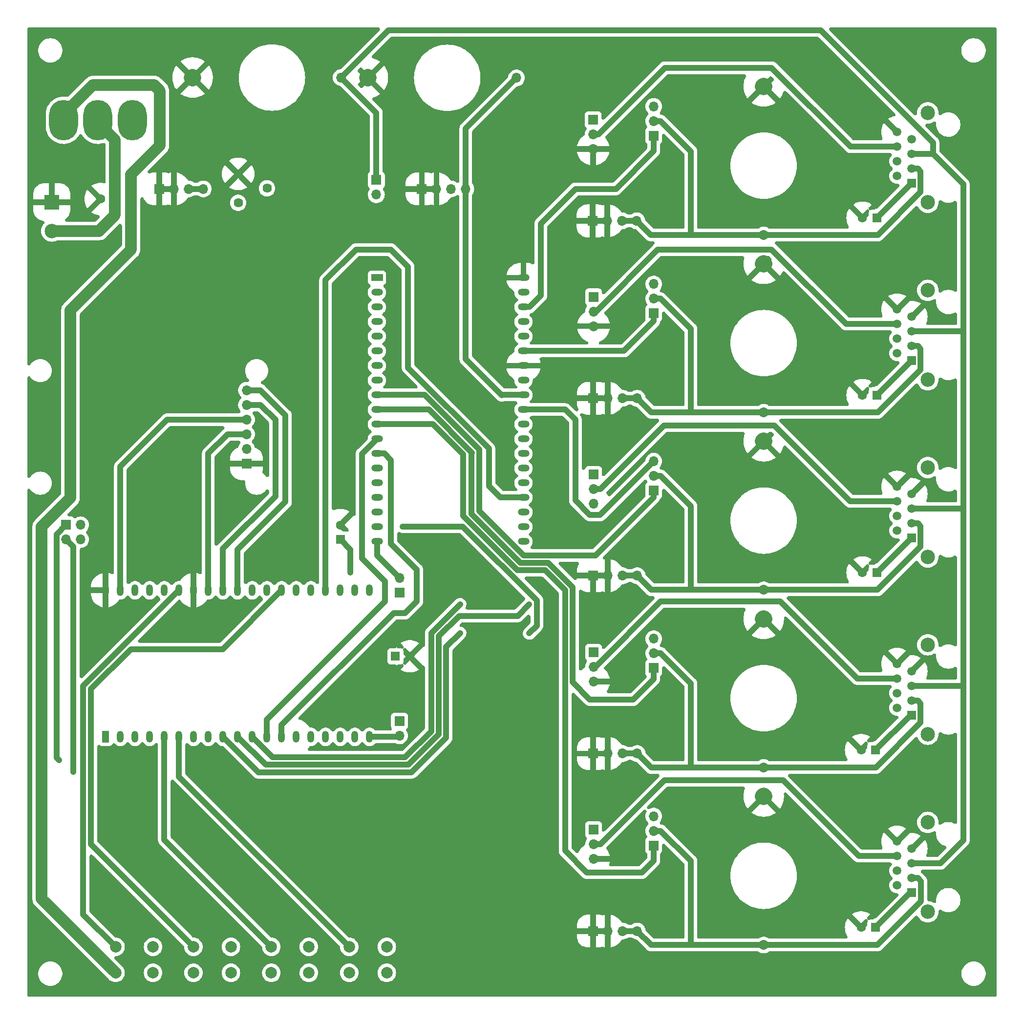
<source format=gbl>
G04 #@! TF.GenerationSoftware,KiCad,Pcbnew,7.0.7*
G04 #@! TF.CreationDate,2024-01-31T17:57:02+01:00*
G04 #@! TF.ProjectId,AudioController,41756469-6f43-46f6-9e74-726f6c6c6572,V1.0*
G04 #@! TF.SameCoordinates,Original*
G04 #@! TF.FileFunction,Copper,L2,Bot*
G04 #@! TF.FilePolarity,Positive*
%FSLAX46Y46*%
G04 Gerber Fmt 4.6, Leading zero omitted, Abs format (unit mm)*
G04 Created by KiCad (PCBNEW 7.0.7) date 2024-01-31 17:57:02*
%MOMM*%
%LPD*%
G01*
G04 APERTURE LIST*
G04 Aperture macros list*
%AMFreePoly0*
4,1,39,0.368228,1.454100,0.602543,1.373660,0.820422,1.255750,1.015922,1.103586,1.183711,0.921319,1.319211,0.713921,1.418726,0.487049,1.479542,0.246892,1.500000,0.000000,1.479542,-0.246892,1.418726,-0.487049,1.319211,-0.713921,1.183711,-0.921319,1.015922,-1.103586,0.820422,-1.255750,0.602543,-1.373660,0.368228,-1.454100,0.123869,-1.494877,-0.123869,-1.494877,-0.368228,-1.454100,
-0.602543,-1.373660,-0.820422,-1.255750,-1.015922,-1.103586,-1.183711,-0.921319,-1.319211,-0.713921,-1.418726,-0.487049,-1.479542,-0.246892,-1.500000,0.000000,-1.479542,0.246892,-1.418726,0.487049,-1.319211,0.713921,-1.183711,0.921319,-1.015922,1.103586,-0.820422,1.255750,-0.602543,1.373660,-0.368228,1.454100,-0.123869,1.494877,0.123869,1.494877,0.368228,1.454100,0.368228,1.454100,
$1*%
G04 Aperture macros list end*
G04 #@! TA.AperFunction,ComponentPad*
%ADD10R,1.700000X1.700000*%
G04 #@! TD*
G04 #@! TA.AperFunction,ComponentPad*
%ADD11O,1.700000X1.700000*%
G04 #@! TD*
G04 #@! TA.AperFunction,ComponentPad*
%ADD12R,1.500000X1.500000*%
G04 #@! TD*
G04 #@! TA.AperFunction,ComponentPad*
%ADD13C,1.500000*%
G04 #@! TD*
G04 #@! TA.AperFunction,ComponentPad*
%ADD14C,2.500000*%
G04 #@! TD*
G04 #@! TA.AperFunction,ComponentPad*
%ADD15FreePoly0,270.000000*%
G04 #@! TD*
G04 #@! TA.AperFunction,ComponentPad*
%ADD16R,1.600000X1.600000*%
G04 #@! TD*
G04 #@! TA.AperFunction,ComponentPad*
%ADD17C,1.600000*%
G04 #@! TD*
G04 #@! TA.AperFunction,ComponentPad*
%ADD18FreePoly0,180.000000*%
G04 #@! TD*
G04 #@! TA.AperFunction,ComponentPad*
%ADD19R,2.500000X2.500000*%
G04 #@! TD*
G04 #@! TA.AperFunction,ComponentPad*
%ADD20C,2.000000*%
G04 #@! TD*
G04 #@! TA.AperFunction,ComponentPad*
%ADD21R,2.000000X1.200000*%
G04 #@! TD*
G04 #@! TA.AperFunction,ComponentPad*
%ADD22O,2.000000X1.200000*%
G04 #@! TD*
G04 #@! TA.AperFunction,ComponentPad*
%ADD23R,1.200000X2.000000*%
G04 #@! TD*
G04 #@! TA.AperFunction,ComponentPad*
%ADD24O,1.200000X2.000000*%
G04 #@! TD*
G04 #@! TA.AperFunction,ComponentPad*
%ADD25O,5.000000X7.000000*%
G04 #@! TD*
G04 #@! TA.AperFunction,ComponentPad*
%ADD26C,1.620000*%
G04 #@! TD*
G04 #@! TA.AperFunction,ViaPad*
%ADD27C,0.800000*%
G04 #@! TD*
G04 #@! TA.AperFunction,Conductor*
%ADD28C,1.000000*%
G04 #@! TD*
G04 #@! TA.AperFunction,Conductor*
%ADD29C,2.000000*%
G04 #@! TD*
G04 APERTURE END LIST*
D10*
X191500000Y-80460000D03*
D11*
X191500000Y-83000000D03*
D12*
X284275000Y-81015000D03*
D13*
X281735000Y-79745000D03*
X284275000Y-78475000D03*
X281735000Y-77205000D03*
X284275000Y-75935000D03*
X281735000Y-74665000D03*
X284275000Y-73395000D03*
X281735000Y-72125000D03*
D14*
X287069000Y-84317000D03*
X287069000Y-68823000D03*
D11*
X215784000Y-62750000D03*
D15*
X190034000Y-62750000D03*
D16*
X278250000Y-87000000D03*
D17*
X275750000Y-87000000D03*
D16*
X146205113Y-83750000D03*
D17*
X143705113Y-83750000D03*
D10*
X229005000Y-87535000D03*
D11*
X231545000Y-87535000D03*
X234085000Y-87535000D03*
X236625000Y-87535000D03*
D10*
X137710000Y-140210000D03*
D11*
X140250000Y-140210000D03*
X137710000Y-142750000D03*
X140250000Y-142750000D03*
X258625000Y-120733000D03*
D18*
X258625000Y-94983000D03*
D19*
X135250000Y-84285000D03*
D14*
X135250000Y-89285000D03*
D20*
X173300000Y-213350000D03*
X179800000Y-213350000D03*
X173300000Y-217850000D03*
X179800000Y-217850000D03*
D10*
X229085000Y-149035000D03*
D11*
X231625000Y-149035000D03*
X234165000Y-149035000D03*
X236705000Y-149035000D03*
D10*
X195500000Y-174225000D03*
D11*
X195500000Y-176765000D03*
X258625000Y-213031000D03*
D18*
X258625000Y-187281000D03*
D11*
X258625000Y-182271000D03*
D18*
X258625000Y-156521000D03*
D21*
X191600000Y-97395000D03*
D22*
X191600000Y-99935000D03*
X191600000Y-102475000D03*
X191600000Y-105015000D03*
X191600000Y-107555000D03*
X191600000Y-110095000D03*
X191600000Y-112635000D03*
X191600000Y-115175000D03*
X191600000Y-117715000D03*
X191600000Y-120255000D03*
X191600000Y-122795000D03*
X191600000Y-125335000D03*
X191600000Y-127875000D03*
X191600000Y-130415000D03*
X191600000Y-132955000D03*
X191600000Y-135495000D03*
X191600000Y-138035000D03*
X191600000Y-140575000D03*
X191600000Y-143115000D03*
X216996320Y-143112280D03*
X216996320Y-140572280D03*
X217000000Y-138035000D03*
X217000000Y-135495000D03*
X217000000Y-132955000D03*
X217000000Y-130415000D03*
X217000000Y-127875000D03*
X217000000Y-125335000D03*
X217000000Y-122795000D03*
X217000000Y-120255000D03*
X217000000Y-117715000D03*
X217000000Y-115175000D03*
X217000000Y-112635000D03*
X217000000Y-110095000D03*
X217000000Y-107555000D03*
X217000000Y-105015000D03*
X217000000Y-102475000D03*
X217000000Y-99935000D03*
X217000000Y-97395000D03*
D10*
X239569000Y-72782000D03*
D11*
X239569000Y-70242000D03*
X239569000Y-67702000D03*
D12*
X284275000Y-111765000D03*
D13*
X281735000Y-110495000D03*
X284275000Y-109225000D03*
X281735000Y-107955000D03*
X284275000Y-106685000D03*
X281735000Y-105415000D03*
X284275000Y-104145000D03*
X281735000Y-102875000D03*
D14*
X287069000Y-115067000D03*
X287069000Y-99573000D03*
D10*
X229125000Y-100705000D03*
D11*
X229125000Y-103245000D03*
X229125000Y-105785000D03*
D12*
X284275000Y-173195000D03*
D13*
X281735000Y-171925000D03*
X284275000Y-170655000D03*
X281735000Y-169385000D03*
X284275000Y-168115000D03*
X281735000Y-166845000D03*
X284275000Y-165575000D03*
X281735000Y-164305000D03*
D14*
X287069000Y-176497000D03*
X287069000Y-161003000D03*
D10*
X229085000Y-179855000D03*
D11*
X231625000Y-179855000D03*
X234165000Y-179855000D03*
X236705000Y-179855000D03*
D10*
X153880000Y-82000000D03*
D11*
X156420000Y-82000000D03*
X158960000Y-82000000D03*
X161500000Y-82000000D03*
D23*
X144596560Y-176950000D03*
D24*
X147136560Y-176950000D03*
X149676560Y-176950000D03*
X152216560Y-176950000D03*
X154756560Y-176950000D03*
X157296560Y-176950000D03*
X159836560Y-176950000D03*
X162376560Y-176950000D03*
X164916560Y-176950000D03*
X167456560Y-176950000D03*
X169996560Y-176950000D03*
X172536560Y-176950000D03*
X175076560Y-176950000D03*
X177616560Y-176950000D03*
X180156560Y-176950000D03*
X182696560Y-176950000D03*
X185236560Y-176950000D03*
X187776560Y-176950000D03*
X190316560Y-176950000D03*
X190313840Y-151553680D03*
X187773840Y-151553680D03*
X185236560Y-151550000D03*
X182696560Y-151550000D03*
X180156560Y-151550000D03*
X177616560Y-151550000D03*
X175076560Y-151550000D03*
X172536560Y-151550000D03*
X169996560Y-151550000D03*
X167456560Y-151550000D03*
X164916560Y-151550000D03*
X162376560Y-151550000D03*
X159836560Y-151550000D03*
X157296560Y-151550000D03*
X154756560Y-151550000D03*
X152216560Y-151550000D03*
X149676560Y-151550000D03*
X147136560Y-151550000D03*
X144596560Y-151550000D03*
D20*
X159800000Y-213350000D03*
X166300000Y-213350000D03*
X159800000Y-217850000D03*
X166300000Y-217850000D03*
X186800000Y-213350000D03*
X193300000Y-213350000D03*
X186800000Y-217850000D03*
X193300000Y-217850000D03*
X146300000Y-213350000D03*
X152800000Y-213350000D03*
X146300000Y-217850000D03*
X152800000Y-217850000D03*
D16*
X278000000Y-179250000D03*
D17*
X275500000Y-179250000D03*
D10*
X229125000Y-131455000D03*
D11*
X229125000Y-133995000D03*
X229125000Y-136535000D03*
D16*
X278250000Y-148500000D03*
D17*
X275750000Y-148500000D03*
D16*
X278250000Y-117750000D03*
D17*
X275750000Y-117750000D03*
D10*
X229085000Y-118285000D03*
D11*
X231625000Y-118285000D03*
X234165000Y-118285000D03*
X236705000Y-118285000D03*
X258625000Y-89983000D03*
D18*
X258625000Y-64233000D03*
D10*
X199380000Y-82000000D03*
D11*
X201920000Y-82000000D03*
X204460000Y-82000000D03*
X207000000Y-82000000D03*
D10*
X195500000Y-152000000D03*
D11*
X195500000Y-149460000D03*
D10*
X229085000Y-210615000D03*
D11*
X231625000Y-210615000D03*
X234165000Y-210615000D03*
X236705000Y-210615000D03*
D10*
X229125000Y-162275000D03*
D11*
X229125000Y-164815000D03*
X229125000Y-167355000D03*
D10*
X239569000Y-103572000D03*
D11*
X239569000Y-101032000D03*
X239569000Y-98492000D03*
D12*
X284275000Y-203980000D03*
D13*
X281735000Y-202710000D03*
X284275000Y-201440000D03*
X281735000Y-200170000D03*
X284275000Y-198900000D03*
X281735000Y-197630000D03*
X284275000Y-196360000D03*
X281735000Y-195090000D03*
D14*
X287069000Y-207282000D03*
X287069000Y-191788000D03*
D10*
X169000000Y-129600000D03*
D11*
X169000000Y-127060000D03*
X169000000Y-124520000D03*
X169000000Y-121980000D03*
X169000000Y-119440000D03*
X169000000Y-116900000D03*
D16*
X278000000Y-210000000D03*
D17*
X275500000Y-210000000D03*
D12*
X284275000Y-142480000D03*
D13*
X281735000Y-141210000D03*
X284275000Y-139940000D03*
X281735000Y-138670000D03*
X284275000Y-137400000D03*
X281735000Y-136130000D03*
X284275000Y-134860000D03*
X281735000Y-133590000D03*
D14*
X287069000Y-145782000D03*
X287069000Y-130288000D03*
D10*
X239569000Y-165032000D03*
D11*
X239569000Y-162492000D03*
X239569000Y-159952000D03*
D25*
X137300000Y-70100000D03*
X143200000Y-70100000D03*
X149200000Y-70100000D03*
D26*
X167550000Y-84400000D03*
X172550000Y-81900000D03*
X167550000Y-79400000D03*
D16*
X194794887Y-163000000D03*
D17*
X197294887Y-163000000D03*
D10*
X229125000Y-193035000D03*
D11*
X229125000Y-195575000D03*
X229125000Y-198115000D03*
D16*
X185250000Y-142750000D03*
D17*
X185250000Y-140250000D03*
D10*
X239569000Y-195782000D03*
D11*
X239569000Y-193242000D03*
X239569000Y-190702000D03*
X185400000Y-62700000D03*
D15*
X159650000Y-62700000D03*
D10*
X229085000Y-70010000D03*
D11*
X229085000Y-72550000D03*
X229085000Y-75090000D03*
X258625000Y-151483000D03*
D18*
X258625000Y-125733000D03*
D10*
X239569000Y-134282000D03*
D11*
X239569000Y-131742000D03*
X239569000Y-129202000D03*
D27*
X187000000Y-148500000D03*
X210000000Y-149000000D03*
X177500000Y-110500000D03*
X278000000Y-188500000D03*
X286000000Y-157500000D03*
X142500000Y-115500000D03*
X244000000Y-84500000D03*
X212500000Y-93000000D03*
X213500000Y-130500000D03*
X176000000Y-110500000D03*
X142500000Y-118500000D03*
X286000000Y-126000000D03*
X247500000Y-63500000D03*
X217000000Y-220000000D03*
X221500000Y-140500000D03*
X244000000Y-86000000D03*
X287500000Y-157500000D03*
X197000000Y-212500000D03*
X201500000Y-102500000D03*
X246500000Y-187000000D03*
X244000000Y-149500000D03*
X222000000Y-114500000D03*
X244000000Y-118500000D03*
X244000000Y-178500000D03*
X222500000Y-165000000D03*
X285500000Y-64000000D03*
X163000000Y-184000000D03*
X135000000Y-118500000D03*
X202000000Y-89000000D03*
X248000000Y-187000000D03*
X219000000Y-220000000D03*
X201500000Y-101000000D03*
X277500000Y-127000000D03*
X287500000Y-126000000D03*
X286500000Y-95000000D03*
X285000000Y-95000000D03*
X222000000Y-107500000D03*
X244500000Y-125500000D03*
X205000000Y-89000000D03*
X244000000Y-87500000D03*
X203500000Y-89000000D03*
X284500000Y-157500000D03*
X277500000Y-125500000D03*
X243000000Y-209500000D03*
X244000000Y-177000000D03*
X198500000Y-212500000D03*
X244000000Y-117000000D03*
X142500000Y-120000000D03*
X222000000Y-104500000D03*
X277500000Y-154500000D03*
X277500000Y-124000000D03*
X201500000Y-104000000D03*
X245000000Y-187000000D03*
X244500000Y-156000000D03*
X287000000Y-187000000D03*
X215500000Y-93000000D03*
X278000000Y-93000000D03*
X288500000Y-187000000D03*
X247500000Y-125500000D03*
X288000000Y-95000000D03*
X278000000Y-185500000D03*
X221500000Y-142000000D03*
X243000000Y-208000000D03*
X284000000Y-64000000D03*
X277500000Y-157500000D03*
X222000000Y-116000000D03*
X213500000Y-127500000D03*
X221000000Y-220000000D03*
X207000000Y-215000000D03*
X211000000Y-93000000D03*
X244000000Y-146500000D03*
X185500000Y-120500000D03*
X210000000Y-215000000D03*
X244500000Y-63500000D03*
X208500000Y-215000000D03*
X282500000Y-64000000D03*
X244000000Y-148000000D03*
X284500000Y-126000000D03*
X200000000Y-212500000D03*
X185500000Y-124500000D03*
X247500000Y-156000000D03*
X246000000Y-95000000D03*
X244500000Y-95000000D03*
X243000000Y-206500000D03*
X246000000Y-125500000D03*
X214000000Y-93000000D03*
X244000000Y-115500000D03*
X278000000Y-96000000D03*
X221500000Y-125500000D03*
X244000000Y-180000000D03*
X135000000Y-120000000D03*
X142500000Y-117000000D03*
X179500000Y-122500000D03*
X165000000Y-156000000D03*
X185500000Y-122500000D03*
X221500000Y-124000000D03*
X213500000Y-129000000D03*
X222000000Y-106000000D03*
X285500000Y-187000000D03*
X277500000Y-156000000D03*
X223000000Y-220000000D03*
X174500000Y-110500000D03*
X279500000Y-215500000D03*
X135000000Y-121500000D03*
X185500000Y-126500000D03*
X278000000Y-187000000D03*
X247500000Y-95000000D03*
X162500000Y-156000000D03*
X164500000Y-184000000D03*
X246000000Y-63500000D03*
X166000000Y-184000000D03*
X278000000Y-94500000D03*
X246000000Y-156000000D03*
X136500000Y-181000000D03*
X139000000Y-183000000D03*
X218000000Y-154000000D03*
X206000000Y-154000000D03*
X206000000Y-159000000D03*
X218000000Y-159000000D03*
X196000000Y-140500000D03*
D28*
X284270000Y-142480000D02*
X278250000Y-148500000D01*
D29*
X154000000Y-74500000D02*
X154000000Y-65000000D01*
D28*
X187000000Y-144500000D02*
X185250000Y-142750000D01*
D29*
X153000000Y-64000000D02*
X142400000Y-64000000D01*
D28*
X284275000Y-203980000D02*
X284020000Y-203980000D01*
X284235000Y-111765000D02*
X278250000Y-117750000D01*
X284020000Y-203980000D02*
X278000000Y-210000000D01*
D29*
X137300000Y-69100000D02*
X137300000Y-70100000D01*
D28*
X284235000Y-81015000D02*
X278250000Y-87000000D01*
D29*
X133500000Y-205050000D02*
X133500000Y-140560000D01*
D28*
X284275000Y-142480000D02*
X284270000Y-142480000D01*
D29*
X149000000Y-79500000D02*
X154000000Y-74500000D01*
D28*
X284055000Y-173195000D02*
X278000000Y-179250000D01*
X284275000Y-173195000D02*
X284055000Y-173195000D01*
X284275000Y-81015000D02*
X284235000Y-81015000D01*
D29*
X146300000Y-217850000D02*
X133500000Y-205050000D01*
D28*
X284275000Y-111765000D02*
X284235000Y-111765000D01*
D29*
X142400000Y-64000000D02*
X137300000Y-69100000D01*
X138500000Y-103000000D02*
X149000000Y-92500000D01*
X133500000Y-140560000D02*
X138500000Y-135560000D01*
D28*
X187000000Y-148500000D02*
X187000000Y-144500000D01*
D29*
X138500000Y-135560000D02*
X138500000Y-103000000D01*
X154000000Y-65000000D02*
X153000000Y-64000000D01*
X149000000Y-92500000D02*
X149000000Y-79500000D01*
D28*
X246000000Y-89983000D02*
X242000000Y-89983000D01*
X285825000Y-82565000D02*
X278407000Y-89983000D01*
X284275000Y-78475000D02*
X285335660Y-78475000D01*
X285335660Y-78475000D02*
X285825000Y-78964340D01*
X258625000Y-89983000D02*
X246000000Y-89983000D01*
X278407000Y-89983000D02*
X258625000Y-89983000D01*
X285825000Y-78964340D02*
X285825000Y-82565000D01*
X240771081Y-70242000D02*
X246000000Y-75470919D01*
X236625000Y-87535000D02*
X234085000Y-87535000D01*
X242000000Y-89983000D02*
X239073000Y-89983000D01*
X239569000Y-70242000D02*
X240771081Y-70242000D01*
X239073000Y-89983000D02*
X236625000Y-87535000D01*
X246000000Y-75470919D02*
X246000000Y-89983000D01*
X207000000Y-71534000D02*
X207000000Y-82000000D01*
X213250000Y-117750000D02*
X213285000Y-117715000D01*
X213285000Y-117715000D02*
X217000000Y-117715000D01*
X207000000Y-111500000D02*
X213250000Y-117750000D01*
X215784000Y-62750000D02*
X207000000Y-71534000D01*
X207000000Y-82000000D02*
X207000000Y-111500000D01*
X191500000Y-68800000D02*
X191500000Y-80460000D01*
X292860000Y-168115000D02*
X293225000Y-167750000D01*
X293225000Y-194896955D02*
X289221955Y-198900000D01*
X293225000Y-167750000D02*
X293225000Y-194896955D01*
X287951955Y-75935000D02*
X293225000Y-81208045D01*
X284275000Y-137400000D02*
X293075000Y-137400000D01*
X284275000Y-106685000D02*
X293160000Y-106685000D01*
X293225000Y-106750000D02*
X293225000Y-137250000D01*
X293075000Y-137400000D02*
X293225000Y-137250000D01*
X293225000Y-81208045D02*
X293225000Y-106750000D01*
X293160000Y-106685000D02*
X293225000Y-106750000D01*
X284275000Y-168115000D02*
X292860000Y-168115000D01*
X284275000Y-75935000D02*
X287951955Y-75935000D01*
X185400000Y-62700000D02*
X191500000Y-68800000D01*
X268500000Y-54500000D02*
X193600000Y-54500000D01*
X289221955Y-198900000D02*
X284275000Y-198900000D01*
X287951955Y-73951955D02*
X268500000Y-54500000D01*
X158960000Y-82000000D02*
X161500000Y-82000000D01*
X287951955Y-75935000D02*
X287951955Y-73951955D01*
X293225000Y-137250000D02*
X293225000Y-167750000D01*
X193600000Y-54500000D02*
X185400000Y-62700000D01*
X281735000Y-74665000D02*
X273665000Y-74665000D01*
X241500000Y-61000000D02*
X229950000Y-72550000D01*
X229950000Y-72550000D02*
X229085000Y-72550000D01*
X260000000Y-61000000D02*
X241500000Y-61000000D01*
X273665000Y-74665000D02*
X260000000Y-61000000D01*
X240771081Y-101032000D02*
X246000000Y-106260919D01*
X285825000Y-109714340D02*
X285825000Y-113315000D01*
X246000000Y-120733000D02*
X242000000Y-120733000D01*
X284275000Y-109225000D02*
X285335660Y-109225000D01*
X239153000Y-120733000D02*
X236705000Y-118285000D01*
X278407000Y-120733000D02*
X258625000Y-120733000D01*
X258625000Y-120733000D02*
X246000000Y-120733000D01*
X246000000Y-106260919D02*
X246000000Y-120733000D01*
X285335660Y-109225000D02*
X285825000Y-109714340D01*
X285825000Y-113315000D02*
X278407000Y-120733000D01*
X239569000Y-101032000D02*
X240771081Y-101032000D01*
X236705000Y-118285000D02*
X234165000Y-118285000D01*
X242000000Y-120733000D02*
X239153000Y-120733000D01*
X281735000Y-105415000D02*
X272915000Y-105415000D01*
X272915000Y-105415000D02*
X260000000Y-92500000D01*
X229530000Y-103245000D02*
X229125000Y-103245000D01*
X240275000Y-92500000D02*
X229530000Y-103245000D01*
X260000000Y-92500000D02*
X240275000Y-92500000D01*
X242000000Y-151483000D02*
X239153000Y-151483000D01*
X278372000Y-151483000D02*
X258625000Y-151483000D01*
X239569000Y-131742000D02*
X240771081Y-131742000D01*
X239153000Y-151483000D02*
X236705000Y-149035000D01*
X285825000Y-144030000D02*
X278372000Y-151483000D01*
X285335660Y-139940000D02*
X285825000Y-140429340D01*
X240771081Y-131742000D02*
X246000000Y-136970919D01*
X236705000Y-149035000D02*
X234165000Y-149035000D01*
X258625000Y-151483000D02*
X246000000Y-151483000D01*
X246000000Y-136970919D02*
X246000000Y-151483000D01*
X284275000Y-139940000D02*
X285335660Y-139940000D01*
X246000000Y-151483000D02*
X242000000Y-151483000D01*
X285825000Y-140429340D02*
X285825000Y-144030000D01*
X273630000Y-136130000D02*
X260500000Y-123000000D01*
X260500000Y-123000000D02*
X241322081Y-123000000D01*
X281735000Y-136130000D02*
X273630000Y-136130000D01*
X241322081Y-123000000D02*
X230327081Y-133995000D01*
X230327081Y-133995000D02*
X229125000Y-133995000D01*
X284275000Y-170655000D02*
X285335660Y-170655000D01*
X285335660Y-170655000D02*
X285825000Y-171144340D01*
X246000000Y-167720919D02*
X246000000Y-182271000D01*
X242000000Y-182271000D02*
X239121000Y-182271000D01*
X239569000Y-162492000D02*
X240771081Y-162492000D01*
X285825000Y-171144340D02*
X285825000Y-174526000D01*
X278080000Y-182271000D02*
X258625000Y-182271000D01*
X240771081Y-162492000D02*
X246000000Y-167720919D01*
X236705000Y-179855000D02*
X234165000Y-179855000D01*
X246000000Y-182271000D02*
X242000000Y-182271000D01*
X258625000Y-182271000D02*
X246000000Y-182271000D01*
X239121000Y-182271000D02*
X236705000Y-179855000D01*
X285825000Y-174526000D02*
X278080000Y-182271000D01*
X240775000Y-153500000D02*
X229460000Y-164815000D01*
X261500000Y-153500000D02*
X240775000Y-153500000D01*
X274845000Y-166845000D02*
X261500000Y-153500000D01*
X229460000Y-164815000D02*
X229125000Y-164815000D01*
X281735000Y-166845000D02*
X274845000Y-166845000D01*
X284275000Y-201440000D02*
X285335660Y-201440000D01*
X239121000Y-213031000D02*
X236705000Y-210615000D01*
X285869431Y-205485569D02*
X278324000Y-213031000D01*
X278324000Y-213031000D02*
X258625000Y-213031000D01*
X239569000Y-193242000D02*
X240771081Y-193242000D01*
X285335660Y-201440000D02*
X285869431Y-201973771D01*
X246000000Y-198470919D02*
X246000000Y-213031000D01*
X242000000Y-213031000D02*
X239121000Y-213031000D01*
X236705000Y-210615000D02*
X234165000Y-210615000D01*
X258625000Y-213031000D02*
X246000000Y-213031000D01*
X240771081Y-193242000D02*
X246000000Y-198470919D01*
X246000000Y-213031000D02*
X242000000Y-213031000D01*
X285869431Y-201973771D02*
X285869431Y-205485569D01*
X275130000Y-197630000D02*
X262000000Y-184500000D01*
X230327081Y-195575000D02*
X229125000Y-195575000D01*
X281735000Y-197630000D02*
X275130000Y-197630000D01*
X262000000Y-184500000D02*
X241402081Y-184500000D01*
X241402081Y-184500000D02*
X230327081Y-195575000D01*
X226000000Y-136000000D02*
X226000000Y-122000000D01*
X228500000Y-138500000D02*
X226000000Y-136000000D01*
X226000000Y-122000000D02*
X224255000Y-120255000D01*
X239569000Y-129202000D02*
X230271000Y-138500000D01*
X230271000Y-138500000D02*
X228500000Y-138500000D01*
X224255000Y-120255000D02*
X217000000Y-120255000D01*
X154756560Y-176950000D02*
X154756560Y-194806560D01*
X154756560Y-194806560D02*
X173300000Y-213350000D01*
X140700000Y-207750000D02*
X140700000Y-168146560D01*
X140700000Y-168146560D02*
X157296560Y-151550000D01*
X146300000Y-213350000D02*
X140700000Y-207750000D01*
X148935038Y-161750000D02*
X164876560Y-161750000D01*
X175076560Y-151550000D02*
X174916459Y-151550000D01*
X159800000Y-213350000D02*
X142000000Y-195550000D01*
X164876560Y-161750000D02*
X175076560Y-151550000D01*
X142000000Y-168685038D02*
X148935038Y-161750000D01*
X142000000Y-195550000D02*
X142000000Y-168685038D01*
X157296560Y-183846560D02*
X186800000Y-213350000D01*
X157296560Y-176950000D02*
X157296560Y-183846560D01*
X165730000Y-124520000D02*
X162376560Y-127873440D01*
X162376560Y-127873440D02*
X162376560Y-151550000D01*
X169000000Y-124520000D02*
X165730000Y-124520000D01*
X155250000Y-122000000D02*
X147136560Y-130113440D01*
X166431522Y-121980000D02*
X166411522Y-122000000D01*
X147136560Y-130113440D02*
X147136560Y-151550000D01*
X166411522Y-122000000D02*
X155250000Y-122000000D01*
X169000000Y-121980000D02*
X166431522Y-121980000D01*
X174000000Y-135250000D02*
X164916560Y-144333440D01*
X164916560Y-144333440D02*
X164916560Y-151550000D01*
X174000000Y-122000000D02*
X174000000Y-135250000D01*
X169000000Y-119440000D02*
X171440000Y-119440000D01*
X171440000Y-119440000D02*
X174000000Y-122000000D01*
X175750000Y-121250000D02*
X175750000Y-136250000D01*
X175750000Y-136250000D02*
X167456560Y-144543440D01*
X167456560Y-144543440D02*
X167456560Y-151550000D01*
X169000000Y-116900000D02*
X171400000Y-116900000D01*
X171400000Y-116900000D02*
X175750000Y-121250000D01*
X175076560Y-174923440D02*
X194500000Y-155500000D01*
X196500000Y-155500000D02*
X198500000Y-153500000D01*
X175076560Y-176950000D02*
X175076560Y-174923440D01*
X194000000Y-143500000D02*
X194000000Y-129000000D01*
X198500000Y-148000000D02*
X194000000Y-143500000D01*
X194000000Y-129000000D02*
X192875000Y-127875000D01*
X194500000Y-155500000D02*
X196500000Y-155500000D01*
X192875000Y-127875000D02*
X191600000Y-127875000D01*
X198500000Y-153500000D02*
X198500000Y-148000000D01*
X191600000Y-125335000D02*
X192085000Y-125335000D01*
X191600000Y-125335000D02*
X189000000Y-127935000D01*
X189000000Y-127935000D02*
X189000000Y-146000000D01*
X189000000Y-146000000D02*
X193000000Y-150000000D01*
X193000000Y-153500000D02*
X172536560Y-173963440D01*
X172536560Y-173963440D02*
X172536560Y-176950000D01*
X193000000Y-150000000D02*
X193000000Y-153500000D01*
X197000000Y-95500000D02*
X194000000Y-92500000D01*
X217000000Y-135495000D02*
X212995000Y-135495000D01*
X197000000Y-113000000D02*
X197000000Y-95500000D01*
X211000000Y-127000000D02*
X197000000Y-113000000D01*
X194000000Y-92500000D02*
X188000000Y-92500000D01*
X188000000Y-92500000D02*
X182696560Y-97803440D01*
X211000000Y-133500000D02*
X211000000Y-127000000D01*
X182696560Y-97803440D02*
X182696560Y-151550000D01*
X212995000Y-135495000D02*
X211000000Y-133500000D01*
D29*
X135250000Y-89285000D02*
X143470113Y-89285000D01*
X143470113Y-89285000D02*
X146205113Y-86550000D01*
X146205113Y-86550000D02*
X146205113Y-83750000D01*
X146205113Y-73479125D02*
X143200000Y-70474012D01*
X146205113Y-83750000D02*
X146205113Y-73479125D01*
X143200000Y-70474012D02*
X143200000Y-70100000D01*
D28*
X226000000Y-82000000D02*
X220000000Y-88000000D01*
X218025000Y-102475000D02*
X217000000Y-102475000D01*
X220000000Y-88000000D02*
X220000000Y-100500000D01*
X239569000Y-75431000D02*
X233000000Y-82000000D01*
X233000000Y-82000000D02*
X226000000Y-82000000D01*
X239569000Y-72782000D02*
X239569000Y-75431000D01*
X220000000Y-100500000D02*
X218025000Y-102475000D01*
X239569000Y-104931000D02*
X234405000Y-110095000D01*
X239569000Y-103572000D02*
X239569000Y-104931000D01*
X234405000Y-110095000D02*
X217000000Y-110095000D01*
X229500000Y-145500000D02*
X217000000Y-145500000D01*
X209330761Y-137830761D02*
X209330761Y-127169239D01*
X217000000Y-145500000D02*
X209330761Y-137830761D01*
X209330761Y-127169239D02*
X199876522Y-117715000D01*
X199876522Y-117715000D02*
X191600000Y-117715000D01*
X239569000Y-135431000D02*
X229500000Y-145500000D01*
X239569000Y-134282000D02*
X239569000Y-135431000D01*
X225500000Y-167500000D02*
X225500000Y-151000000D01*
X239569000Y-165032000D02*
X239569000Y-166931000D01*
X228500000Y-170500000D02*
X225500000Y-167500000D01*
X208030761Y-127707717D02*
X200578044Y-120255000D01*
X200578044Y-120255000D02*
X191600000Y-120255000D01*
X216461522Y-146800000D02*
X208000000Y-138338478D01*
X208000000Y-138338478D02*
X208000000Y-127738478D01*
X225500000Y-151000000D02*
X221300000Y-146800000D01*
X236000000Y-170500000D02*
X228500000Y-170500000D01*
X239569000Y-166931000D02*
X236000000Y-170500000D01*
X221300000Y-146800000D02*
X216461522Y-146800000D01*
X208000000Y-127738478D02*
X208030761Y-127707717D01*
X215923044Y-148100000D02*
X206500000Y-138676956D01*
X224200000Y-151538478D02*
X220761522Y-148100000D01*
X201279566Y-122795000D02*
X191600000Y-122795000D01*
X237500000Y-200500000D02*
X228000000Y-200500000D01*
X206500000Y-138676956D02*
X206500000Y-128015434D01*
X239569000Y-195782000D02*
X239569000Y-198431000D01*
X220761522Y-148100000D02*
X215923044Y-148100000D01*
X228000000Y-200500000D02*
X224200000Y-196700000D01*
X206500000Y-128015434D02*
X201279566Y-122795000D01*
X239569000Y-198431000D02*
X237500000Y-200500000D01*
X224200000Y-196700000D02*
X224200000Y-151538478D01*
X191600000Y-145560000D02*
X195500000Y-149460000D01*
X191600000Y-143115000D02*
X191600000Y-145560000D01*
X190316560Y-176950000D02*
X195315000Y-176950000D01*
X195315000Y-176950000D02*
X195500000Y-176765000D01*
X136060000Y-141860000D02*
X137710000Y-140210000D01*
X136060000Y-180560000D02*
X136060000Y-141860000D01*
X136500000Y-181000000D02*
X136060000Y-180560000D01*
X139000000Y-183000000D02*
X139000000Y-144040000D01*
X139000000Y-144040000D02*
X137710000Y-142750000D01*
X202300000Y-159538478D02*
X202300000Y-176538478D01*
X197038478Y-181800000D02*
X172306560Y-181800000D01*
X218000000Y-154000000D02*
X216000000Y-156000000D01*
X172306560Y-181800000D02*
X167456560Y-176950000D01*
X202300000Y-176538478D02*
X197038478Y-181800000D01*
X216000000Y-156000000D02*
X205838478Y-156000000D01*
X205838478Y-156000000D02*
X202300000Y-159538478D01*
X201000000Y-176000000D02*
X196500000Y-180500000D01*
X206000000Y-154000000D02*
X201000000Y-159000000D01*
X173546560Y-180500000D02*
X169996560Y-176950000D01*
X201000000Y-159000000D02*
X201000000Y-176000000D01*
X196500000Y-180500000D02*
X173546560Y-180500000D01*
X197576956Y-183100000D02*
X171066560Y-183100000D01*
X203600000Y-177076956D02*
X197576956Y-183100000D01*
X206000000Y-159000000D02*
X203600000Y-161400000D01*
X203600000Y-161400000D02*
X203600000Y-177076956D01*
X171066560Y-183100000D02*
X164916560Y-176950000D01*
X206484566Y-140500000D02*
X196000000Y-140500000D01*
X218000000Y-159000000D02*
X219300000Y-157700000D01*
X219300000Y-153315434D02*
X206484566Y-140500000D01*
X219300000Y-157700000D02*
X219300000Y-153315434D01*
G04 #@! TA.AperFunction,Conductor*
G36*
X191929319Y-54020691D02*
G01*
X192022743Y-54078536D01*
X192088962Y-54166224D01*
X192119033Y-54271912D01*
X192108894Y-54381325D01*
X192059915Y-54479688D01*
X192032733Y-54510925D01*
X185364763Y-61178894D01*
X185274110Y-61240992D01*
X185202553Y-61262391D01*
X185042702Y-61289065D01*
X184815344Y-61367117D01*
X184603938Y-61481524D01*
X184603928Y-61481531D01*
X184414241Y-61629170D01*
X184414233Y-61629177D01*
X184251428Y-61806031D01*
X184251424Y-61806036D01*
X184119948Y-62007276D01*
X184023391Y-62227405D01*
X183964379Y-62460438D01*
X183964379Y-62460439D01*
X183944529Y-62700000D01*
X183964379Y-62939560D01*
X183964379Y-62939561D01*
X183996416Y-63066073D01*
X184020115Y-63159660D01*
X184023391Y-63172594D01*
X184119948Y-63392723D01*
X184119950Y-63392726D01*
X184119951Y-63392728D01*
X184130953Y-63409568D01*
X184251424Y-63593963D01*
X184251428Y-63593968D01*
X184362671Y-63714811D01*
X184414236Y-63770825D01*
X184603933Y-63918472D01*
X184603936Y-63918473D01*
X184603938Y-63918475D01*
X184784949Y-64016433D01*
X184815344Y-64032882D01*
X185042703Y-64110934D01*
X185107214Y-64121699D01*
X185202551Y-64137608D01*
X185305766Y-64175301D01*
X185364763Y-64221105D01*
X190311924Y-69168266D01*
X190374022Y-69258919D01*
X190399180Y-69365882D01*
X190399499Y-69379691D01*
X190399499Y-78897851D01*
X190379308Y-79005862D01*
X190321463Y-79099286D01*
X190282519Y-79135063D01*
X190221720Y-79181715D01*
X190221716Y-79181719D01*
X190125468Y-79307152D01*
X190125461Y-79307163D01*
X190064957Y-79453233D01*
X190064956Y-79453236D01*
X190049500Y-79570636D01*
X190049500Y-81349357D01*
X190064955Y-81466761D01*
X190078728Y-81500011D01*
X190125464Y-81612841D01*
X190125466Y-81612844D01*
X190125468Y-81612847D01*
X190221716Y-81738280D01*
X190221721Y-81738285D01*
X190248263Y-81758651D01*
X190321664Y-81840421D01*
X190360569Y-81943186D01*
X190359724Y-82053065D01*
X190319243Y-82155219D01*
X190316559Y-82159402D01*
X190219948Y-82307275D01*
X190123391Y-82527405D01*
X190064379Y-82760438D01*
X190064379Y-82760439D01*
X190044529Y-83000000D01*
X190064379Y-83239560D01*
X190064379Y-83239561D01*
X190096103Y-83364835D01*
X190121426Y-83464837D01*
X190123391Y-83472594D01*
X190219948Y-83692723D01*
X190219950Y-83692726D01*
X190219951Y-83692728D01*
X190235515Y-83716550D01*
X190351424Y-83893963D01*
X190351428Y-83893968D01*
X190514233Y-84070822D01*
X190514241Y-84070829D01*
X190522993Y-84077641D01*
X190703933Y-84218472D01*
X190703936Y-84218473D01*
X190703938Y-84218475D01*
X190915344Y-84332882D01*
X191142703Y-84410934D01*
X191379805Y-84450500D01*
X191379808Y-84450500D01*
X191620195Y-84450500D01*
X191798020Y-84420825D01*
X191857297Y-84410934D01*
X192084656Y-84332882D01*
X192296067Y-84218472D01*
X192485764Y-84070825D01*
X192648571Y-83893969D01*
X192780049Y-83692728D01*
X192876610Y-83472591D01*
X192935620Y-83239563D01*
X192955471Y-83000000D01*
X192935620Y-82760437D01*
X192876610Y-82527409D01*
X192790905Y-82332022D01*
X192780050Y-82307274D01*
X192683441Y-82159403D01*
X192641267Y-82057936D01*
X192638595Y-81948087D01*
X192675786Y-81844690D01*
X192747817Y-81761710D01*
X192751672Y-81758699D01*
X192778282Y-81738282D01*
X192874536Y-81612841D01*
X192935044Y-81466762D01*
X192950500Y-81349361D01*
X192950499Y-79570640D01*
X192935044Y-79453238D01*
X192874536Y-79307159D01*
X192871755Y-79303535D01*
X192778283Y-79181719D01*
X192778278Y-79181714D01*
X192717480Y-79135062D01*
X192644080Y-79053290D01*
X192605177Y-78950526D01*
X192600500Y-78897850D01*
X192600500Y-68916850D01*
X192602479Y-68893136D01*
X192601673Y-68893079D01*
X192602689Y-68878870D01*
X192600500Y-68786916D01*
X192600500Y-68747582D01*
X192600500Y-68747575D01*
X192599757Y-68739803D01*
X192599125Y-68729194D01*
X192597687Y-68668756D01*
X192591181Y-68638850D01*
X192588438Y-68621262D01*
X192588198Y-68618751D01*
X192585528Y-68590782D01*
X192568498Y-68532787D01*
X192565859Y-68522444D01*
X192553014Y-68463393D01*
X192553012Y-68463386D01*
X192540959Y-68435241D01*
X192534940Y-68418497D01*
X192526316Y-68389125D01*
X192526315Y-68389123D01*
X192498617Y-68335395D01*
X192494068Y-68325740D01*
X192483182Y-68300320D01*
X192470279Y-68270188D01*
X192453117Y-68244831D01*
X192444038Y-68229527D01*
X192430011Y-68202317D01*
X192392649Y-68154810D01*
X192386365Y-68146205D01*
X192352478Y-68096135D01*
X192330824Y-68074480D01*
X192319012Y-68061172D01*
X192300091Y-68037113D01*
X192254428Y-67997546D01*
X192246615Y-67990272D01*
X190875355Y-66619012D01*
X190813257Y-66528359D01*
X190788099Y-66421396D01*
X190803280Y-66312567D01*
X190856749Y-66216572D01*
X190941285Y-66146374D01*
X191013453Y-66117718D01*
X191014984Y-66117331D01*
X191058644Y-66105749D01*
X191058645Y-66105748D01*
X191328163Y-66009813D01*
X191555806Y-65909960D01*
X191597007Y-65891331D01*
X191597009Y-65891330D01*
X191847049Y-65752348D01*
X192055167Y-65616379D01*
X192092738Y-65591224D01*
X192092737Y-65591225D01*
X192134694Y-65557801D01*
X190408502Y-63831609D01*
X190346404Y-63740956D01*
X190321246Y-63633993D01*
X190336427Y-63525164D01*
X190389896Y-63429169D01*
X190455626Y-63370372D01*
X190519370Y-63328447D01*
X190519370Y-63328446D01*
X190519373Y-63328445D01*
X190639688Y-63200918D01*
X190647021Y-63188215D01*
X190718506Y-63104772D01*
X190815311Y-63052783D01*
X190924360Y-63039275D01*
X191030925Y-63066073D01*
X191117391Y-63126284D01*
X192841149Y-64850042D01*
X192841150Y-64850042D01*
X192876364Y-64804802D01*
X192903733Y-64768809D01*
X192903733Y-64768808D01*
X193057499Y-64527552D01*
X193175810Y-64308931D01*
X193196879Y-64268931D01*
X193196879Y-64268930D01*
X193308832Y-64005671D01*
X193308833Y-64005671D01*
X193389552Y-63770547D01*
X193403745Y-63727632D01*
X193403746Y-63727631D01*
X193470844Y-63449530D01*
X193511762Y-63204322D01*
X193518699Y-63159660D01*
X193539109Y-62874294D01*
X193539109Y-62750000D01*
X198028583Y-62750000D01*
X198048241Y-63225279D01*
X198094198Y-63593969D01*
X198107080Y-63697319D01*
X198107080Y-63697318D01*
X198173992Y-64016433D01*
X198204697Y-64162871D01*
X198340427Y-64618781D01*
X198513343Y-65061925D01*
X198711671Y-65467611D01*
X198722265Y-65489282D01*
X198880487Y-65754812D01*
X198935964Y-65847915D01*
X198965760Y-65897918D01*
X199009952Y-65959813D01*
X199228638Y-66266102D01*
X199242171Y-66285055D01*
X199543383Y-66640696D01*
X199549602Y-66648038D01*
X199885962Y-66984398D01*
X199885968Y-66984403D01*
X199885971Y-66984406D01*
X200248945Y-67291829D01*
X200248950Y-67291833D01*
X200530247Y-67492675D01*
X200551475Y-67507832D01*
X200636085Y-67568242D01*
X200670163Y-67588548D01*
X201044718Y-67811735D01*
X201044723Y-67811737D01*
X201044724Y-67811738D01*
X201472075Y-68020657D01*
X201915219Y-68193573D01*
X202371129Y-68329303D01*
X202371134Y-68329304D01*
X202836682Y-68426920D01*
X202836688Y-68426920D01*
X202836689Y-68426921D01*
X203308721Y-68485759D01*
X203784000Y-68505417D01*
X204259279Y-68485759D01*
X204731311Y-68426921D01*
X204731311Y-68426920D01*
X204731318Y-68426920D01*
X205196866Y-68329304D01*
X205196865Y-68329304D01*
X205196871Y-68329303D01*
X205652781Y-68193573D01*
X206095925Y-68020657D01*
X206523276Y-67811738D01*
X206523276Y-67811737D01*
X206523282Y-67811735D01*
X206897837Y-67588548D01*
X206931915Y-67568242D01*
X207016525Y-67507832D01*
X207037753Y-67492675D01*
X207319050Y-67291833D01*
X207319055Y-67291829D01*
X207682029Y-66984406D01*
X207682031Y-66984403D01*
X207682038Y-66984398D01*
X208018398Y-66648038D01*
X208024617Y-66640696D01*
X208325829Y-66285055D01*
X208339362Y-66266102D01*
X208558048Y-65959813D01*
X208602240Y-65897918D01*
X208632036Y-65847915D01*
X208687513Y-65754812D01*
X208845735Y-65489282D01*
X208856329Y-65467611D01*
X209054657Y-65061925D01*
X209227573Y-64618781D01*
X209363303Y-64162871D01*
X209394008Y-64016433D01*
X209460920Y-63697318D01*
X209460920Y-63697319D01*
X209473802Y-63593969D01*
X209519759Y-63225279D01*
X209539417Y-62750000D01*
X209519759Y-62274721D01*
X209460921Y-61802689D01*
X209460920Y-61802682D01*
X209460919Y-61802681D01*
X209363304Y-61337134D01*
X209363303Y-61337129D01*
X209227573Y-60881219D01*
X209054657Y-60438075D01*
X208845738Y-60010724D01*
X208845737Y-60010723D01*
X208845735Y-60010718D01*
X208602240Y-59602082D01*
X208484411Y-59437053D01*
X208325833Y-59214950D01*
X208307558Y-59193373D01*
X208018406Y-58851971D01*
X208018403Y-58851968D01*
X208018398Y-58851962D01*
X207682038Y-58515602D01*
X207623003Y-58465602D01*
X207319055Y-58208171D01*
X207319053Y-58208169D01*
X207319050Y-58208167D01*
X206931915Y-57931758D01*
X206805315Y-57856321D01*
X206523282Y-57688265D01*
X206420999Y-57638262D01*
X206095925Y-57479343D01*
X205652781Y-57306427D01*
X205196871Y-57170697D01*
X205153216Y-57161543D01*
X204731318Y-57073080D01*
X204731319Y-57073080D01*
X204731311Y-57073079D01*
X204259279Y-57014241D01*
X203784000Y-56994583D01*
X203308721Y-57014241D01*
X202836689Y-57073079D01*
X202836681Y-57073080D01*
X202836682Y-57073080D01*
X202414783Y-57161543D01*
X202371129Y-57170697D01*
X201915219Y-57306427D01*
X201472075Y-57479343D01*
X201147001Y-57638262D01*
X201044718Y-57688265D01*
X200762685Y-57856321D01*
X200636085Y-57931758D01*
X200248950Y-58208167D01*
X200248946Y-58208169D01*
X200248945Y-58208171D01*
X199944997Y-58465602D01*
X199885962Y-58515602D01*
X199549602Y-58851962D01*
X199549596Y-58851968D01*
X199549594Y-58851971D01*
X199260442Y-59193373D01*
X199242167Y-59214950D01*
X199083589Y-59437053D01*
X198965760Y-59602082D01*
X198722265Y-60010718D01*
X198722262Y-60010723D01*
X198722262Y-60010724D01*
X198513343Y-60438075D01*
X198340427Y-60881219D01*
X198204697Y-61337129D01*
X198204696Y-61337134D01*
X198107081Y-61802681D01*
X198107079Y-61802689D01*
X198048241Y-62274721D01*
X198028583Y-62750000D01*
X193539109Y-62750000D01*
X193539109Y-62625706D01*
X193538599Y-62580500D01*
X193538599Y-62580499D01*
X193511762Y-62295673D01*
X193470846Y-62050480D01*
X193462903Y-62005972D01*
X193462903Y-62005973D01*
X193389548Y-61729442D01*
X193389548Y-61729441D01*
X193308835Y-61494335D01*
X193293676Y-61451747D01*
X193293675Y-61451747D01*
X193175813Y-61191075D01*
X193175812Y-61191075D01*
X193057495Y-60972441D01*
X193035531Y-60932925D01*
X192876368Y-60695205D01*
X192841149Y-60649956D01*
X191116404Y-62374701D01*
X191025751Y-62436799D01*
X190918788Y-62461957D01*
X190809959Y-62446776D01*
X190713964Y-62393307D01*
X190665149Y-62341832D01*
X190583244Y-62231815D01*
X190519749Y-62178536D01*
X190435598Y-62107924D01*
X190437836Y-62105256D01*
X190380179Y-62049741D01*
X190333902Y-61950079D01*
X190326752Y-61840429D01*
X190359694Y-61735602D01*
X190412188Y-61664704D01*
X192133617Y-59943274D01*
X192055159Y-59883616D01*
X192055160Y-59883616D01*
X191847059Y-59747657D01*
X191808931Y-59723357D01*
X191808929Y-59723355D01*
X191555812Y-59590044D01*
X191328157Y-59490185D01*
X191286558Y-59472494D01*
X191286557Y-59472494D01*
X191014955Y-59382662D01*
X191014954Y-59382662D01*
X190933583Y-59362055D01*
X190833834Y-59315966D01*
X190757469Y-59236956D01*
X190714804Y-59135696D01*
X190711599Y-59025860D01*
X190748287Y-58922284D01*
X190795554Y-58860786D01*
X193968266Y-55688075D01*
X194058920Y-55625977D01*
X194165883Y-55600819D01*
X194179692Y-55600500D01*
X267920308Y-55600500D01*
X268028319Y-55620691D01*
X268121743Y-55678536D01*
X268131733Y-55688075D01*
X281364162Y-68920504D01*
X281426260Y-69011157D01*
X281451418Y-69118120D01*
X281436237Y-69226949D01*
X281382768Y-69322944D01*
X281298232Y-69393142D01*
X281206634Y-69426031D01*
X281075695Y-69450026D01*
X281075679Y-69450030D01*
X280758055Y-69549005D01*
X280758053Y-69549006D01*
X280454675Y-69685546D01*
X280454673Y-69685547D01*
X280172956Y-69855849D01*
X281629915Y-71312808D01*
X281692013Y-71403461D01*
X281717171Y-71510424D01*
X281701990Y-71619253D01*
X281648521Y-71715248D01*
X281563985Y-71785446D01*
X281560800Y-71787195D01*
X281498374Y-71820978D01*
X281412477Y-71914287D01*
X281412473Y-71914293D01*
X281406761Y-71927316D01*
X281344881Y-72018118D01*
X281254379Y-72080435D01*
X281147476Y-72105851D01*
X281038611Y-72090932D01*
X280942487Y-72037695D01*
X280921522Y-72018629D01*
X279465849Y-70562956D01*
X279295547Y-70844673D01*
X279295546Y-70844675D01*
X279159006Y-71148053D01*
X279159005Y-71148055D01*
X279060030Y-71465679D01*
X279060025Y-71465698D01*
X279000062Y-71792909D01*
X278979974Y-72124999D01*
X279000062Y-72457090D01*
X279060025Y-72784301D01*
X279060030Y-72784320D01*
X279159005Y-73101944D01*
X279159009Y-73101953D01*
X279177386Y-73142785D01*
X279203304Y-73249567D01*
X279188898Y-73358501D01*
X279136113Y-73454874D01*
X279052078Y-73525672D01*
X278948143Y-73561331D01*
X278904729Y-73564500D01*
X274244692Y-73564500D01*
X274136681Y-73544309D01*
X274043257Y-73486464D01*
X274033267Y-73476925D01*
X260860795Y-60304453D01*
X260845428Y-60286284D01*
X260844816Y-60286815D01*
X260835489Y-60276051D01*
X260768914Y-60212572D01*
X260741106Y-60184764D01*
X260741105Y-60184764D01*
X260741101Y-60184759D01*
X260735080Y-60179787D01*
X260727141Y-60172742D01*
X260700689Y-60147520D01*
X260683378Y-60131013D01*
X260657627Y-60114464D01*
X260643259Y-60103973D01*
X260619646Y-60084476D01*
X260566589Y-60055505D01*
X260557409Y-60050058D01*
X260506576Y-60017389D01*
X260506573Y-60017388D01*
X260506572Y-60017387D01*
X260478149Y-60006008D01*
X260462056Y-59998426D01*
X260435183Y-59983752D01*
X260435179Y-59983750D01*
X260377602Y-59965344D01*
X260367559Y-59961734D01*
X260311457Y-59939275D01*
X260311458Y-59939275D01*
X260295393Y-59936178D01*
X260281389Y-59933479D01*
X260264155Y-59929080D01*
X260234992Y-59919758D01*
X260174975Y-59912581D01*
X260164431Y-59910937D01*
X260105092Y-59899500D01*
X260105085Y-59899500D01*
X260074469Y-59899500D01*
X260056707Y-59898442D01*
X260033655Y-59895686D01*
X260026309Y-59894808D01*
X260026308Y-59894808D01*
X260015176Y-59895604D01*
X259966023Y-59899119D01*
X259955364Y-59899500D01*
X241616847Y-59899500D01*
X241593131Y-59897519D01*
X241593074Y-59898327D01*
X241578866Y-59897310D01*
X241486916Y-59899500D01*
X241447570Y-59899500D01*
X241439803Y-59900241D01*
X241429165Y-59900874D01*
X241368756Y-59902312D01*
X241368750Y-59902313D01*
X241338839Y-59908820D01*
X241321261Y-59911561D01*
X241290781Y-59914472D01*
X241272779Y-59919758D01*
X241232783Y-59931501D01*
X241222452Y-59934138D01*
X241163388Y-59946987D01*
X241135237Y-59959041D01*
X241118502Y-59965057D01*
X241089127Y-59973683D01*
X241089118Y-59973686D01*
X241035399Y-60001381D01*
X241025762Y-60005921D01*
X241001636Y-60016253D01*
X240970188Y-60029720D01*
X240970179Y-60029725D01*
X240944832Y-60046880D01*
X240929538Y-60055955D01*
X240902323Y-60069985D01*
X240902319Y-60069988D01*
X240854810Y-60107349D01*
X240846190Y-60113643D01*
X240796137Y-60147520D01*
X240796134Y-60147522D01*
X240774481Y-60169174D01*
X240761182Y-60180978D01*
X240737116Y-60199905D01*
X240737113Y-60199908D01*
X240697541Y-60245576D01*
X240690268Y-60253388D01*
X231045924Y-69897732D01*
X230955271Y-69959830D01*
X230848308Y-69984988D01*
X230739479Y-69969807D01*
X230643484Y-69916338D01*
X230573286Y-69831802D01*
X230538366Y-69727616D01*
X230535499Y-69686307D01*
X230535499Y-69120642D01*
X230527002Y-69056098D01*
X230520044Y-69003238D01*
X230459536Y-68857159D01*
X230448088Y-68842240D01*
X230363283Y-68731719D01*
X230363280Y-68731716D01*
X230237847Y-68635468D01*
X230237836Y-68635461D01*
X230091766Y-68574957D01*
X230091763Y-68574956D01*
X229974363Y-68559500D01*
X228195642Y-68559500D01*
X228078238Y-68574955D01*
X227974945Y-68617741D01*
X227932159Y-68635464D01*
X227932157Y-68635465D01*
X227932152Y-68635468D01*
X227806719Y-68731716D01*
X227806716Y-68731719D01*
X227710468Y-68857152D01*
X227710461Y-68857163D01*
X227649957Y-69003233D01*
X227649956Y-69003236D01*
X227634500Y-69120636D01*
X227634500Y-70899357D01*
X227649955Y-71016761D01*
X227675018Y-71077268D01*
X227710464Y-71162841D01*
X227710466Y-71162844D01*
X227710468Y-71162847D01*
X227806716Y-71288280D01*
X227806721Y-71288285D01*
X227833263Y-71308651D01*
X227906664Y-71390421D01*
X227945569Y-71493186D01*
X227944724Y-71603065D01*
X227904243Y-71705219D01*
X227901559Y-71709402D01*
X227804948Y-71857275D01*
X227708391Y-72077405D01*
X227649379Y-72310438D01*
X227634007Y-72495952D01*
X227604965Y-72601927D01*
X227539602Y-72690255D01*
X227500333Y-72721070D01*
X227380219Y-72800070D01*
X227125894Y-73013474D01*
X226898072Y-73254951D01*
X226699826Y-73521241D01*
X226699821Y-73521248D01*
X226533833Y-73808751D01*
X226402334Y-74113598D01*
X226307120Y-74431637D01*
X226279196Y-74589999D01*
X226279197Y-74590000D01*
X228311288Y-74590000D01*
X228419299Y-74610191D01*
X228512723Y-74668036D01*
X228578942Y-74755724D01*
X228609013Y-74861412D01*
X228598874Y-74970825D01*
X228598206Y-74973133D01*
X228585000Y-75018111D01*
X228585000Y-75161889D01*
X228595775Y-75198586D01*
X228598176Y-75206761D01*
X228609234Y-75316086D01*
X228580052Y-75422022D01*
X228514573Y-75510263D01*
X228421638Y-75568892D01*
X228313800Y-75589989D01*
X228311288Y-75590000D01*
X226279196Y-75590000D01*
X226307120Y-75748362D01*
X226402334Y-76066401D01*
X226533833Y-76371248D01*
X226699821Y-76658751D01*
X226699826Y-76658758D01*
X226898072Y-76925048D01*
X227125895Y-77166526D01*
X227380208Y-77379920D01*
X227380218Y-77379928D01*
X227657582Y-77562354D01*
X227954261Y-77711351D01*
X228266216Y-77824894D01*
X228266234Y-77824899D01*
X228584999Y-77900448D01*
X228584999Y-75868316D01*
X228605190Y-75760305D01*
X228663035Y-75666881D01*
X228750723Y-75600662D01*
X228856411Y-75570591D01*
X228926553Y-75572360D01*
X228942683Y-75574679D01*
X228942685Y-75574680D01*
X229049237Y-75590000D01*
X229049242Y-75590000D01*
X229120758Y-75590000D01*
X229120763Y-75590000D01*
X229227315Y-75574680D01*
X229227317Y-75574679D01*
X229243446Y-75572360D01*
X229353231Y-75576973D01*
X229453937Y-75620933D01*
X229531961Y-75698304D01*
X229576767Y-75798636D01*
X229585000Y-75868316D01*
X229585000Y-77900448D01*
X229903765Y-77824899D01*
X229903783Y-77824894D01*
X230215738Y-77711351D01*
X230512416Y-77562354D01*
X230512417Y-77562354D01*
X230789781Y-77379928D01*
X230789791Y-77379920D01*
X231044104Y-77166526D01*
X231271927Y-76925048D01*
X231470173Y-76658758D01*
X231470178Y-76658751D01*
X231636166Y-76371248D01*
X231767665Y-76066401D01*
X231862879Y-75748362D01*
X231890803Y-75590000D01*
X229858712Y-75590000D01*
X229750701Y-75569809D01*
X229657277Y-75511964D01*
X229591058Y-75424276D01*
X229560987Y-75318588D01*
X229571126Y-75209175D01*
X229571824Y-75206761D01*
X229574225Y-75198586D01*
X229585000Y-75161889D01*
X229585000Y-75018111D01*
X229571823Y-74973236D01*
X229560766Y-74863914D01*
X229589948Y-74757978D01*
X229655427Y-74669737D01*
X229748362Y-74611108D01*
X229856200Y-74590011D01*
X229858712Y-74590000D01*
X231890803Y-74590000D01*
X231890803Y-74589999D01*
X231862879Y-74431637D01*
X231767665Y-74113598D01*
X231636166Y-73808751D01*
X231470178Y-73521248D01*
X231470173Y-73521241D01*
X231271927Y-73254951D01*
X231242804Y-73224082D01*
X231183370Y-73131661D01*
X231161335Y-73024011D01*
X231179676Y-72915670D01*
X231235915Y-72821271D01*
X231248834Y-72807506D01*
X241868266Y-62188075D01*
X241958920Y-62125977D01*
X242065883Y-62100819D01*
X242079692Y-62100500D01*
X255291269Y-62100500D01*
X255399280Y-62120691D01*
X255492704Y-62178536D01*
X255558923Y-62266224D01*
X255588994Y-62371912D01*
X255578855Y-62481325D01*
X255555820Y-62538834D01*
X255465044Y-62711188D01*
X255365185Y-62938843D01*
X255347494Y-62980442D01*
X255347494Y-62980443D01*
X255257662Y-63252045D01*
X255257662Y-63252046D01*
X255196635Y-63493032D01*
X255186028Y-63536996D01*
X255186028Y-63536995D01*
X255142126Y-63819688D01*
X255142126Y-63819687D01*
X255121598Y-64067420D01*
X255118373Y-64112516D01*
X255118373Y-64112517D01*
X255121598Y-64398583D01*
X255142126Y-64646316D01*
X255146369Y-64691335D01*
X255196637Y-64972975D01*
X255196637Y-64972974D01*
X255257660Y-65213947D01*
X255269251Y-65257644D01*
X255269252Y-65257645D01*
X255365187Y-65527163D01*
X255465040Y-65754806D01*
X255483669Y-65796007D01*
X255483670Y-65796009D01*
X255622652Y-66046049D01*
X255758620Y-66254165D01*
X255783778Y-66291740D01*
X255783777Y-66291739D01*
X255817197Y-66333692D01*
X257542594Y-64608297D01*
X257633247Y-64546199D01*
X257740210Y-64521041D01*
X257849039Y-64536222D01*
X257945034Y-64589691D01*
X257993853Y-64641171D01*
X258016224Y-64671220D01*
X258075756Y-64751185D01*
X258075757Y-64751186D01*
X258075759Y-64751188D01*
X258223402Y-64875076D01*
X258221162Y-64877744D01*
X258278810Y-64933244D01*
X258325093Y-65032904D01*
X258332249Y-65142553D01*
X258299313Y-65247382D01*
X258246811Y-65318295D01*
X256524955Y-67040150D01*
X256570200Y-67075365D01*
X256606192Y-67102733D01*
X256847448Y-67256499D01*
X257066069Y-67374810D01*
X257106069Y-67395879D01*
X257106070Y-67395879D01*
X257369329Y-67507832D01*
X257369329Y-67507833D01*
X257604453Y-67588552D01*
X257647368Y-67602745D01*
X257647369Y-67602746D01*
X257925470Y-67669844D01*
X258170678Y-67710762D01*
X258215342Y-67717699D01*
X258215340Y-67717699D01*
X258500706Y-67738109D01*
X258749294Y-67738109D01*
X258794500Y-67737599D01*
X258794501Y-67737599D01*
X259079327Y-67710762D01*
X259324520Y-67669846D01*
X259369028Y-67661903D01*
X259369027Y-67661903D01*
X259645558Y-67588548D01*
X259645559Y-67588548D01*
X259880665Y-67507835D01*
X259923253Y-67492676D01*
X259923253Y-67492675D01*
X260183925Y-67374813D01*
X260183925Y-67374812D01*
X260402559Y-67256495D01*
X260442077Y-67234530D01*
X260442075Y-67234531D01*
X260679799Y-67075365D01*
X260679800Y-67075365D01*
X260725042Y-67040150D01*
X260725042Y-67040149D01*
X258999502Y-65314609D01*
X258937404Y-65223956D01*
X258912246Y-65116993D01*
X258927427Y-65008164D01*
X258980896Y-64912169D01*
X259046626Y-64853372D01*
X259110370Y-64811447D01*
X259110370Y-64811446D01*
X259110373Y-64811445D01*
X259230688Y-64683918D01*
X259238021Y-64671215D01*
X259309506Y-64587772D01*
X259406311Y-64535783D01*
X259515360Y-64522275D01*
X259621925Y-64549073D01*
X259708391Y-64609284D01*
X261431725Y-66332617D01*
X261491374Y-66254173D01*
X261627343Y-66046058D01*
X261651643Y-66007931D01*
X261651645Y-66007929D01*
X261784956Y-65754812D01*
X261884815Y-65527157D01*
X261902506Y-65485558D01*
X261902506Y-65485557D01*
X261992338Y-65213955D01*
X261992338Y-65213956D01*
X261997586Y-65193231D01*
X262043673Y-65093481D01*
X262122682Y-65017116D01*
X262223942Y-64974449D01*
X262333777Y-64971242D01*
X262437354Y-65007929D01*
X262498862Y-65055204D01*
X272804206Y-75360548D01*
X272819577Y-75378718D01*
X272820189Y-75378189D01*
X272829506Y-75388942D01*
X272829514Y-75388952D01*
X272864197Y-75422022D01*
X272896085Y-75452427D01*
X272923897Y-75480239D01*
X272923905Y-75480246D01*
X272929900Y-75485196D01*
X272937879Y-75492277D01*
X272981622Y-75533986D01*
X273007388Y-75550544D01*
X273021740Y-75561025D01*
X273045355Y-75580523D01*
X273062691Y-75589989D01*
X273098405Y-75609491D01*
X273107573Y-75614930D01*
X273158428Y-75647613D01*
X273186852Y-75658991D01*
X273202945Y-75666574D01*
X273213558Y-75672369D01*
X273228161Y-75680343D01*
X273229819Y-75681248D01*
X273266366Y-75692930D01*
X273287390Y-75699650D01*
X273297420Y-75703256D01*
X273353543Y-75725725D01*
X273383605Y-75731518D01*
X273400842Y-75735919D01*
X273421302Y-75742459D01*
X273430008Y-75745242D01*
X273490026Y-75752417D01*
X273500548Y-75754058D01*
X273559915Y-75765500D01*
X273590531Y-75765500D01*
X273608293Y-75766558D01*
X273617374Y-75767643D01*
X273638691Y-75770192D01*
X273698970Y-75765880D01*
X273709633Y-75765500D01*
X280542754Y-75765500D01*
X280650765Y-75785691D01*
X280744189Y-75843536D01*
X280810408Y-75931224D01*
X280840479Y-76036912D01*
X280830340Y-76146325D01*
X280781361Y-76244688D01*
X280754179Y-76275925D01*
X280696503Y-76333600D01*
X280696502Y-76333601D01*
X280560965Y-76527170D01*
X280560961Y-76527176D01*
X280461098Y-76741334D01*
X280399937Y-76969589D01*
X280399937Y-76969590D01*
X280379341Y-77204999D01*
X280379341Y-77205000D01*
X280399937Y-77440409D01*
X280399937Y-77440410D01*
X280417973Y-77507721D01*
X280458711Y-77659759D01*
X280461098Y-77668665D01*
X280461098Y-77668666D01*
X280560960Y-77882821D01*
X280560964Y-77882828D01*
X280560965Y-77882830D01*
X280630832Y-77982610D01*
X280696504Y-78076400D01*
X280863602Y-78243498D01*
X280866530Y-78245955D01*
X280868701Y-78248597D01*
X280872830Y-78252726D01*
X280872425Y-78253130D01*
X280936292Y-78330851D01*
X280970675Y-78435216D01*
X280965036Y-78544953D01*
X280920135Y-78645243D01*
X280872763Y-78697207D01*
X280872830Y-78697274D01*
X280871388Y-78698715D01*
X280866530Y-78704045D01*
X280863602Y-78706501D01*
X280696502Y-78873601D01*
X280560965Y-79067170D01*
X280560961Y-79067176D01*
X280461098Y-79281334D01*
X280399937Y-79509589D01*
X280399937Y-79509590D01*
X280379341Y-79744999D01*
X280379341Y-79745000D01*
X280399937Y-79980409D01*
X280399937Y-79980410D01*
X280420945Y-80058813D01*
X280458555Y-80199177D01*
X280461098Y-80208665D01*
X280461098Y-80208666D01*
X280560960Y-80422821D01*
X280560964Y-80422828D01*
X280560965Y-80422830D01*
X280696505Y-80616401D01*
X280863599Y-80783495D01*
X281057170Y-80919035D01*
X281057175Y-80919037D01*
X281057178Y-80919039D01*
X281092934Y-80935712D01*
X281271337Y-81018903D01*
X281499592Y-81080063D01*
X281735000Y-81100659D01*
X281856893Y-81089994D01*
X281966248Y-81100693D01*
X282064358Y-81150175D01*
X282137968Y-81231758D01*
X282177137Y-81334422D01*
X282176574Y-81444302D01*
X282136355Y-81546560D01*
X282094375Y-81599281D01*
X278370002Y-85323653D01*
X278279349Y-85385751D01*
X278172386Y-85410909D01*
X278136855Y-85410438D01*
X278052790Y-85404314D01*
X277945179Y-85511925D01*
X277854527Y-85574024D01*
X277747563Y-85599181D01*
X277733756Y-85599500D01*
X277410637Y-85599500D01*
X277410631Y-85599501D01*
X277293241Y-85614954D01*
X277231102Y-85640693D01*
X277204826Y-85651577D01*
X277097312Y-85674257D01*
X276988863Y-85656567D01*
X276894128Y-85600895D01*
X276825901Y-85514760D01*
X276793397Y-85409795D01*
X276801006Y-85300177D01*
X276847699Y-85200709D01*
X276878980Y-85163912D01*
X277345107Y-84697784D01*
X277345107Y-84697783D01*
X277152372Y-84571020D01*
X276860901Y-84424636D01*
X276554419Y-84313086D01*
X276554404Y-84313082D01*
X276237045Y-84237866D01*
X276237038Y-84237864D01*
X275913087Y-84200000D01*
X275586912Y-84200000D01*
X275262961Y-84237864D01*
X275262954Y-84237866D01*
X274945595Y-84313082D01*
X274945580Y-84313086D01*
X274639098Y-84424637D01*
X274347631Y-84571017D01*
X274154891Y-84697783D01*
X274154891Y-84697784D01*
X275630029Y-86172922D01*
X275692127Y-86263575D01*
X275717285Y-86370538D01*
X275702104Y-86479367D01*
X275648635Y-86575362D01*
X275564099Y-86645560D01*
X275554350Y-86650756D01*
X275511960Y-86672354D01*
X275422354Y-86761960D01*
X275400756Y-86804350D01*
X275333729Y-86891422D01*
X275239774Y-86948401D01*
X275131581Y-86967591D01*
X275023761Y-86946402D01*
X274930876Y-86887695D01*
X274922922Y-86880029D01*
X273447207Y-85404315D01*
X273406669Y-85458767D01*
X273406667Y-85458770D01*
X273243589Y-85741229D01*
X273114400Y-86040724D01*
X273020857Y-86353179D01*
X272964219Y-86674392D01*
X272945255Y-86999998D01*
X272945255Y-87000001D01*
X272964219Y-87325607D01*
X273020857Y-87646820D01*
X273114400Y-87959275D01*
X273243590Y-88258771D01*
X273243596Y-88258783D01*
X273344758Y-88434000D01*
X273381278Y-88537635D01*
X273377895Y-88647465D01*
X273335064Y-88748657D01*
X273258572Y-88827543D01*
X273158748Y-88873469D01*
X273085817Y-88882500D01*
X259675284Y-88882500D01*
X259567273Y-88862309D01*
X259491637Y-88819454D01*
X259421067Y-88764528D01*
X259421066Y-88764527D01*
X259421063Y-88764525D01*
X259209658Y-88650118D01*
X258982296Y-88572065D01*
X258745195Y-88532500D01*
X258745192Y-88532500D01*
X258504808Y-88532500D01*
X258504805Y-88532500D01*
X258267703Y-88572065D01*
X258040342Y-88650118D01*
X258040341Y-88650118D01*
X257828936Y-88764525D01*
X257802714Y-88784935D01*
X257758363Y-88819454D01*
X257660728Y-88869862D01*
X257574716Y-88882500D01*
X247399500Y-88882500D01*
X247291489Y-88862309D01*
X247198065Y-88804464D01*
X247131846Y-88716776D01*
X247101775Y-88611088D01*
X247100500Y-88583500D01*
X247100500Y-77983000D01*
X252869583Y-77983000D01*
X252889241Y-78458279D01*
X252932594Y-78806082D01*
X252948080Y-78930319D01*
X252948080Y-78930318D01*
X253027096Y-79307159D01*
X253045697Y-79395871D01*
X253181427Y-79851781D01*
X253354343Y-80294925D01*
X253541728Y-80678228D01*
X253563265Y-80722282D01*
X253740012Y-81018901D01*
X253794957Y-81111111D01*
X253806760Y-81130918D01*
X253842502Y-81180978D01*
X254082874Y-81517640D01*
X254083171Y-81518055D01*
X254390421Y-81880825D01*
X254390602Y-81881038D01*
X254726962Y-82217398D01*
X254726968Y-82217403D01*
X254726971Y-82217406D01*
X255073218Y-82510662D01*
X255089950Y-82524833D01*
X255325102Y-82692728D01*
X255462353Y-82790724D01*
X255477085Y-82801242D01*
X255563063Y-82852474D01*
X255885718Y-83044735D01*
X255885723Y-83044737D01*
X255885724Y-83044738D01*
X256313075Y-83253657D01*
X256756219Y-83426573D01*
X257212129Y-83562303D01*
X257212134Y-83562304D01*
X257677682Y-83659920D01*
X257677688Y-83659920D01*
X257677689Y-83659921D01*
X258149721Y-83718759D01*
X258625000Y-83738417D01*
X259100279Y-83718759D01*
X259572311Y-83659921D01*
X259572311Y-83659920D01*
X259572318Y-83659920D01*
X260037866Y-83562304D01*
X260037865Y-83562304D01*
X260037871Y-83562303D01*
X260493781Y-83426573D01*
X260936925Y-83253657D01*
X261364276Y-83044738D01*
X261364276Y-83044737D01*
X261364282Y-83044735D01*
X261686937Y-82852474D01*
X261772915Y-82801242D01*
X261787647Y-82790724D01*
X261924898Y-82692728D01*
X262160050Y-82524833D01*
X262176782Y-82510662D01*
X262523029Y-82217406D01*
X262523031Y-82217403D01*
X262523038Y-82217398D01*
X262859398Y-81881038D01*
X262859579Y-81880825D01*
X263166829Y-81518055D01*
X263167126Y-81517640D01*
X263407498Y-81180978D01*
X263443240Y-81130918D01*
X263455043Y-81111111D01*
X263509988Y-81018901D01*
X263686735Y-80722282D01*
X263708272Y-80678228D01*
X263895657Y-80294925D01*
X264068573Y-79851781D01*
X264204303Y-79395871D01*
X264222904Y-79307159D01*
X264301920Y-78930318D01*
X264301920Y-78930319D01*
X264317406Y-78806082D01*
X264360759Y-78458279D01*
X264380417Y-77983000D01*
X264360759Y-77507721D01*
X264301921Y-77035689D01*
X264301920Y-77035682D01*
X264301919Y-77035681D01*
X264213256Y-76612830D01*
X264204303Y-76570129D01*
X264068573Y-76114219D01*
X263895657Y-75671075D01*
X263686738Y-75243724D01*
X263686737Y-75243723D01*
X263686735Y-75243718D01*
X263506414Y-74941102D01*
X263443242Y-74835085D01*
X263418911Y-74801008D01*
X263287305Y-74616682D01*
X263166833Y-74447950D01*
X263162620Y-74442976D01*
X262859406Y-74084971D01*
X262859403Y-74084968D01*
X262859398Y-74084962D01*
X262523038Y-73748602D01*
X262516114Y-73742738D01*
X262160055Y-73441171D01*
X262160053Y-73441169D01*
X262160050Y-73441167D01*
X261840668Y-73213133D01*
X261772918Y-73164760D01*
X261736039Y-73142785D01*
X261649100Y-73090980D01*
X261364282Y-72921265D01*
X261268917Y-72874644D01*
X260936925Y-72712343D01*
X260493781Y-72539427D01*
X260037871Y-72403697D01*
X259953113Y-72385925D01*
X259572318Y-72306080D01*
X259572319Y-72306080D01*
X259459786Y-72292053D01*
X259100279Y-72247241D01*
X258625000Y-72227583D01*
X258149721Y-72247241D01*
X257790214Y-72292053D01*
X257677681Y-72306080D01*
X257677682Y-72306080D01*
X257296887Y-72385925D01*
X257212129Y-72403697D01*
X256756219Y-72539427D01*
X256313075Y-72712343D01*
X255981083Y-72874644D01*
X255885718Y-72921265D01*
X255600900Y-73090980D01*
X255513961Y-73142785D01*
X255477082Y-73164760D01*
X255409332Y-73213133D01*
X255089950Y-73441167D01*
X255089946Y-73441169D01*
X255089945Y-73441171D01*
X254733886Y-73742738D01*
X254726962Y-73748602D01*
X254390602Y-74084962D01*
X254390596Y-74084968D01*
X254390594Y-74084971D01*
X254087380Y-74442976D01*
X254083167Y-74447950D01*
X253962695Y-74616682D01*
X253831089Y-74801008D01*
X253806758Y-74835085D01*
X253743586Y-74941102D01*
X253563265Y-75243718D01*
X253563262Y-75243723D01*
X253563262Y-75243724D01*
X253354343Y-75671075D01*
X253181427Y-76114219D01*
X253045697Y-76570129D01*
X253036744Y-76612830D01*
X252948081Y-77035681D01*
X252948079Y-77035689D01*
X252889241Y-77507721D01*
X252869583Y-77983000D01*
X247100500Y-77983000D01*
X247100500Y-75587768D01*
X247102479Y-75564054D01*
X247101673Y-75563997D01*
X247102689Y-75549788D01*
X247100500Y-75457834D01*
X247100500Y-75418501D01*
X247100500Y-75418500D01*
X247100500Y-75418494D01*
X247099757Y-75410722D01*
X247099125Y-75400113D01*
X247097687Y-75339674D01*
X247091181Y-75309768D01*
X247088438Y-75292180D01*
X247088097Y-75288613D01*
X247085528Y-75261701D01*
X247070104Y-75209175D01*
X247068503Y-75203721D01*
X247065861Y-75193373D01*
X247053013Y-75134307D01*
X247040959Y-75106159D01*
X247034942Y-75089423D01*
X247026316Y-75060044D01*
X246998619Y-75006319D01*
X246994071Y-74996666D01*
X246993833Y-74996111D01*
X246970279Y-74941106D01*
X246970278Y-74941104D01*
X246970277Y-74941102D01*
X246953119Y-74915751D01*
X246944040Y-74900448D01*
X246930013Y-74873239D01*
X246892645Y-74825723D01*
X246886349Y-74817101D01*
X246875457Y-74801008D01*
X246852477Y-74767054D01*
X246830828Y-74745405D01*
X246819017Y-74732097D01*
X246800094Y-74708035D01*
X246800093Y-74708034D01*
X246754421Y-74668459D01*
X246746608Y-74661185D01*
X241631876Y-69546453D01*
X241616509Y-69528284D01*
X241615897Y-69528815D01*
X241606570Y-69518051D01*
X241539995Y-69454572D01*
X241512187Y-69426764D01*
X241512186Y-69426764D01*
X241512182Y-69426759D01*
X241506161Y-69421787D01*
X241498222Y-69414742D01*
X241461462Y-69379691D01*
X241454459Y-69373013D01*
X241428708Y-69356464D01*
X241414340Y-69345973D01*
X241390727Y-69326476D01*
X241337670Y-69297505D01*
X241328490Y-69292058D01*
X241277657Y-69259389D01*
X241277654Y-69259388D01*
X241277653Y-69259387D01*
X241249230Y-69248008D01*
X241233137Y-69240426D01*
X241206264Y-69225752D01*
X241206260Y-69225750D01*
X241148683Y-69207344D01*
X241138640Y-69203734D01*
X241082538Y-69181275D01*
X241082539Y-69181275D01*
X241066474Y-69178178D01*
X241052470Y-69175479D01*
X241035236Y-69171080D01*
X241006073Y-69161758D01*
X240946056Y-69154581D01*
X240935512Y-69152937D01*
X240876167Y-69141499D01*
X240868067Y-69140726D01*
X240762464Y-69110358D01*
X240674963Y-69043894D01*
X240617380Y-68950308D01*
X240597492Y-68842240D01*
X240617986Y-68734286D01*
X240676094Y-68641025D01*
X240717571Y-68595969D01*
X240849049Y-68394728D01*
X240945610Y-68174591D01*
X241004620Y-67941563D01*
X241024471Y-67702000D01*
X241004620Y-67462437D01*
X240945610Y-67229409D01*
X240863810Y-67042923D01*
X240849051Y-67009276D01*
X240849050Y-67009274D01*
X240849049Y-67009272D01*
X240759953Y-66872901D01*
X240717575Y-66808036D01*
X240717571Y-66808031D01*
X240554766Y-66631177D01*
X240554758Y-66631170D01*
X240365071Y-66483531D01*
X240365061Y-66483524D01*
X240153655Y-66369117D01*
X239926296Y-66291065D01*
X239689195Y-66251500D01*
X239689192Y-66251500D01*
X239448808Y-66251500D01*
X239448805Y-66251500D01*
X239211703Y-66291065D01*
X238984344Y-66369117D01*
X238772938Y-66483524D01*
X238772928Y-66483531D01*
X238583241Y-66631170D01*
X238583233Y-66631177D01*
X238420428Y-66808031D01*
X238420424Y-66808036D01*
X238288948Y-67009276D01*
X238192391Y-67229405D01*
X238133379Y-67462438D01*
X238133379Y-67462439D01*
X238113529Y-67702000D01*
X238133379Y-67941560D01*
X238133379Y-67941561D01*
X238163669Y-68061172D01*
X238185196Y-68146184D01*
X238192391Y-68174594D01*
X238288948Y-68394723D01*
X238420424Y-68595963D01*
X238420433Y-68595974D01*
X238580168Y-68769494D01*
X238638467Y-68862635D01*
X238659182Y-68970547D01*
X238639517Y-69078655D01*
X238582126Y-69172359D01*
X238580168Y-69174506D01*
X238420433Y-69348025D01*
X238420424Y-69348036D01*
X238288948Y-69549276D01*
X238192391Y-69769405D01*
X238133379Y-70002438D01*
X238133379Y-70002439D01*
X238113529Y-70241999D01*
X238133379Y-70481560D01*
X238133379Y-70481561D01*
X238133380Y-70481563D01*
X238190762Y-70708164D01*
X238192391Y-70714594D01*
X238280014Y-70914355D01*
X238288951Y-70934728D01*
X238385559Y-71082598D01*
X238427732Y-71184063D01*
X238430404Y-71293913D01*
X238393213Y-71397310D01*
X238321182Y-71480290D01*
X238317267Y-71483346D01*
X238290718Y-71503717D01*
X238290716Y-71503719D01*
X238194468Y-71629152D01*
X238194461Y-71629163D01*
X238133957Y-71775233D01*
X238133956Y-71775236D01*
X238118500Y-71892636D01*
X238118500Y-73671357D01*
X238133955Y-73788761D01*
X238147192Y-73820716D01*
X238194464Y-73934841D01*
X238194466Y-73934844D01*
X238194468Y-73934847D01*
X238285566Y-74053568D01*
X238290718Y-74060282D01*
X238347089Y-74103537D01*
X238351518Y-74106935D01*
X238424919Y-74188707D01*
X238463823Y-74291471D01*
X238468500Y-74344149D01*
X238468500Y-74851308D01*
X238448309Y-74959319D01*
X238390464Y-75052743D01*
X238380925Y-75062733D01*
X232631733Y-80811925D01*
X232541080Y-80874023D01*
X232434117Y-80899181D01*
X232420308Y-80899500D01*
X226116849Y-80899500D01*
X226093135Y-80897520D01*
X226093078Y-80898327D01*
X226078869Y-80897310D01*
X225986915Y-80899500D01*
X225947570Y-80899500D01*
X225939803Y-80900241D01*
X225929165Y-80900874D01*
X225868755Y-80902312D01*
X225868749Y-80902313D01*
X225838838Y-80908820D01*
X225821260Y-80911561D01*
X225790780Y-80914472D01*
X225732788Y-80931500D01*
X225722452Y-80934138D01*
X225712577Y-80936286D01*
X225663387Y-80946986D01*
X225663385Y-80946987D01*
X225635237Y-80959040D01*
X225618500Y-80965057D01*
X225589130Y-80973681D01*
X225535405Y-81001377D01*
X225525754Y-81005924D01*
X225470188Y-81029720D01*
X225470179Y-81029725D01*
X225444827Y-81046882D01*
X225429540Y-81055952D01*
X225402327Y-81069983D01*
X225402313Y-81069992D01*
X225354807Y-81107352D01*
X225346187Y-81113646D01*
X225296131Y-81147525D01*
X225296130Y-81147526D01*
X225274481Y-81169174D01*
X225261182Y-81180978D01*
X225237116Y-81199905D01*
X225237113Y-81199908D01*
X225197541Y-81245576D01*
X225190268Y-81253388D01*
X219304446Y-87139210D01*
X219286281Y-87154579D01*
X219286809Y-87155189D01*
X219276049Y-87164512D01*
X219212572Y-87231085D01*
X219184763Y-87258894D01*
X219184744Y-87258915D01*
X219179778Y-87264928D01*
X219172709Y-87272891D01*
X219131020Y-87316613D01*
X219131013Y-87316622D01*
X219114461Y-87342376D01*
X219103975Y-87356736D01*
X219084477Y-87380352D01*
X219084475Y-87380355D01*
X219055507Y-87433406D01*
X219050062Y-87442582D01*
X219017386Y-87493429D01*
X219017383Y-87493435D01*
X219006007Y-87521850D01*
X218998426Y-87537940D01*
X218983755Y-87564810D01*
X218983749Y-87564822D01*
X218965345Y-87622398D01*
X218961734Y-87632440D01*
X218939275Y-87688541D01*
X218939275Y-87688542D01*
X218933481Y-87718600D01*
X218929083Y-87735831D01*
X218919758Y-87765004D01*
X218912581Y-87825026D01*
X218910937Y-87835570D01*
X218899500Y-87894908D01*
X218899500Y-87925530D01*
X218898442Y-87943291D01*
X218894808Y-87973688D01*
X218899118Y-88033979D01*
X218899499Y-88044644D01*
X218899499Y-94751136D01*
X218879308Y-94859147D01*
X218821463Y-94952571D01*
X218733775Y-95018790D01*
X218628087Y-95048861D01*
X218518674Y-95038722D01*
X218492487Y-95029945D01*
X218189696Y-94912642D01*
X217878655Y-94834412D01*
X217878656Y-94834412D01*
X217560363Y-94795000D01*
X217500000Y-94795000D01*
X217500000Y-96720093D01*
X217479809Y-96828104D01*
X217421964Y-96921528D01*
X217334276Y-96987747D01*
X217228588Y-97017818D01*
X217148878Y-97010431D01*
X217148390Y-97013516D01*
X217031486Y-96995000D01*
X217031481Y-96995000D01*
X216968519Y-96995000D01*
X216968513Y-96995000D01*
X216851610Y-97013516D01*
X216851007Y-97009714D01*
X216782406Y-97018632D01*
X216675682Y-96992478D01*
X216585613Y-96929537D01*
X216524362Y-96838309D01*
X216500203Y-96731116D01*
X216500000Y-96720093D01*
X216500000Y-94796225D01*
X216279882Y-94809802D01*
X215964621Y-94868736D01*
X215658989Y-94965964D01*
X215367617Y-95100015D01*
X215094931Y-95268856D01*
X214845068Y-95469920D01*
X214845066Y-95469922D01*
X214621792Y-95700180D01*
X214428515Y-95956121D01*
X214428513Y-95956123D01*
X214268154Y-96233873D01*
X214268149Y-96233884D01*
X214143138Y-96529233D01*
X214055368Y-96837714D01*
X214055367Y-96837722D01*
X214046475Y-96894999D01*
X214046476Y-96895000D01*
X216325094Y-96895000D01*
X216433105Y-96915191D01*
X216526529Y-96973036D01*
X216592748Y-97060724D01*
X216622819Y-97166412D01*
X216615432Y-97246120D01*
X216618516Y-97246609D01*
X216595014Y-97394999D01*
X216595014Y-97395000D01*
X216618516Y-97543391D01*
X216614713Y-97543993D01*
X216623636Y-97612548D01*
X216597498Y-97719276D01*
X216534571Y-97809355D01*
X216443353Y-97870619D01*
X216336163Y-97894795D01*
X216325094Y-97895000D01*
X214047880Y-97895000D01*
X214094502Y-98107880D01*
X214201091Y-98410359D01*
X214201093Y-98410364D01*
X214344055Y-98697472D01*
X214344058Y-98697477D01*
X214521206Y-98964820D01*
X214521209Y-98964824D01*
X214729880Y-99208385D01*
X214729888Y-99208394D01*
X214966896Y-99424456D01*
X214966902Y-99424461D01*
X215228667Y-99609760D01*
X215241951Y-99616893D01*
X215327559Y-99685780D01*
X215382502Y-99780940D01*
X215399500Y-99880318D01*
X215399500Y-100046242D01*
X215440381Y-100264940D01*
X215520749Y-100472393D01*
X215520756Y-100472407D01*
X215637873Y-100661559D01*
X215774525Y-100811459D01*
X215787764Y-100825981D01*
X215856132Y-100877610D01*
X215973699Y-100966393D01*
X216047726Y-101047597D01*
X216087420Y-101150059D01*
X216087420Y-101259941D01*
X216047726Y-101362403D01*
X215973699Y-101443607D01*
X215787766Y-101584017D01*
X215787762Y-101584020D01*
X215637873Y-101748440D01*
X215520756Y-101937592D01*
X215520749Y-101937606D01*
X215440381Y-102145059D01*
X215399500Y-102363757D01*
X215399500Y-102586242D01*
X215440381Y-102804940D01*
X215520749Y-103012393D01*
X215520756Y-103012407D01*
X215637873Y-103201559D01*
X215786271Y-103364343D01*
X215787764Y-103365981D01*
X215965311Y-103500058D01*
X215965313Y-103500059D01*
X215973698Y-103506391D01*
X216047726Y-103587595D01*
X216087420Y-103690057D01*
X216087420Y-103799939D01*
X216047726Y-103902402D01*
X215973700Y-103983605D01*
X215787767Y-104124015D01*
X215787762Y-104124020D01*
X215637873Y-104288440D01*
X215520756Y-104477592D01*
X215520749Y-104477606D01*
X215440381Y-104685059D01*
X215399500Y-104903757D01*
X215399500Y-105126242D01*
X215440381Y-105344940D01*
X215520749Y-105552393D01*
X215520756Y-105552407D01*
X215637873Y-105741559D01*
X215787762Y-105905979D01*
X215787764Y-105905981D01*
X215787771Y-105905986D01*
X215973699Y-106046393D01*
X216047726Y-106127597D01*
X216087420Y-106230059D01*
X216087420Y-106339941D01*
X216047726Y-106442403D01*
X215973699Y-106523607D01*
X215787766Y-106664017D01*
X215787762Y-106664020D01*
X215637873Y-106828440D01*
X215520756Y-107017592D01*
X215520749Y-107017606D01*
X215440381Y-107225059D01*
X215399500Y-107443757D01*
X215399500Y-107666242D01*
X215440381Y-107884940D01*
X215520749Y-108092393D01*
X215520756Y-108092407D01*
X215637873Y-108281559D01*
X215703610Y-108353669D01*
X215787764Y-108445981D01*
X215965311Y-108580058D01*
X215965313Y-108580059D01*
X215973698Y-108586391D01*
X216047726Y-108667595D01*
X216087420Y-108770057D01*
X216087420Y-108879939D01*
X216047726Y-108982402D01*
X215973700Y-109063605D01*
X215787767Y-109204015D01*
X215787762Y-109204020D01*
X215637873Y-109368440D01*
X215520756Y-109557592D01*
X215520749Y-109557606D01*
X215440381Y-109765059D01*
X215399500Y-109983757D01*
X215399500Y-110153733D01*
X215379309Y-110261744D01*
X215321464Y-110355168D01*
X215257903Y-110407948D01*
X215094937Y-110508852D01*
X215094932Y-110508856D01*
X214845068Y-110709920D01*
X214845066Y-110709922D01*
X214621792Y-110940180D01*
X214428515Y-111196121D01*
X214428513Y-111196123D01*
X214268154Y-111473873D01*
X214268149Y-111473884D01*
X214143138Y-111769233D01*
X214055368Y-112077714D01*
X214055367Y-112077722D01*
X214046475Y-112134999D01*
X214046476Y-112135000D01*
X216325094Y-112135000D01*
X216433105Y-112155191D01*
X216526529Y-112213036D01*
X216592748Y-112300724D01*
X216622819Y-112406412D01*
X216615432Y-112486120D01*
X216618516Y-112486609D01*
X216595014Y-112634999D01*
X216595014Y-112635000D01*
X216618516Y-112783391D01*
X216614713Y-112783993D01*
X216623636Y-112852548D01*
X216597498Y-112959276D01*
X216534571Y-113049355D01*
X216443353Y-113110619D01*
X216336163Y-113134795D01*
X216325094Y-113135000D01*
X214047880Y-113135000D01*
X214094502Y-113347880D01*
X214201091Y-113650359D01*
X214201093Y-113650364D01*
X214344055Y-113937472D01*
X214344058Y-113937477D01*
X214521206Y-114204820D01*
X214521209Y-114204824D01*
X214729880Y-114448385D01*
X214729888Y-114448394D01*
X214966896Y-114664456D01*
X214966902Y-114664461D01*
X215228667Y-114849760D01*
X215241951Y-114856893D01*
X215327559Y-114925780D01*
X215382502Y-115020940D01*
X215399500Y-115120318D01*
X215399500Y-115286242D01*
X215440381Y-115504940D01*
X215520749Y-115712393D01*
X215520756Y-115712407D01*
X215637873Y-115901559D01*
X215713462Y-115984476D01*
X215787764Y-116065981D01*
X215802213Y-116076892D01*
X215876240Y-116158095D01*
X215915934Y-116260556D01*
X215915935Y-116370438D01*
X215876242Y-116472901D01*
X215802216Y-116554106D01*
X215703854Y-116603085D01*
X215622026Y-116614500D01*
X213794692Y-116614500D01*
X213686681Y-116594309D01*
X213593257Y-116536464D01*
X213583267Y-116526925D01*
X208188075Y-111131733D01*
X208125977Y-111041080D01*
X208100819Y-110934117D01*
X208100500Y-110920308D01*
X208100500Y-83056562D01*
X208120691Y-82948551D01*
X208149188Y-82893024D01*
X208280049Y-82692728D01*
X208376610Y-82472591D01*
X208435620Y-82239563D01*
X208455471Y-82000000D01*
X208435620Y-81760437D01*
X208376610Y-81527409D01*
X208328329Y-81417340D01*
X208280051Y-81307276D01*
X208280050Y-81307274D01*
X208280049Y-81307272D01*
X208189825Y-81169174D01*
X208149187Y-81106973D01*
X208107014Y-81005507D01*
X208100500Y-80943436D01*
X208100500Y-72113691D01*
X208120691Y-72005680D01*
X208178536Y-71912256D01*
X208188053Y-71902288D01*
X215819239Y-64271102D01*
X215909889Y-64209007D01*
X215981446Y-64187608D01*
X216141297Y-64160934D01*
X216368656Y-64082882D01*
X216580067Y-63968472D01*
X216769764Y-63820825D01*
X216932571Y-63643969D01*
X217064049Y-63442728D01*
X217160610Y-63222591D01*
X217219620Y-62989563D01*
X217239471Y-62750000D01*
X217219620Y-62510437D01*
X217160610Y-62277409D01*
X217085097Y-62105256D01*
X217064051Y-62057276D01*
X217064050Y-62057274D01*
X217064049Y-62057272D01*
X216977523Y-61924835D01*
X216932575Y-61856036D01*
X216932571Y-61856031D01*
X216769766Y-61679177D01*
X216769758Y-61679170D01*
X216580071Y-61531531D01*
X216580061Y-61531524D01*
X216368655Y-61417117D01*
X216141296Y-61339065D01*
X215904195Y-61299500D01*
X215904192Y-61299500D01*
X215663808Y-61299500D01*
X215663805Y-61299500D01*
X215426703Y-61339065D01*
X215199344Y-61417117D01*
X214987938Y-61531524D01*
X214987928Y-61531531D01*
X214798241Y-61679170D01*
X214798233Y-61679177D01*
X214635428Y-61856031D01*
X214635424Y-61856036D01*
X214503948Y-62057276D01*
X214407391Y-62277405D01*
X214348381Y-62510431D01*
X214348379Y-62510439D01*
X214346693Y-62530790D01*
X214317649Y-62636764D01*
X214260140Y-62717516D01*
X206304446Y-70673210D01*
X206286281Y-70688579D01*
X206286809Y-70689189D01*
X206276049Y-70698512D01*
X206212572Y-70765085D01*
X206184763Y-70792894D01*
X206184744Y-70792915D01*
X206179778Y-70798928D01*
X206172709Y-70806891D01*
X206131020Y-70850613D01*
X206131013Y-70850622D01*
X206114461Y-70876376D01*
X206103975Y-70890736D01*
X206084477Y-70914352D01*
X206084475Y-70914355D01*
X206055507Y-70967406D01*
X206050062Y-70976582D01*
X206017386Y-71027429D01*
X206017383Y-71027435D01*
X206006007Y-71055850D01*
X205998426Y-71071940D01*
X205983755Y-71098810D01*
X205983749Y-71098822D01*
X205965345Y-71156398D01*
X205961734Y-71166440D01*
X205939275Y-71222541D01*
X205939275Y-71222542D01*
X205933481Y-71252600D01*
X205929083Y-71269831D01*
X205919758Y-71299004D01*
X205912581Y-71359026D01*
X205910937Y-71369570D01*
X205899500Y-71428908D01*
X205899500Y-71459531D01*
X205898442Y-71477292D01*
X205896542Y-71493186D01*
X205894808Y-71507691D01*
X205895399Y-71515964D01*
X205899118Y-71567971D01*
X205899499Y-71578637D01*
X205899500Y-80670717D01*
X205879309Y-80778728D01*
X205821464Y-80872152D01*
X205733776Y-80938371D01*
X205628088Y-80968442D01*
X205518675Y-80958303D01*
X205420312Y-80909324D01*
X205416851Y-80906671D01*
X205256063Y-80781525D01*
X205256061Y-80781524D01*
X205044655Y-80667117D01*
X204817296Y-80589065D01*
X204580195Y-80549500D01*
X204580192Y-80549500D01*
X204543377Y-80549500D01*
X204435366Y-80529309D01*
X204341942Y-80471464D01*
X204303543Y-80429051D01*
X204106927Y-80164951D01*
X203879104Y-79923473D01*
X203624791Y-79710079D01*
X203624781Y-79710071D01*
X203347417Y-79527645D01*
X203050738Y-79378648D01*
X202738783Y-79265105D01*
X202738768Y-79265101D01*
X202420000Y-79189550D01*
X202420000Y-81221683D01*
X202399809Y-81329694D01*
X202341964Y-81423118D01*
X202254276Y-81489337D01*
X202148588Y-81519408D01*
X202078448Y-81517640D01*
X202062316Y-81515320D01*
X202062315Y-81515320D01*
X201955763Y-81500000D01*
X201884237Y-81500000D01*
X201777685Y-81515320D01*
X201777683Y-81515320D01*
X201761552Y-81517640D01*
X201651766Y-81513026D01*
X201551061Y-81469065D01*
X201473037Y-81391693D01*
X201428232Y-81291361D01*
X201420000Y-81221683D01*
X201420000Y-79189550D01*
X201101235Y-79265100D01*
X201092897Y-79267597D01*
X201092500Y-79266273D01*
X200994205Y-79282561D01*
X200895876Y-79263772D01*
X200794906Y-79226112D01*
X200515365Y-79165301D01*
X200515351Y-79165299D01*
X200301434Y-79150000D01*
X199880000Y-79150000D01*
X199880000Y-81221683D01*
X199859809Y-81329694D01*
X199801964Y-81423118D01*
X199714276Y-81489337D01*
X199608588Y-81519408D01*
X199538448Y-81517640D01*
X199522316Y-81515320D01*
X199522315Y-81515320D01*
X199415763Y-81500000D01*
X199344237Y-81500000D01*
X199237685Y-81515320D01*
X199237683Y-81515320D01*
X199221552Y-81517640D01*
X199111766Y-81513026D01*
X199011061Y-81469065D01*
X198933037Y-81391693D01*
X198888232Y-81291361D01*
X198880000Y-81221683D01*
X198880000Y-79150000D01*
X198458566Y-79150000D01*
X198244648Y-79165299D01*
X198244634Y-79165301D01*
X197965096Y-79226111D01*
X197697041Y-79326092D01*
X197445964Y-79463190D01*
X197445955Y-79463196D01*
X197216931Y-79634641D01*
X197014641Y-79836931D01*
X196843196Y-80065955D01*
X196843190Y-80065964D01*
X196706092Y-80317041D01*
X196606111Y-80585096D01*
X196545301Y-80864634D01*
X196545299Y-80864648D01*
X196530000Y-81078566D01*
X196530000Y-81500000D01*
X198606288Y-81500000D01*
X198714299Y-81520191D01*
X198807723Y-81578036D01*
X198873942Y-81665724D01*
X198904013Y-81771412D01*
X198893874Y-81880825D01*
X198893206Y-81883133D01*
X198880000Y-81928111D01*
X198880000Y-82071889D01*
X198887230Y-82096513D01*
X198893176Y-82116761D01*
X198904234Y-82226086D01*
X198875052Y-82332022D01*
X198809573Y-82420263D01*
X198716638Y-82478892D01*
X198608800Y-82499989D01*
X198606288Y-82500000D01*
X196530000Y-82500000D01*
X196530000Y-82921434D01*
X196545299Y-83135351D01*
X196545301Y-83135365D01*
X196606111Y-83414903D01*
X196706092Y-83682958D01*
X196843190Y-83934035D01*
X196843196Y-83934044D01*
X197014641Y-84163068D01*
X197216931Y-84365358D01*
X197445955Y-84536803D01*
X197445964Y-84536809D01*
X197697041Y-84673907D01*
X197965096Y-84773888D01*
X198244634Y-84834698D01*
X198244648Y-84834700D01*
X198458566Y-84850000D01*
X198880000Y-84850000D01*
X198880000Y-82778316D01*
X198900191Y-82670305D01*
X198958036Y-82576881D01*
X199045724Y-82510662D01*
X199151412Y-82480591D01*
X199221554Y-82482360D01*
X199237682Y-82484679D01*
X199237685Y-82484680D01*
X199344237Y-82500000D01*
X199344242Y-82500000D01*
X199415758Y-82500000D01*
X199415763Y-82500000D01*
X199522315Y-82484680D01*
X199522317Y-82484679D01*
X199538446Y-82482360D01*
X199648231Y-82486973D01*
X199748937Y-82530933D01*
X199826961Y-82608304D01*
X199871767Y-82708636D01*
X199880000Y-82778316D01*
X199880000Y-84850000D01*
X200301434Y-84850000D01*
X200515351Y-84834700D01*
X200515365Y-84834698D01*
X200794904Y-84773887D01*
X200895871Y-84736228D01*
X201004128Y-84717399D01*
X201092535Y-84733566D01*
X201092885Y-84732400D01*
X201101234Y-84734899D01*
X201419999Y-84810448D01*
X201420000Y-84810448D01*
X201420000Y-82778316D01*
X201440191Y-82670305D01*
X201498036Y-82576881D01*
X201585724Y-82510662D01*
X201691412Y-82480591D01*
X201761554Y-82482360D01*
X201777682Y-82484679D01*
X201777685Y-82484680D01*
X201884237Y-82500000D01*
X201884242Y-82500000D01*
X201955758Y-82500000D01*
X201955763Y-82500000D01*
X202062315Y-82484680D01*
X202062317Y-82484679D01*
X202078446Y-82482360D01*
X202188231Y-82486973D01*
X202288937Y-82530933D01*
X202366961Y-82608304D01*
X202411767Y-82708636D01*
X202420000Y-82778316D01*
X202420000Y-84810448D01*
X202738765Y-84734899D01*
X202738783Y-84734894D01*
X203050738Y-84621351D01*
X203347416Y-84472354D01*
X203347417Y-84472354D01*
X203624781Y-84289928D01*
X203624791Y-84289920D01*
X203879104Y-84076526D01*
X204106927Y-83835048D01*
X204303543Y-83570949D01*
X204384238Y-83496368D01*
X204486426Y-83455974D01*
X204543377Y-83450500D01*
X204580195Y-83450500D01*
X204793512Y-83414903D01*
X204817297Y-83410934D01*
X205044656Y-83332882D01*
X205256067Y-83218472D01*
X205416852Y-83093327D01*
X205514488Y-83042920D01*
X205623742Y-83031187D01*
X205729857Y-83059712D01*
X205818501Y-83124645D01*
X205877704Y-83217215D01*
X205899468Y-83324920D01*
X205899500Y-83329282D01*
X205899500Y-111383153D01*
X205897520Y-111406869D01*
X205898327Y-111406927D01*
X205897310Y-111421134D01*
X205899500Y-111513084D01*
X205899500Y-111552422D01*
X205900240Y-111560174D01*
X205900874Y-111570824D01*
X205902312Y-111631246D01*
X205902313Y-111631248D01*
X205908818Y-111661154D01*
X205911559Y-111678731D01*
X205914470Y-111709213D01*
X205914470Y-111709214D01*
X205931498Y-111767202D01*
X205934139Y-111777548D01*
X205946985Y-111836608D01*
X205946987Y-111836613D01*
X205959042Y-111864765D01*
X205965060Y-111881506D01*
X205973683Y-111910873D01*
X206001382Y-111964605D01*
X206005930Y-111974257D01*
X206010215Y-111984262D01*
X206029721Y-112029812D01*
X206046881Y-112055165D01*
X206055955Y-112070459D01*
X206069989Y-112097682D01*
X206071276Y-112099318D01*
X206107352Y-112145192D01*
X206113649Y-112153816D01*
X206147523Y-112203865D01*
X206169170Y-112225512D01*
X206180982Y-112238821D01*
X206199904Y-112262882D01*
X206199906Y-112262884D01*
X206199908Y-112262886D01*
X206212667Y-112273942D01*
X206245584Y-112302465D01*
X206253398Y-112309740D01*
X212401050Y-118457392D01*
X212428987Y-118489633D01*
X212431976Y-118493626D01*
X212431981Y-118493632D01*
X212487725Y-118544307D01*
X212492875Y-118549217D01*
X212508902Y-118565244D01*
X212517250Y-118572136D01*
X212526377Y-118579672D01*
X212531724Y-118584305D01*
X212555567Y-118605979D01*
X212587492Y-118635002D01*
X212587494Y-118635003D01*
X212587495Y-118635004D01*
X212591754Y-118637600D01*
X212626509Y-118662349D01*
X212630348Y-118665519D01*
X212630352Y-118665522D01*
X212630355Y-118665524D01*
X212696480Y-118701631D01*
X212702594Y-118705159D01*
X212766956Y-118744390D01*
X212771630Y-118746133D01*
X212810429Y-118763851D01*
X212814818Y-118766248D01*
X212886587Y-118789189D01*
X212893292Y-118791510D01*
X212963874Y-118817837D01*
X212963871Y-118817837D01*
X212968785Y-118818663D01*
X213010256Y-118828722D01*
X213015008Y-118830242D01*
X213089845Y-118839189D01*
X213096808Y-118840190D01*
X213171134Y-118852689D01*
X213176117Y-118852570D01*
X213218729Y-118854599D01*
X213223692Y-118855193D01*
X213298881Y-118849815D01*
X213305905Y-118849480D01*
X213381245Y-118847687D01*
X213384759Y-118846922D01*
X213386114Y-118846628D01*
X213428337Y-118840556D01*
X213433327Y-118840200D01*
X213480361Y-118827597D01*
X213487482Y-118825689D01*
X213564871Y-118815500D01*
X215622026Y-118815500D01*
X215730037Y-118835691D01*
X215823461Y-118893536D01*
X215889680Y-118981224D01*
X215919751Y-119086912D01*
X215909612Y-119196325D01*
X215860633Y-119294688D01*
X215802214Y-119353106D01*
X215798615Y-119355825D01*
X215787762Y-119364020D01*
X215637873Y-119528440D01*
X215520756Y-119717592D01*
X215520749Y-119717606D01*
X215440381Y-119925059D01*
X215408388Y-120096209D01*
X215399500Y-120143757D01*
X215399500Y-120366243D01*
X215405938Y-120400685D01*
X215440381Y-120584940D01*
X215520749Y-120792393D01*
X215520756Y-120792407D01*
X215637873Y-120981559D01*
X215777753Y-121135000D01*
X215787764Y-121145981D01*
X215851402Y-121194038D01*
X215973699Y-121286393D01*
X216047726Y-121367597D01*
X216087420Y-121470059D01*
X216087420Y-121579941D01*
X216047726Y-121682403D01*
X215973699Y-121763607D01*
X215787766Y-121904017D01*
X215787762Y-121904020D01*
X215637873Y-122068440D01*
X215520756Y-122257592D01*
X215520749Y-122257606D01*
X215440381Y-122465059D01*
X215399500Y-122683757D01*
X215399500Y-122906242D01*
X215440381Y-123124940D01*
X215520749Y-123332393D01*
X215520756Y-123332407D01*
X215637873Y-123521559D01*
X215752332Y-123647114D01*
X215787764Y-123685981D01*
X215965311Y-123820058D01*
X215965313Y-123820059D01*
X215973698Y-123826391D01*
X216047726Y-123907595D01*
X216087420Y-124010057D01*
X216087420Y-124119939D01*
X216047726Y-124222402D01*
X215973700Y-124303605D01*
X215787767Y-124444015D01*
X215787762Y-124444020D01*
X215637873Y-124608440D01*
X215520756Y-124797592D01*
X215520749Y-124797606D01*
X215440381Y-125005059D01*
X215399500Y-125223757D01*
X215399500Y-125446242D01*
X215440381Y-125664940D01*
X215520749Y-125872393D01*
X215520756Y-125872407D01*
X215637873Y-126061559D01*
X215787762Y-126225979D01*
X215787764Y-126225981D01*
X215843649Y-126268183D01*
X215973699Y-126366393D01*
X216047726Y-126447597D01*
X216087420Y-126550059D01*
X216087420Y-126659941D01*
X216047726Y-126762403D01*
X215973699Y-126843607D01*
X215787766Y-126984017D01*
X215787762Y-126984020D01*
X215637873Y-127148440D01*
X215520756Y-127337592D01*
X215520749Y-127337606D01*
X215440381Y-127545059D01*
X215399500Y-127763757D01*
X215399500Y-127986242D01*
X215440381Y-128204940D01*
X215520749Y-128412393D01*
X215520756Y-128412407D01*
X215637873Y-128601559D01*
X215759093Y-128734531D01*
X215787764Y-128765981D01*
X215965311Y-128900058D01*
X215965313Y-128900059D01*
X215973698Y-128906391D01*
X216047726Y-128987595D01*
X216087420Y-129090057D01*
X216087420Y-129199939D01*
X216047726Y-129302402D01*
X215973700Y-129383605D01*
X215787767Y-129524015D01*
X215787762Y-129524020D01*
X215637873Y-129688440D01*
X215520756Y-129877592D01*
X215520749Y-129877606D01*
X215440381Y-130085059D01*
X215399500Y-130303757D01*
X215399500Y-130526242D01*
X215440381Y-130744940D01*
X215520749Y-130952393D01*
X215520756Y-130952407D01*
X215637873Y-131141559D01*
X215637876Y-131141562D01*
X215787764Y-131305981D01*
X215866868Y-131365717D01*
X215973699Y-131446393D01*
X216047726Y-131527597D01*
X216087420Y-131630059D01*
X216087420Y-131739941D01*
X216047726Y-131842403D01*
X215973699Y-131923607D01*
X215787766Y-132064017D01*
X215787762Y-132064020D01*
X215637873Y-132228440D01*
X215520756Y-132417592D01*
X215520749Y-132417606D01*
X215440381Y-132625059D01*
X215399500Y-132843757D01*
X215399500Y-133066242D01*
X215440381Y-133284940D01*
X215520749Y-133492393D01*
X215520756Y-133492407D01*
X215637873Y-133681559D01*
X215751388Y-133806079D01*
X215787764Y-133845981D01*
X215802213Y-133856892D01*
X215876240Y-133938095D01*
X215915934Y-134040556D01*
X215915935Y-134150438D01*
X215876242Y-134252901D01*
X215802216Y-134334106D01*
X215703854Y-134383085D01*
X215622026Y-134394500D01*
X213574692Y-134394500D01*
X213466681Y-134374309D01*
X213373257Y-134316464D01*
X213363267Y-134306925D01*
X212188075Y-133131733D01*
X212125977Y-133041080D01*
X212100819Y-132934117D01*
X212100500Y-132920308D01*
X212100500Y-127116850D01*
X212102479Y-127093136D01*
X212101673Y-127093079D01*
X212102689Y-127078870D01*
X212101478Y-127028019D01*
X212100500Y-126986916D01*
X212100500Y-126947575D01*
X212099757Y-126939803D01*
X212099125Y-126929194D01*
X212097687Y-126868755D01*
X212091181Y-126838849D01*
X212088438Y-126821261D01*
X212087771Y-126814275D01*
X212085528Y-126790782D01*
X212068503Y-126732802D01*
X212065861Y-126722454D01*
X212053013Y-126663388D01*
X212051536Y-126659940D01*
X212048713Y-126653348D01*
X212040959Y-126635240D01*
X212034942Y-126618504D01*
X212026316Y-126589125D01*
X211998609Y-126535381D01*
X211994080Y-126525768D01*
X211970279Y-126470188D01*
X211953119Y-126444835D01*
X211944042Y-126429536D01*
X211930014Y-126402324D01*
X211930011Y-126402318D01*
X211892640Y-126354798D01*
X211886352Y-126346187D01*
X211862840Y-126311447D01*
X211852477Y-126296135D01*
X211830828Y-126274486D01*
X211819017Y-126261178D01*
X211800094Y-126237116D01*
X211800093Y-126237115D01*
X211800092Y-126237114D01*
X211754414Y-126197533D01*
X211746608Y-126190266D01*
X198188075Y-112631733D01*
X198125977Y-112541080D01*
X198100819Y-112434117D01*
X198100500Y-112420308D01*
X198100500Y-95616850D01*
X198102479Y-95593136D01*
X198101673Y-95593079D01*
X198102689Y-95578870D01*
X198100500Y-95486916D01*
X198100500Y-95447582D01*
X198100500Y-95447575D01*
X198099757Y-95439803D01*
X198099125Y-95429194D01*
X198097687Y-95368756D01*
X198091181Y-95338850D01*
X198088438Y-95321262D01*
X198088198Y-95318751D01*
X198085528Y-95290782D01*
X198068498Y-95232787D01*
X198065859Y-95222444D01*
X198053014Y-95163393D01*
X198053012Y-95163386D01*
X198040961Y-95135245D01*
X198034940Y-95118497D01*
X198033656Y-95114123D01*
X198026316Y-95089125D01*
X197998614Y-95035392D01*
X197994067Y-95025739D01*
X197970279Y-94970188D01*
X197967420Y-94965964D01*
X197953120Y-94944835D01*
X197944039Y-94929529D01*
X197930010Y-94902316D01*
X197930008Y-94902314D01*
X197892648Y-94854808D01*
X197886351Y-94846184D01*
X197852477Y-94796135D01*
X197830828Y-94774486D01*
X197819017Y-94761178D01*
X197800094Y-94737116D01*
X197800093Y-94737115D01*
X197754421Y-94697540D01*
X197746608Y-94690266D01*
X194860795Y-91804453D01*
X194845428Y-91786284D01*
X194844816Y-91786815D01*
X194835489Y-91776051D01*
X194768914Y-91712572D01*
X194741106Y-91684764D01*
X194741101Y-91684759D01*
X194735080Y-91679787D01*
X194727141Y-91672742D01*
X194700690Y-91647521D01*
X194683378Y-91631013D01*
X194657627Y-91614464D01*
X194643259Y-91603973D01*
X194619646Y-91584476D01*
X194566589Y-91555505D01*
X194557409Y-91550058D01*
X194506576Y-91517389D01*
X194506573Y-91517388D01*
X194506572Y-91517387D01*
X194478149Y-91506008D01*
X194462056Y-91498426D01*
X194435183Y-91483752D01*
X194435179Y-91483750D01*
X194377602Y-91465344D01*
X194367559Y-91461734D01*
X194311457Y-91439275D01*
X194311458Y-91439275D01*
X194295393Y-91436178D01*
X194281389Y-91433479D01*
X194264155Y-91429080D01*
X194234992Y-91419758D01*
X194174975Y-91412581D01*
X194164431Y-91410937D01*
X194105092Y-91399500D01*
X194105085Y-91399500D01*
X194074469Y-91399500D01*
X194056707Y-91398442D01*
X194033655Y-91395686D01*
X194026309Y-91394808D01*
X194026308Y-91394808D01*
X194015176Y-91395604D01*
X193966023Y-91399119D01*
X193955364Y-91399500D01*
X188116847Y-91399500D01*
X188093131Y-91397519D01*
X188093074Y-91398327D01*
X188078866Y-91397310D01*
X187986916Y-91399500D01*
X187947570Y-91399500D01*
X187939803Y-91400241D01*
X187929165Y-91400874D01*
X187868755Y-91402312D01*
X187868749Y-91402313D01*
X187838838Y-91408820D01*
X187821260Y-91411561D01*
X187790780Y-91414472D01*
X187732788Y-91431500D01*
X187722452Y-91434138D01*
X187708396Y-91437196D01*
X187663389Y-91446986D01*
X187635237Y-91459041D01*
X187618502Y-91465057D01*
X187589127Y-91473683D01*
X187589123Y-91473685D01*
X187535397Y-91501381D01*
X187525745Y-91505928D01*
X187470198Y-91529715D01*
X187470184Y-91529723D01*
X187444836Y-91546878D01*
X187429540Y-91555953D01*
X187402332Y-91569980D01*
X187402315Y-91569991D01*
X187354812Y-91607348D01*
X187346192Y-91613642D01*
X187296135Y-91647522D01*
X187274483Y-91669174D01*
X187261182Y-91680979D01*
X187237112Y-91699909D01*
X187197541Y-91745576D01*
X187190268Y-91753388D01*
X182001006Y-96942650D01*
X181982841Y-96958019D01*
X181983369Y-96958629D01*
X181972609Y-96967952D01*
X181909132Y-97034525D01*
X181881323Y-97062334D01*
X181881304Y-97062355D01*
X181876338Y-97068368D01*
X181869269Y-97076331D01*
X181827580Y-97120053D01*
X181827573Y-97120062D01*
X181811021Y-97145816D01*
X181800535Y-97160176D01*
X181781037Y-97183792D01*
X181781035Y-97183795D01*
X181752067Y-97236846D01*
X181746622Y-97246022D01*
X181713946Y-97296869D01*
X181713943Y-97296875D01*
X181702567Y-97325290D01*
X181694986Y-97341380D01*
X181680315Y-97368250D01*
X181680309Y-97368262D01*
X181665951Y-97413179D01*
X181663396Y-97421175D01*
X181661905Y-97425838D01*
X181658294Y-97435880D01*
X181635835Y-97491981D01*
X181635835Y-97491982D01*
X181630041Y-97522040D01*
X181625643Y-97539271D01*
X181616318Y-97568444D01*
X181609141Y-97628466D01*
X181607497Y-97639010D01*
X181596060Y-97698348D01*
X181596060Y-97728971D01*
X181595002Y-97746732D01*
X181591368Y-97777131D01*
X181594817Y-97825365D01*
X181595679Y-97837408D01*
X181596060Y-97848076D01*
X181596060Y-150172025D01*
X181575869Y-150280036D01*
X181518024Y-150373460D01*
X181430336Y-150439679D01*
X181324648Y-150469750D01*
X181215235Y-150459611D01*
X181116872Y-150410632D01*
X181058455Y-150352215D01*
X181047546Y-150337770D01*
X181047542Y-150337766D01*
X181047541Y-150337764D01*
X181027455Y-150319453D01*
X180883119Y-150187873D01*
X180693967Y-150070756D01*
X180693953Y-150070749D01*
X180486500Y-149990381D01*
X180267803Y-149949500D01*
X180045317Y-149949500D01*
X179826619Y-149990381D01*
X179619166Y-150070749D01*
X179619152Y-150070756D01*
X179430000Y-150187873D01*
X179265580Y-150337762D01*
X179265577Y-150337766D01*
X179125167Y-150523699D01*
X179043963Y-150597726D01*
X178941501Y-150637420D01*
X178831619Y-150637420D01*
X178729157Y-150597726D01*
X178647953Y-150523699D01*
X178526076Y-150362309D01*
X178507541Y-150337764D01*
X178487455Y-150319453D01*
X178343119Y-150187873D01*
X178153967Y-150070756D01*
X178153953Y-150070749D01*
X177946500Y-149990381D01*
X177727803Y-149949500D01*
X177505317Y-149949500D01*
X177286619Y-149990381D01*
X177079166Y-150070749D01*
X177079152Y-150070756D01*
X176890000Y-150187873D01*
X176725580Y-150337762D01*
X176725577Y-150337766D01*
X176585167Y-150523699D01*
X176503963Y-150597726D01*
X176401501Y-150637420D01*
X176291619Y-150637420D01*
X176189157Y-150597726D01*
X176107953Y-150523699D01*
X175986076Y-150362309D01*
X175967541Y-150337764D01*
X175947455Y-150319453D01*
X175803119Y-150187873D01*
X175613967Y-150070756D01*
X175613953Y-150070749D01*
X175406500Y-149990381D01*
X175187803Y-149949500D01*
X174965317Y-149949500D01*
X174746619Y-149990381D01*
X174539166Y-150070749D01*
X174539152Y-150070756D01*
X174350000Y-150187873D01*
X174185580Y-150337762D01*
X174185577Y-150337766D01*
X174045167Y-150523699D01*
X173963963Y-150597726D01*
X173861501Y-150637420D01*
X173751619Y-150637420D01*
X173649157Y-150597726D01*
X173567953Y-150523699D01*
X173446076Y-150362309D01*
X173427541Y-150337764D01*
X173407455Y-150319453D01*
X173263119Y-150187873D01*
X173073967Y-150070756D01*
X173073953Y-150070749D01*
X172866500Y-149990381D01*
X172647803Y-149949500D01*
X172425317Y-149949500D01*
X172206619Y-149990381D01*
X171999166Y-150070749D01*
X171999152Y-150070756D01*
X171810000Y-150187873D01*
X171645580Y-150337762D01*
X171645577Y-150337766D01*
X171505167Y-150523699D01*
X171423963Y-150597726D01*
X171321501Y-150637420D01*
X171211619Y-150637420D01*
X171109157Y-150597726D01*
X171027953Y-150523699D01*
X170906076Y-150362309D01*
X170887541Y-150337764D01*
X170867455Y-150319453D01*
X170723119Y-150187873D01*
X170533967Y-150070756D01*
X170533953Y-150070749D01*
X170326500Y-149990381D01*
X170107803Y-149949500D01*
X169885317Y-149949500D01*
X169666619Y-149990381D01*
X169459166Y-150070749D01*
X169459152Y-150070756D01*
X169270000Y-150187873D01*
X169105580Y-150337762D01*
X169105573Y-150337770D01*
X169094665Y-150352215D01*
X169013461Y-150426241D01*
X168910998Y-150465935D01*
X168801116Y-150465933D01*
X168698654Y-150426238D01*
X168617451Y-150352210D01*
X168568473Y-150253847D01*
X168557060Y-150172025D01*
X168557060Y-145123131D01*
X168577251Y-145015120D01*
X168635096Y-144921696D01*
X168644614Y-144911727D01*
X176445545Y-137110795D01*
X176463710Y-137095434D01*
X176463179Y-137094821D01*
X176473943Y-137085492D01*
X176473952Y-137085486D01*
X176537427Y-137018914D01*
X176565241Y-136991101D01*
X176570206Y-136985086D01*
X176577247Y-136977151D01*
X176618986Y-136933378D01*
X176635537Y-136907622D01*
X176646022Y-136893262D01*
X176665523Y-136869645D01*
X176694492Y-136816589D01*
X176699916Y-136807447D01*
X176732613Y-136756572D01*
X176743996Y-136728136D01*
X176751567Y-136712064D01*
X176766247Y-136685183D01*
X176784649Y-136627614D01*
X176788254Y-136617584D01*
X176810725Y-136561457D01*
X176816521Y-136531381D01*
X176820920Y-136514151D01*
X176830242Y-136484992D01*
X176837418Y-136424970D01*
X176839057Y-136414451D01*
X176850500Y-136355085D01*
X176850500Y-136324469D01*
X176851558Y-136306707D01*
X176852572Y-136298225D01*
X176855192Y-136276309D01*
X176850880Y-136216029D01*
X176850500Y-136205365D01*
X176850500Y-121366849D01*
X176852479Y-121343135D01*
X176851673Y-121343078D01*
X176852689Y-121328869D01*
X176850500Y-121236915D01*
X176850500Y-121197582D01*
X176850500Y-121197575D01*
X176849757Y-121189803D01*
X176849125Y-121179194D01*
X176847687Y-121118755D01*
X176841181Y-121088849D01*
X176838438Y-121071261D01*
X176838097Y-121067694D01*
X176835528Y-121040782D01*
X176818503Y-120982802D01*
X176815861Y-120972454D01*
X176807280Y-120933004D01*
X176803013Y-120913388D01*
X176790959Y-120885240D01*
X176784942Y-120868504D01*
X176776316Y-120839125D01*
X176748609Y-120785381D01*
X176744080Y-120775768D01*
X176720279Y-120720188D01*
X176703119Y-120694835D01*
X176694042Y-120679536D01*
X176680014Y-120652324D01*
X176680011Y-120652318D01*
X176642640Y-120604798D01*
X176636352Y-120596187D01*
X176628740Y-120584940D01*
X176602477Y-120546135D01*
X176580828Y-120524486D01*
X176569017Y-120511178D01*
X176550094Y-120487116D01*
X176550093Y-120487115D01*
X176531651Y-120471135D01*
X176504414Y-120447533D01*
X176496608Y-120440266D01*
X172260795Y-116204453D01*
X172245428Y-116186284D01*
X172244816Y-116186815D01*
X172235489Y-116176051D01*
X172219608Y-116160909D01*
X172168914Y-116112572D01*
X172141101Y-116084759D01*
X172135080Y-116079787D01*
X172127141Y-116072742D01*
X172101407Y-116048204D01*
X172083378Y-116031013D01*
X172057627Y-116014464D01*
X172043259Y-116003973D01*
X172019646Y-115984476D01*
X171966589Y-115955505D01*
X171957409Y-115950058D01*
X171906576Y-115917389D01*
X171906573Y-115917388D01*
X171906572Y-115917387D01*
X171878149Y-115906008D01*
X171862056Y-115898426D01*
X171835183Y-115883752D01*
X171835179Y-115883750D01*
X171777602Y-115865344D01*
X171767559Y-115861734D01*
X171711457Y-115839274D01*
X171707405Y-115838085D01*
X171703407Y-115836052D01*
X171698236Y-115833982D01*
X171698422Y-115833517D01*
X171609458Y-115788281D01*
X171536116Y-115706458D01*
X171497285Y-115603666D01*
X171498208Y-115493787D01*
X171538762Y-115391662D01*
X171613469Y-115311084D01*
X171648343Y-115288774D01*
X171834315Y-115187226D01*
X172063395Y-115015739D01*
X172265739Y-114813395D01*
X172437226Y-114584315D01*
X172574367Y-114333161D01*
X172674369Y-114065046D01*
X172735196Y-113785428D01*
X172753478Y-113529808D01*
X172755610Y-113500002D01*
X172755610Y-113499997D01*
X172742981Y-113323427D01*
X172735196Y-113214572D01*
X172674369Y-112934954D01*
X172574367Y-112666839D01*
X172437226Y-112415685D01*
X172265739Y-112186605D01*
X172063395Y-111984261D01*
X171834315Y-111812774D01*
X171834312Y-111812772D01*
X171583160Y-111675632D01*
X171315045Y-111575630D01*
X171035436Y-111514805D01*
X171035422Y-111514803D01*
X170821448Y-111499500D01*
X170678552Y-111499500D01*
X170464577Y-111514803D01*
X170464563Y-111514805D01*
X170184954Y-111575630D01*
X169916839Y-111675632D01*
X169665687Y-111812772D01*
X169665685Y-111812774D01*
X169633841Y-111836612D01*
X169436603Y-111984262D01*
X169234262Y-112186603D01*
X169145587Y-112305060D01*
X169102360Y-112362805D01*
X169062775Y-112415684D01*
X169062772Y-112415687D01*
X168925632Y-112666839D01*
X168825630Y-112934954D01*
X168764805Y-113214563D01*
X168764803Y-113214577D01*
X168744389Y-113499997D01*
X168744389Y-113500002D01*
X168764803Y-113785422D01*
X168764805Y-113785436D01*
X168825630Y-114065045D01*
X168925632Y-114333160D01*
X169062772Y-114584312D01*
X169062774Y-114584315D01*
X169219380Y-114793516D01*
X169234262Y-114813396D01*
X169361382Y-114940516D01*
X169423480Y-115031169D01*
X169448638Y-115138132D01*
X169433457Y-115246961D01*
X169379988Y-115342956D01*
X169295452Y-115413154D01*
X169191266Y-115448074D01*
X169125277Y-115449921D01*
X169120194Y-115449500D01*
X169120192Y-115449500D01*
X168879808Y-115449500D01*
X168879805Y-115449500D01*
X168642703Y-115489065D01*
X168415344Y-115567117D01*
X168203938Y-115681524D01*
X168203928Y-115681531D01*
X168014241Y-115829170D01*
X168014233Y-115829177D01*
X167851428Y-116006031D01*
X167851424Y-116006036D01*
X167719948Y-116207276D01*
X167623391Y-116427405D01*
X167564379Y-116660438D01*
X167564379Y-116660439D01*
X167544529Y-116900000D01*
X167564379Y-117139560D01*
X167564379Y-117139561D01*
X167604066Y-117296284D01*
X167615584Y-117341767D01*
X167623391Y-117372594D01*
X167719948Y-117592723D01*
X167851424Y-117793963D01*
X167851427Y-117793966D01*
X167851429Y-117793969D01*
X168011168Y-117967492D01*
X168069467Y-118060634D01*
X168090182Y-118168545D01*
X168070517Y-118276653D01*
X168013126Y-118370357D01*
X168011169Y-118372505D01*
X167851428Y-118546032D01*
X167851424Y-118546036D01*
X167719948Y-118747276D01*
X167623391Y-118967405D01*
X167564379Y-119200438D01*
X167564379Y-119200439D01*
X167544529Y-119439999D01*
X167564379Y-119679560D01*
X167564379Y-119679561D01*
X167575280Y-119722608D01*
X167609046Y-119855949D01*
X167623391Y-119912594D01*
X167719948Y-120132723D01*
X167851424Y-120333963D01*
X167851427Y-120333966D01*
X167851429Y-120333969D01*
X167891956Y-120377993D01*
X167950255Y-120471135D01*
X167970970Y-120579047D01*
X167951305Y-120687155D01*
X167893914Y-120780859D01*
X167806549Y-120847503D01*
X167701009Y-120878087D01*
X167671974Y-120879500D01*
X166548371Y-120879500D01*
X166524657Y-120877520D01*
X166524600Y-120878327D01*
X166510391Y-120877310D01*
X166418437Y-120879500D01*
X166379092Y-120879500D01*
X166371325Y-120880241D01*
X166360687Y-120880874D01*
X166300277Y-120882312D01*
X166300271Y-120882313D01*
X166270360Y-120888820D01*
X166252782Y-120891561D01*
X166227221Y-120894002D01*
X166222304Y-120894472D01*
X166222303Y-120894472D01*
X166208129Y-120895826D01*
X166208110Y-120895637D01*
X166167665Y-120899500D01*
X155366847Y-120899500D01*
X155343131Y-120897519D01*
X155343074Y-120898327D01*
X155328866Y-120897310D01*
X155236916Y-120899500D01*
X155197570Y-120899500D01*
X155189803Y-120900241D01*
X155179165Y-120900874D01*
X155118755Y-120902312D01*
X155118749Y-120902313D01*
X155088838Y-120908820D01*
X155071260Y-120911561D01*
X155040780Y-120914472D01*
X154982788Y-120931500D01*
X154972452Y-120934138D01*
X154958396Y-120937196D01*
X154913389Y-120946986D01*
X154885237Y-120959041D01*
X154868502Y-120965057D01*
X154839127Y-120973683D01*
X154839123Y-120973685D01*
X154785397Y-121001381D01*
X154775745Y-121005928D01*
X154720198Y-121029715D01*
X154720184Y-121029723D01*
X154694836Y-121046878D01*
X154679540Y-121055953D01*
X154652332Y-121069980D01*
X154652315Y-121069991D01*
X154604812Y-121107348D01*
X154596192Y-121113642D01*
X154546135Y-121147522D01*
X154524483Y-121169174D01*
X154511182Y-121180979D01*
X154487112Y-121199909D01*
X154447541Y-121245576D01*
X154440268Y-121253388D01*
X146441006Y-129252650D01*
X146422841Y-129268019D01*
X146423369Y-129268629D01*
X146412609Y-129277952D01*
X146349132Y-129344525D01*
X146321323Y-129372334D01*
X146321304Y-129372355D01*
X146316338Y-129378368D01*
X146309269Y-129386331D01*
X146267580Y-129430053D01*
X146267573Y-129430062D01*
X146251021Y-129455816D01*
X146240535Y-129470176D01*
X146221037Y-129493792D01*
X146221035Y-129493795D01*
X146192067Y-129546846D01*
X146186622Y-129556022D01*
X146153946Y-129606869D01*
X146153943Y-129606875D01*
X146142567Y-129635290D01*
X146134986Y-129651380D01*
X146120315Y-129678250D01*
X146120309Y-129678262D01*
X146101905Y-129735838D01*
X146098294Y-129745880D01*
X146075835Y-129801981D01*
X146075835Y-129801982D01*
X146070041Y-129832040D01*
X146065643Y-129849271D01*
X146056318Y-129878444D01*
X146049141Y-129938466D01*
X146047497Y-129949010D01*
X146036060Y-130008348D01*
X146036060Y-130038971D01*
X146035002Y-130056732D01*
X146031368Y-130087130D01*
X146031368Y-130087131D01*
X146035679Y-130147408D01*
X146036060Y-130158076D01*
X146036060Y-148484742D01*
X146015869Y-148592753D01*
X145958024Y-148686177D01*
X145870336Y-148752396D01*
X145764648Y-148782467D01*
X145655235Y-148772328D01*
X145620515Y-148760093D01*
X145462329Y-148693139D01*
X145153851Y-148605370D01*
X145153839Y-148605367D01*
X145096560Y-148596475D01*
X145096560Y-150875093D01*
X145076369Y-150983104D01*
X145018524Y-151076528D01*
X144930836Y-151142747D01*
X144825148Y-151172818D01*
X144745438Y-151165431D01*
X144744950Y-151168516D01*
X144628046Y-151150000D01*
X144628041Y-151150000D01*
X144565079Y-151150000D01*
X144565073Y-151150000D01*
X144448170Y-151168516D01*
X144447567Y-151164714D01*
X144378966Y-151173632D01*
X144272242Y-151147478D01*
X144182173Y-151084537D01*
X144120922Y-150993309D01*
X144096763Y-150886116D01*
X144096560Y-150875093D01*
X144096560Y-148597880D01*
X143883679Y-148644502D01*
X143581200Y-148751091D01*
X143581195Y-148751093D01*
X143294087Y-148894055D01*
X143294082Y-148894058D01*
X143026739Y-149071206D01*
X143026735Y-149071209D01*
X142783174Y-149279880D01*
X142783165Y-149279888D01*
X142567103Y-149516896D01*
X142567098Y-149516902D01*
X142381795Y-149778673D01*
X142230063Y-150061235D01*
X142230061Y-150061240D01*
X142114202Y-150360303D01*
X142035972Y-150671343D01*
X141996560Y-150989637D01*
X141996560Y-151050000D01*
X143921654Y-151050000D01*
X144029665Y-151070191D01*
X144123089Y-151128036D01*
X144189308Y-151215724D01*
X144219379Y-151321412D01*
X144211992Y-151401120D01*
X144215076Y-151401609D01*
X144191574Y-151549999D01*
X144191574Y-151550000D01*
X144215076Y-151698391D01*
X144211273Y-151698993D01*
X144220196Y-151767548D01*
X144194058Y-151874276D01*
X144131131Y-151964355D01*
X144039913Y-152025619D01*
X143932723Y-152049795D01*
X143921654Y-152050000D01*
X141997787Y-152050000D01*
X142011362Y-152270117D01*
X142070296Y-152585378D01*
X142167524Y-152891010D01*
X142301575Y-153182382D01*
X142470416Y-153455068D01*
X142671480Y-153704931D01*
X142671482Y-153704933D01*
X142901740Y-153928207D01*
X143157681Y-154121484D01*
X143157683Y-154121486D01*
X143435433Y-154281845D01*
X143435444Y-154281850D01*
X143730793Y-154406861D01*
X144039274Y-154494631D01*
X144039282Y-154494632D01*
X144096559Y-154503524D01*
X144096560Y-154503524D01*
X144096560Y-152224906D01*
X144116751Y-152116895D01*
X144174596Y-152023471D01*
X144262284Y-151957252D01*
X144367972Y-151927181D01*
X144447681Y-151934567D01*
X144448170Y-151931484D01*
X144471412Y-151935165D01*
X144565079Y-151950000D01*
X144565081Y-151950000D01*
X144628039Y-151950000D01*
X144628041Y-151950000D01*
X144721708Y-151935165D01*
X144721707Y-151935165D01*
X144744950Y-151931484D01*
X144745552Y-151935286D01*
X144814108Y-151926364D01*
X144920836Y-151952502D01*
X145010915Y-152015429D01*
X145072179Y-152106647D01*
X145096355Y-152213837D01*
X145096560Y-152224906D01*
X145096560Y-154502118D01*
X145309442Y-154455497D01*
X145611914Y-154348911D01*
X145611924Y-154348906D01*
X145899032Y-154205944D01*
X145899037Y-154205941D01*
X146166380Y-154028793D01*
X146166384Y-154028790D01*
X146409945Y-153820119D01*
X146409954Y-153820111D01*
X146626016Y-153583103D01*
X146626021Y-153583097D01*
X146811324Y-153321326D01*
X146818454Y-153308049D01*
X146887341Y-153222441D01*
X146982501Y-153167498D01*
X147081879Y-153150500D01*
X147247803Y-153150500D01*
X147466500Y-153109618D01*
X147593192Y-153060537D01*
X147673961Y-153029247D01*
X147849906Y-152920307D01*
X147863119Y-152912126D01*
X147863119Y-152912125D01*
X147863122Y-152912124D01*
X148027541Y-152762236D01*
X148092359Y-152676403D01*
X148167953Y-152576301D01*
X148249156Y-152502273D01*
X148351618Y-152462579D01*
X148461501Y-152462579D01*
X148563963Y-152502273D01*
X148645167Y-152576300D01*
X148645167Y-152576301D01*
X148785573Y-152762229D01*
X148785580Y-152762237D01*
X148950000Y-152912126D01*
X149139152Y-153029243D01*
X149139154Y-153029244D01*
X149139159Y-153029247D01*
X149139163Y-153029248D01*
X149139166Y-153029250D01*
X149346619Y-153109618D01*
X149565317Y-153150500D01*
X149787803Y-153150500D01*
X150006500Y-153109618D01*
X150133192Y-153060537D01*
X150213961Y-153029247D01*
X150389906Y-152920307D01*
X150403119Y-152912126D01*
X150403119Y-152912125D01*
X150403122Y-152912124D01*
X150567541Y-152762236D01*
X150632359Y-152676403D01*
X150707953Y-152576301D01*
X150789156Y-152502273D01*
X150891618Y-152462579D01*
X151001501Y-152462579D01*
X151103963Y-152502273D01*
X151185167Y-152576300D01*
X151185167Y-152576301D01*
X151325573Y-152762229D01*
X151325580Y-152762237D01*
X151490000Y-152912126D01*
X151679152Y-153029243D01*
X151679154Y-153029244D01*
X151679159Y-153029247D01*
X151679163Y-153029248D01*
X151679166Y-153029250D01*
X151886619Y-153109618D01*
X152105317Y-153150500D01*
X152327803Y-153150500D01*
X152546500Y-153109618D01*
X152673192Y-153060537D01*
X152753961Y-153029247D01*
X152929906Y-152920307D01*
X152943119Y-152912126D01*
X152943119Y-152912125D01*
X152943122Y-152912124D01*
X153107541Y-152762236D01*
X153172359Y-152676403D01*
X153247953Y-152576301D01*
X153329156Y-152502273D01*
X153431618Y-152462579D01*
X153541501Y-152462579D01*
X153643963Y-152502273D01*
X153725167Y-152576300D01*
X153725167Y-152576301D01*
X153865573Y-152762229D01*
X153865580Y-152762237D01*
X153980676Y-152867161D01*
X154046895Y-152954849D01*
X154076966Y-153060537D01*
X154066827Y-153169950D01*
X154017848Y-153268313D01*
X153990666Y-153299550D01*
X140610925Y-166679292D01*
X140520272Y-166741390D01*
X140413309Y-166766548D01*
X140304480Y-166751367D01*
X140208485Y-166697898D01*
X140138287Y-166613362D01*
X140103367Y-166509176D01*
X140100500Y-166467867D01*
X140100500Y-144498096D01*
X140120691Y-144390085D01*
X140178536Y-144296661D01*
X140266224Y-144230442D01*
X140358279Y-144204249D01*
X140357994Y-144202536D01*
X140548833Y-144170690D01*
X140607297Y-144160934D01*
X140834656Y-144082882D01*
X141046067Y-143968472D01*
X141235764Y-143820825D01*
X141398571Y-143643969D01*
X141530049Y-143442728D01*
X141626610Y-143222591D01*
X141685620Y-142989563D01*
X141705471Y-142750000D01*
X141685620Y-142510437D01*
X141626610Y-142277409D01*
X141567215Y-142142001D01*
X141530051Y-142057276D01*
X141530050Y-142057274D01*
X141530049Y-142057272D01*
X141450189Y-141935038D01*
X141398575Y-141856036D01*
X141398572Y-141856033D01*
X141398571Y-141856031D01*
X141238830Y-141682505D01*
X141180532Y-141589366D01*
X141159817Y-141481454D01*
X141179482Y-141373346D01*
X141236873Y-141279642D01*
X141238831Y-141277493D01*
X141244381Y-141271464D01*
X141398571Y-141103969D01*
X141530049Y-140902728D01*
X141626610Y-140682591D01*
X141685620Y-140449563D01*
X141705471Y-140210000D01*
X141685620Y-139970437D01*
X141626610Y-139737409D01*
X141565322Y-139597686D01*
X141530051Y-139517276D01*
X141530050Y-139517274D01*
X141530049Y-139517272D01*
X141447128Y-139390353D01*
X141398575Y-139316036D01*
X141398571Y-139316031D01*
X141235766Y-139139177D01*
X141235758Y-139139170D01*
X141046071Y-138991531D01*
X141046061Y-138991524D01*
X140834655Y-138877117D01*
X140607296Y-138799065D01*
X140370195Y-138759500D01*
X140370192Y-138759500D01*
X140129808Y-138759500D01*
X140129805Y-138759500D01*
X139892703Y-138799065D01*
X139665344Y-138877117D01*
X139453938Y-138991524D01*
X139453937Y-138991525D01*
X139453933Y-138991527D01*
X139453933Y-138991528D01*
X139428711Y-139011158D01*
X139331075Y-139061565D01*
X139221821Y-139073298D01*
X139115706Y-139044772D01*
X139027062Y-138979838D01*
X139007859Y-138957232D01*
X138988282Y-138931718D01*
X138988280Y-138931716D01*
X138988279Y-138931715D01*
X138862847Y-138835468D01*
X138862836Y-138835461D01*
X138716766Y-138774957D01*
X138716763Y-138774956D01*
X138599363Y-138759500D01*
X138599361Y-138759500D01*
X138285798Y-138759500D01*
X138177787Y-138739309D01*
X138084363Y-138681464D01*
X138018144Y-138593776D01*
X137988073Y-138488088D01*
X137998212Y-138378675D01*
X138047191Y-138280312D01*
X138074373Y-138249075D01*
X138827483Y-137495965D01*
X139583117Y-136740330D01*
X139591708Y-136732388D01*
X139635224Y-136695224D01*
X139798836Y-136503659D01*
X139930466Y-136288859D01*
X140026873Y-136056111D01*
X140030372Y-136041534D01*
X140033873Y-136026956D01*
X140064143Y-135900871D01*
X140085684Y-135811148D01*
X140092923Y-135719173D01*
X140105449Y-135560004D01*
X140105449Y-135559997D01*
X140103568Y-135536108D01*
X140100960Y-135502967D01*
X140100500Y-135491242D01*
X140100500Y-103786797D01*
X140120691Y-103678786D01*
X140178536Y-103585362D01*
X140188054Y-103575393D01*
X150083110Y-93680336D01*
X150091701Y-93672394D01*
X150135224Y-93635224D01*
X150298836Y-93443659D01*
X150430466Y-93228859D01*
X150526873Y-92996111D01*
X150585683Y-92751148D01*
X150600500Y-92562882D01*
X150605449Y-92500000D01*
X150600960Y-92442970D01*
X150600500Y-92431244D01*
X150600500Y-83716550D01*
X150620691Y-83608539D01*
X150678536Y-83515115D01*
X150766224Y-83448896D01*
X150871912Y-83418825D01*
X150981325Y-83428964D01*
X151079688Y-83477943D01*
X151153715Y-83559147D01*
X151179648Y-83612060D01*
X151206091Y-83682956D01*
X151343190Y-83934035D01*
X151343196Y-83934044D01*
X151514641Y-84163068D01*
X151716931Y-84365358D01*
X151945955Y-84536803D01*
X151945964Y-84536809D01*
X152197041Y-84673907D01*
X152465096Y-84773888D01*
X152744634Y-84834698D01*
X152744648Y-84834700D01*
X152958566Y-84850000D01*
X153380000Y-84850000D01*
X153380000Y-82778316D01*
X153400191Y-82670305D01*
X153458036Y-82576881D01*
X153545724Y-82510662D01*
X153651412Y-82480591D01*
X153721554Y-82482360D01*
X153737682Y-82484679D01*
X153737685Y-82484680D01*
X153844237Y-82500000D01*
X153844242Y-82500000D01*
X153915758Y-82500000D01*
X153915763Y-82500000D01*
X154022315Y-82484680D01*
X154022317Y-82484679D01*
X154038446Y-82482360D01*
X154148231Y-82486973D01*
X154248937Y-82530933D01*
X154326961Y-82608304D01*
X154371767Y-82708636D01*
X154380000Y-82778316D01*
X154380000Y-84850000D01*
X154801434Y-84850000D01*
X155015351Y-84834700D01*
X155015365Y-84834698D01*
X155294904Y-84773887D01*
X155395871Y-84736228D01*
X155504128Y-84717399D01*
X155592535Y-84733566D01*
X155592885Y-84732400D01*
X155601234Y-84734899D01*
X155919999Y-84810448D01*
X155920000Y-84810448D01*
X155920000Y-82778316D01*
X155940191Y-82670305D01*
X155998036Y-82576881D01*
X156085724Y-82510662D01*
X156191412Y-82480591D01*
X156261554Y-82482360D01*
X156277682Y-82484679D01*
X156277685Y-82484680D01*
X156384237Y-82500000D01*
X156384242Y-82500000D01*
X156455758Y-82500000D01*
X156455763Y-82500000D01*
X156562315Y-82484680D01*
X156562317Y-82484679D01*
X156578446Y-82482360D01*
X156688231Y-82486973D01*
X156788937Y-82530933D01*
X156866961Y-82608304D01*
X156911767Y-82708636D01*
X156920000Y-82778316D01*
X156920000Y-84810448D01*
X157238765Y-84734899D01*
X157238783Y-84734894D01*
X157550738Y-84621351D01*
X157847416Y-84472354D01*
X157847417Y-84472354D01*
X157957425Y-84400000D01*
X166134666Y-84400000D01*
X166135310Y-84407769D01*
X166149666Y-84581034D01*
X166153969Y-84632956D01*
X166179785Y-84734899D01*
X166211352Y-84859557D01*
X166305253Y-85073629D01*
X166433099Y-85269311D01*
X166433101Y-85269313D01*
X166433103Y-85269316D01*
X166591420Y-85441295D01*
X166775886Y-85584870D01*
X166775889Y-85584872D01*
X166981464Y-85696124D01*
X166981469Y-85696126D01*
X167202546Y-85772022D01*
X167202549Y-85772023D01*
X167202551Y-85772023D01*
X167202556Y-85772025D01*
X167364789Y-85799097D01*
X167433121Y-85810500D01*
X167433123Y-85810500D01*
X167666879Y-85810500D01*
X167735211Y-85799097D01*
X167897444Y-85772025D01*
X167898339Y-85771718D01*
X168118530Y-85696126D01*
X168118529Y-85696126D01*
X168118533Y-85696125D01*
X168158942Y-85674257D01*
X168294375Y-85600964D01*
X168324114Y-85584870D01*
X168508580Y-85441295D01*
X168666897Y-85269316D01*
X168794749Y-85073625D01*
X168888647Y-84859558D01*
X168946031Y-84632956D01*
X168965334Y-84400000D01*
X168946031Y-84167044D01*
X168888647Y-83940442D01*
X168794749Y-83726375D01*
X168794746Y-83726370D01*
X168666900Y-83530688D01*
X168666898Y-83530686D01*
X168666897Y-83530684D01*
X168508580Y-83358705D01*
X168324114Y-83215130D01*
X168324113Y-83215129D01*
X168324110Y-83215127D01*
X168118535Y-83103875D01*
X168118530Y-83103873D01*
X167897453Y-83027977D01*
X167897450Y-83027976D01*
X167666879Y-82989500D01*
X167666877Y-82989500D01*
X167433123Y-82989500D01*
X167433121Y-82989500D01*
X167202549Y-83027976D01*
X167202546Y-83027977D01*
X166981469Y-83103873D01*
X166981464Y-83103875D01*
X166775889Y-83215127D01*
X166702787Y-83272025D01*
X166591420Y-83358705D01*
X166591417Y-83358708D01*
X166591416Y-83358709D01*
X166433099Y-83530688D01*
X166305253Y-83726370D01*
X166211352Y-83940442D01*
X166176879Y-84076575D01*
X166153969Y-84167044D01*
X166153968Y-84167047D01*
X166153968Y-84167050D01*
X166141543Y-84317000D01*
X166134666Y-84400000D01*
X157957425Y-84400000D01*
X158124781Y-84289928D01*
X158124791Y-84289920D01*
X158379104Y-84076526D01*
X158606927Y-83835048D01*
X158803543Y-83570949D01*
X158884238Y-83496368D01*
X158986426Y-83455974D01*
X159043377Y-83450500D01*
X159080195Y-83450500D01*
X159293512Y-83414903D01*
X159317297Y-83410934D01*
X159544656Y-83332882D01*
X159559369Y-83324920D01*
X159756063Y-83218474D01*
X159756062Y-83218474D01*
X159756067Y-83218472D01*
X159826636Y-83163545D01*
X159924272Y-83113138D01*
X160010284Y-83100500D01*
X160449716Y-83100500D01*
X160557727Y-83120691D01*
X160633362Y-83163545D01*
X160702318Y-83217215D01*
X160703936Y-83218474D01*
X160915341Y-83332881D01*
X161142703Y-83410934D01*
X161379805Y-83450500D01*
X161379808Y-83450500D01*
X161620195Y-83450500D01*
X161833512Y-83414903D01*
X161857297Y-83410934D01*
X162084656Y-83332882D01*
X162296067Y-83218472D01*
X162485764Y-83070825D01*
X162648571Y-82893969D01*
X162780049Y-82692728D01*
X162876610Y-82472591D01*
X162935620Y-82239563D01*
X162955471Y-82000000D01*
X162935620Y-81760437D01*
X162876610Y-81527409D01*
X162828329Y-81417340D01*
X162780051Y-81307276D01*
X162780050Y-81307274D01*
X162780049Y-81307272D01*
X162689825Y-81169174D01*
X162648575Y-81106036D01*
X162648571Y-81106031D01*
X162485766Y-80929177D01*
X162485758Y-80929170D01*
X162296071Y-80781531D01*
X162296061Y-80781524D01*
X162084655Y-80667117D01*
X161857296Y-80589065D01*
X161620195Y-80549500D01*
X161620192Y-80549500D01*
X161379808Y-80549500D01*
X161379805Y-80549500D01*
X161142703Y-80589065D01*
X160915342Y-80667118D01*
X160915341Y-80667118D01*
X160703936Y-80781525D01*
X160683840Y-80797167D01*
X160633363Y-80836454D01*
X160535728Y-80886862D01*
X160449716Y-80899500D01*
X160010284Y-80899500D01*
X159902273Y-80879309D01*
X159826637Y-80836454D01*
X159756067Y-80781528D01*
X159756066Y-80781527D01*
X159756063Y-80781525D01*
X159544658Y-80667118D01*
X159317296Y-80589065D01*
X159080195Y-80549500D01*
X159080192Y-80549500D01*
X159043377Y-80549500D01*
X158935366Y-80529309D01*
X158841942Y-80471464D01*
X158803543Y-80429051D01*
X158606927Y-80164951D01*
X158379104Y-79923473D01*
X158124791Y-79710079D01*
X158124781Y-79710071D01*
X157847417Y-79527645D01*
X157593258Y-79400002D01*
X164735238Y-79400002D01*
X164754269Y-79726770D01*
X164811110Y-80049129D01*
X164904986Y-80362696D01*
X164904986Y-80362697D01*
X165034636Y-80663261D01*
X165034645Y-80663279D01*
X165198293Y-80946725D01*
X165198303Y-80946740D01*
X165240060Y-81002831D01*
X166682503Y-79560389D01*
X166773156Y-79498291D01*
X166880119Y-79473133D01*
X166988948Y-79488314D01*
X167084943Y-79541783D01*
X167152871Y-79622316D01*
X167155885Y-79627536D01*
X167155887Y-79627541D01*
X167197686Y-79679956D01*
X167240464Y-79733598D01*
X167240465Y-79733599D01*
X167348434Y-79807212D01*
X167426303Y-79884739D01*
X167470907Y-79985161D01*
X167476223Y-80094915D01*
X167441532Y-80199177D01*
X167391425Y-80265681D01*
X165947671Y-81709434D01*
X166142620Y-81837654D01*
X166435137Y-81984563D01*
X166742702Y-82096507D01*
X166742722Y-82096513D01*
X167061215Y-82171997D01*
X167061220Y-82171998D01*
X167386331Y-82209999D01*
X167386340Y-82210000D01*
X167713660Y-82210000D01*
X167713668Y-82209999D01*
X168038779Y-82171998D01*
X168038784Y-82171997D01*
X168357277Y-82096513D01*
X168357297Y-82096507D01*
X168664862Y-81984563D01*
X168833242Y-81899999D01*
X171134666Y-81899999D01*
X171150948Y-82096507D01*
X171153969Y-82132956D01*
X171175353Y-82217398D01*
X171211352Y-82359557D01*
X171305253Y-82573629D01*
X171433099Y-82769311D01*
X171433101Y-82769313D01*
X171433103Y-82769316D01*
X171591420Y-82941295D01*
X171775886Y-83084870D01*
X171775889Y-83084872D01*
X171981464Y-83196124D01*
X171981469Y-83196126D01*
X172202546Y-83272022D01*
X172202549Y-83272023D01*
X172202551Y-83272023D01*
X172202556Y-83272025D01*
X172367104Y-83299483D01*
X172433121Y-83310500D01*
X172433123Y-83310500D01*
X172666879Y-83310500D01*
X172724627Y-83300863D01*
X172897444Y-83272025D01*
X172951042Y-83253625D01*
X173118530Y-83196126D01*
X173118529Y-83196126D01*
X173118533Y-83196125D01*
X173324114Y-83084870D01*
X173508580Y-82941295D01*
X173666897Y-82769316D01*
X173794749Y-82573625D01*
X173888647Y-82359558D01*
X173946031Y-82132956D01*
X173965334Y-81900000D01*
X173946031Y-81667044D01*
X173888647Y-81440442D01*
X173794749Y-81226375D01*
X173774225Y-81194961D01*
X173666900Y-81030688D01*
X173666898Y-81030686D01*
X173666897Y-81030684D01*
X173508580Y-80858705D01*
X173324114Y-80715130D01*
X173324113Y-80715129D01*
X173324110Y-80715127D01*
X173118535Y-80603875D01*
X173118530Y-80603873D01*
X172897453Y-80527977D01*
X172897450Y-80527976D01*
X172666879Y-80489500D01*
X172666877Y-80489500D01*
X172433123Y-80489500D01*
X172433121Y-80489500D01*
X172202549Y-80527976D01*
X172202546Y-80527977D01*
X171981469Y-80603873D01*
X171981464Y-80603875D01*
X171775889Y-80715127D01*
X171745604Y-80738699D01*
X171591420Y-80858705D01*
X171591417Y-80858708D01*
X171591416Y-80858709D01*
X171433099Y-81030688D01*
X171305253Y-81226370D01*
X171211352Y-81440442D01*
X171184480Y-81546560D01*
X171153969Y-81667044D01*
X171153968Y-81667047D01*
X171153968Y-81667050D01*
X171134666Y-81899999D01*
X168833242Y-81899999D01*
X168957386Y-81837651D01*
X169152327Y-81709435D01*
X169152328Y-81709434D01*
X167707823Y-80264930D01*
X167645725Y-80174277D01*
X167620567Y-80067314D01*
X167635748Y-79958485D01*
X167689217Y-79862490D01*
X167773753Y-79792292D01*
X167789471Y-79784138D01*
X167806357Y-79776007D01*
X167905798Y-79683740D01*
X167943410Y-79618593D01*
X168014900Y-79535150D01*
X168111707Y-79483165D01*
X168220756Y-79469661D01*
X168327320Y-79496462D01*
X168413776Y-79556669D01*
X169859937Y-81002830D01*
X169901700Y-80946733D01*
X170065358Y-80663271D01*
X170065363Y-80663261D01*
X170195013Y-80362697D01*
X170195013Y-80362696D01*
X170288889Y-80049129D01*
X170345730Y-79726770D01*
X170364762Y-79400002D01*
X170364762Y-79399997D01*
X170345730Y-79073229D01*
X170288889Y-78750870D01*
X170195013Y-78437303D01*
X170195013Y-78437302D01*
X170065363Y-78136738D01*
X170065354Y-78136720D01*
X169901705Y-77853272D01*
X169901698Y-77853262D01*
X169859938Y-77797168D01*
X168417496Y-79239610D01*
X168326843Y-79301708D01*
X168219880Y-79326866D01*
X168111051Y-79311685D01*
X168015056Y-79258216D01*
X167947126Y-79177679D01*
X167944115Y-79172465D01*
X167944113Y-79172459D01*
X167859535Y-79066401D01*
X167770742Y-79005862D01*
X167751565Y-78992787D01*
X167673696Y-78915259D01*
X167629092Y-78814837D01*
X167623776Y-78705084D01*
X167658468Y-78600821D01*
X167708574Y-78534318D01*
X169152327Y-77090564D01*
X168957379Y-76962345D01*
X168664862Y-76815436D01*
X168357297Y-76703492D01*
X168357277Y-76703486D01*
X168038784Y-76628002D01*
X168038779Y-76628001D01*
X167713668Y-76590000D01*
X167386331Y-76590000D01*
X167061220Y-76628001D01*
X167061215Y-76628002D01*
X166742722Y-76703486D01*
X166742702Y-76703492D01*
X166435134Y-76815437D01*
X166435133Y-76815438D01*
X166142623Y-76962342D01*
X165947671Y-77090563D01*
X165947671Y-77090564D01*
X167392176Y-78535069D01*
X167454274Y-78625722D01*
X167479432Y-78732685D01*
X167464251Y-78841514D01*
X167410782Y-78937509D01*
X167326246Y-79007707D01*
X167310505Y-79015872D01*
X167293643Y-79023993D01*
X167293641Y-79023994D01*
X167293638Y-79023996D01*
X167194202Y-79116258D01*
X167194201Y-79116259D01*
X167156588Y-79181407D01*
X167085096Y-79264852D01*
X166988288Y-79316835D01*
X166879239Y-79330338D01*
X166772675Y-79303535D01*
X166686223Y-79243330D01*
X165240061Y-77797168D01*
X165240060Y-77797168D01*
X165198298Y-77853266D01*
X165034645Y-78136720D01*
X165034636Y-78136738D01*
X164904986Y-78437302D01*
X164904986Y-78437303D01*
X164811110Y-78750870D01*
X164754269Y-79073229D01*
X164735238Y-79399997D01*
X164735238Y-79400002D01*
X157593258Y-79400002D01*
X157550738Y-79378648D01*
X157238783Y-79265105D01*
X157238768Y-79265101D01*
X156920000Y-79189550D01*
X156920000Y-81221683D01*
X156899809Y-81329694D01*
X156841964Y-81423118D01*
X156754276Y-81489337D01*
X156648588Y-81519408D01*
X156578448Y-81517640D01*
X156562316Y-81515320D01*
X156562315Y-81515320D01*
X156455763Y-81500000D01*
X156384237Y-81500000D01*
X156277685Y-81515320D01*
X156277683Y-81515320D01*
X156261552Y-81517640D01*
X156151766Y-81513026D01*
X156051061Y-81469065D01*
X155973037Y-81391693D01*
X155928232Y-81291361D01*
X155920000Y-81221683D01*
X155920000Y-79189550D01*
X155601235Y-79265100D01*
X155592897Y-79267597D01*
X155592500Y-79266273D01*
X155494205Y-79282561D01*
X155395876Y-79263772D01*
X155294906Y-79226112D01*
X155015365Y-79165301D01*
X155015351Y-79165299D01*
X154801434Y-79150000D01*
X154380000Y-79150000D01*
X154380000Y-81221683D01*
X154359809Y-81329694D01*
X154301964Y-81423118D01*
X154214276Y-81489337D01*
X154108588Y-81519408D01*
X154038448Y-81517640D01*
X154022316Y-81515320D01*
X154022315Y-81515320D01*
X153915763Y-81500000D01*
X153844237Y-81500000D01*
X153737685Y-81515320D01*
X153737683Y-81515320D01*
X153721552Y-81517640D01*
X153611766Y-81513026D01*
X153511061Y-81469065D01*
X153433037Y-81391693D01*
X153388232Y-81291361D01*
X153380000Y-81221683D01*
X153380000Y-79150000D01*
X152958566Y-79150000D01*
X152744648Y-79165299D01*
X152744634Y-79165301D01*
X152465093Y-79226112D01*
X152273281Y-79297655D01*
X152165024Y-79316483D01*
X152057275Y-79294933D01*
X151964588Y-79235915D01*
X151899479Y-79147400D01*
X151870743Y-79041342D01*
X151882259Y-78932065D01*
X151932473Y-78834327D01*
X151957360Y-78806087D01*
X155083117Y-75680330D01*
X155091708Y-75672388D01*
X155135224Y-75635224D01*
X155298836Y-75443659D01*
X155430466Y-75228859D01*
X155526873Y-74996111D01*
X155537673Y-74951126D01*
X155585684Y-74751148D01*
X155587184Y-74732097D01*
X155605449Y-74500004D01*
X155605449Y-74499997D01*
X155602844Y-74466898D01*
X155600960Y-74442967D01*
X155600500Y-74431242D01*
X155600500Y-65068757D01*
X155600961Y-65057023D01*
X155605449Y-65000001D01*
X155605449Y-64999995D01*
X155585685Y-64748862D01*
X155585684Y-64748858D01*
X155585684Y-64748852D01*
X155526874Y-64503889D01*
X155433842Y-64279292D01*
X155431730Y-64273204D01*
X155398471Y-64218931D01*
X155326741Y-64101877D01*
X155298840Y-64056347D01*
X155298831Y-64056334D01*
X155135227Y-63864779D01*
X155135222Y-63864774D01*
X155091730Y-63827629D01*
X155083106Y-63819657D01*
X154180347Y-62916898D01*
X154172376Y-62908275D01*
X154143353Y-62874294D01*
X154135224Y-62864776D01*
X154135222Y-62864774D01*
X154135220Y-62864772D01*
X154087827Y-62824294D01*
X156144891Y-62824294D01*
X156145401Y-62869500D01*
X156145401Y-62869501D01*
X156172238Y-63154327D01*
X156213154Y-63399520D01*
X156221097Y-63444028D01*
X156221097Y-63444027D01*
X156294452Y-63720558D01*
X156294452Y-63720559D01*
X156375165Y-63955665D01*
X156390324Y-63998253D01*
X156390325Y-63998253D01*
X156508187Y-64258925D01*
X156508188Y-64258925D01*
X156626505Y-64477559D01*
X156648470Y-64517077D01*
X156807636Y-64754801D01*
X156842848Y-64800042D01*
X158567594Y-63075297D01*
X158658247Y-63013199D01*
X158765210Y-62988041D01*
X158874039Y-63003222D01*
X158970034Y-63056691D01*
X159018853Y-63108171D01*
X159100756Y-63218185D01*
X159100757Y-63218186D01*
X159100759Y-63218188D01*
X159248402Y-63342076D01*
X159246162Y-63344744D01*
X159303810Y-63400244D01*
X159350093Y-63499904D01*
X159357249Y-63609553D01*
X159324313Y-63714382D01*
X159271811Y-63785295D01*
X157550380Y-65506725D01*
X157628842Y-65566385D01*
X157628843Y-65566386D01*
X157836941Y-65702343D01*
X157875069Y-65726643D01*
X157875071Y-65726645D01*
X158128188Y-65859956D01*
X158355843Y-65959815D01*
X158397442Y-65977506D01*
X158397443Y-65977506D01*
X158669045Y-66067338D01*
X158669046Y-66067338D01*
X158910032Y-66128365D01*
X158953996Y-66138972D01*
X158953995Y-66138972D01*
X159236688Y-66182874D01*
X159236687Y-66182874D01*
X159484420Y-66203402D01*
X159529516Y-66206627D01*
X159529517Y-66206627D01*
X159815583Y-66203402D01*
X160063316Y-66182874D01*
X160108335Y-66178631D01*
X160389975Y-66128363D01*
X160389974Y-66128363D01*
X160630947Y-66067340D01*
X160674644Y-66055749D01*
X160674645Y-66055748D01*
X160944163Y-65959813D01*
X161171806Y-65859960D01*
X161213007Y-65841331D01*
X161213009Y-65841330D01*
X161463049Y-65702348D01*
X161671167Y-65566379D01*
X161708738Y-65541224D01*
X161708737Y-65541225D01*
X161750694Y-65507801D01*
X160024502Y-63781609D01*
X159962404Y-63690956D01*
X159937246Y-63583993D01*
X159952427Y-63475164D01*
X160005896Y-63379169D01*
X160071626Y-63320372D01*
X160135370Y-63278447D01*
X160135370Y-63278446D01*
X160135373Y-63278445D01*
X160255688Y-63150918D01*
X160263021Y-63138215D01*
X160334506Y-63054772D01*
X160431311Y-63002783D01*
X160540360Y-62989275D01*
X160646925Y-63016073D01*
X160733391Y-63076284D01*
X162457149Y-64800042D01*
X162457150Y-64800042D01*
X162492364Y-64754802D01*
X162519733Y-64718809D01*
X162519733Y-64718808D01*
X162673499Y-64477552D01*
X162791810Y-64258931D01*
X162812879Y-64218931D01*
X162812879Y-64218930D01*
X162924832Y-63955671D01*
X162924833Y-63955671D01*
X163005552Y-63720547D01*
X163019745Y-63677632D01*
X163019746Y-63677631D01*
X163086844Y-63399530D01*
X163127762Y-63154322D01*
X163134699Y-63109660D01*
X163155109Y-62824294D01*
X163155109Y-62700000D01*
X167644583Y-62700000D01*
X167664241Y-63175279D01*
X167697578Y-63442728D01*
X167723080Y-63647319D01*
X167723080Y-63647318D01*
X167790420Y-63968475D01*
X167820697Y-64112871D01*
X167956427Y-64568781D01*
X168129343Y-65011925D01*
X168277316Y-65314609D01*
X168338265Y-65439282D01*
X168472773Y-65665014D01*
X168563450Y-65817191D01*
X168581760Y-65847918D01*
X168612756Y-65891330D01*
X168844638Y-66216102D01*
X168858171Y-66235055D01*
X169113439Y-66536450D01*
X169165602Y-66598038D01*
X169501962Y-66934398D01*
X169501968Y-66934403D01*
X169501971Y-66934406D01*
X169864945Y-67241829D01*
X169864950Y-67241833D01*
X170115896Y-67421005D01*
X170216277Y-67492676D01*
X170252085Y-67518242D01*
X170335996Y-67568242D01*
X170660718Y-67761735D01*
X170660723Y-67761737D01*
X170660724Y-67761738D01*
X171088075Y-67970657D01*
X171531219Y-68143573D01*
X171987129Y-68279303D01*
X171987134Y-68279304D01*
X172452682Y-68376920D01*
X172452688Y-68376920D01*
X172452689Y-68376921D01*
X172924721Y-68435759D01*
X173400000Y-68455417D01*
X173875279Y-68435759D01*
X174347311Y-68376921D01*
X174347311Y-68376920D01*
X174347318Y-68376920D01*
X174812866Y-68279304D01*
X174812865Y-68279304D01*
X174812871Y-68279303D01*
X175268781Y-68143573D01*
X175711925Y-67970657D01*
X176139276Y-67761738D01*
X176139276Y-67761737D01*
X176139282Y-67761735D01*
X176464004Y-67568242D01*
X176547915Y-67518242D01*
X176583723Y-67492676D01*
X176684104Y-67421005D01*
X176935050Y-67241833D01*
X176935055Y-67241829D01*
X177298029Y-66934406D01*
X177298031Y-66934403D01*
X177298038Y-66934398D01*
X177634398Y-66598038D01*
X177686561Y-66536450D01*
X177941829Y-66235055D01*
X177955362Y-66216102D01*
X178187244Y-65891330D01*
X178218240Y-65847918D01*
X178236550Y-65817191D01*
X178327227Y-65665014D01*
X178461735Y-65439282D01*
X178522684Y-65314609D01*
X178670657Y-65011925D01*
X178843573Y-64568781D01*
X178979303Y-64112871D01*
X179009580Y-63968475D01*
X179076920Y-63647318D01*
X179076920Y-63647319D01*
X179102422Y-63442728D01*
X179135759Y-63175279D01*
X179155417Y-62700000D01*
X179135759Y-62224721D01*
X179076921Y-61752689D01*
X179076920Y-61752682D01*
X179076919Y-61752681D01*
X178979304Y-61287134D01*
X178965567Y-61240992D01*
X178843573Y-60831219D01*
X178670657Y-60388075D01*
X178461738Y-59960724D01*
X178461737Y-59960723D01*
X178461735Y-59960718D01*
X178266566Y-59633183D01*
X178218242Y-59552085D01*
X178193911Y-59518008D01*
X178125716Y-59422494D01*
X177941833Y-59164950D01*
X177917056Y-59135696D01*
X177634406Y-58801971D01*
X177634403Y-58801968D01*
X177634398Y-58801962D01*
X177298038Y-58465602D01*
X176935050Y-58158167D01*
X176547915Y-57881758D01*
X176437724Y-57816098D01*
X176139282Y-57638265D01*
X176139276Y-57638262D01*
X175711925Y-57429343D01*
X175268781Y-57256427D01*
X174812871Y-57120697D01*
X174769216Y-57111543D01*
X174347318Y-57023080D01*
X174347319Y-57023080D01*
X174347311Y-57023079D01*
X173875279Y-56964241D01*
X173400000Y-56944583D01*
X172924721Y-56964241D01*
X172452689Y-57023079D01*
X172452681Y-57023080D01*
X172452682Y-57023080D01*
X172030783Y-57111543D01*
X171987129Y-57120697D01*
X171531219Y-57256427D01*
X171088075Y-57429343D01*
X170660724Y-57638262D01*
X170660718Y-57638265D01*
X170362275Y-57816098D01*
X170252085Y-57881758D01*
X169864950Y-58158167D01*
X169501962Y-58465602D01*
X169165602Y-58801962D01*
X169165596Y-58801968D01*
X169165594Y-58801971D01*
X168882944Y-59135696D01*
X168858167Y-59164950D01*
X168674284Y-59422494D01*
X168606089Y-59518008D01*
X168581758Y-59552085D01*
X168533434Y-59633183D01*
X168338265Y-59960718D01*
X168338262Y-59960723D01*
X168338262Y-59960724D01*
X168129343Y-60388075D01*
X167956427Y-60831219D01*
X167834433Y-61240992D01*
X167820696Y-61287134D01*
X167723081Y-61752681D01*
X167723079Y-61752689D01*
X167664241Y-62224721D01*
X167644583Y-62700000D01*
X163155109Y-62700000D01*
X163155109Y-62575706D01*
X163154599Y-62530500D01*
X163154599Y-62530499D01*
X163127762Y-62245673D01*
X163086846Y-62000480D01*
X163078903Y-61955972D01*
X163078903Y-61955973D01*
X163005548Y-61679442D01*
X163005548Y-61679441D01*
X162924835Y-61444335D01*
X162909676Y-61401747D01*
X162909675Y-61401747D01*
X162791813Y-61141075D01*
X162791812Y-61141075D01*
X162673495Y-60922441D01*
X162651531Y-60882925D01*
X162492368Y-60645205D01*
X162457149Y-60599956D01*
X160732404Y-62324701D01*
X160641751Y-62386799D01*
X160534788Y-62411957D01*
X160425959Y-62396776D01*
X160329964Y-62343307D01*
X160281149Y-62291832D01*
X160199244Y-62181815D01*
X160132699Y-62125977D01*
X160051598Y-62057924D01*
X160053836Y-62055256D01*
X159996179Y-61999741D01*
X159949902Y-61900079D01*
X159942752Y-61790429D01*
X159975694Y-61685602D01*
X160028188Y-61614704D01*
X161749617Y-59893274D01*
X161671159Y-59833616D01*
X161671160Y-59833616D01*
X161463059Y-59697657D01*
X161424931Y-59673357D01*
X161424929Y-59673355D01*
X161171812Y-59540044D01*
X160944157Y-59440185D01*
X160902558Y-59422494D01*
X160902557Y-59422494D01*
X160630955Y-59332662D01*
X160630954Y-59332662D01*
X160389968Y-59271635D01*
X160346004Y-59261028D01*
X160346005Y-59261028D01*
X160063312Y-59217126D01*
X160063313Y-59217126D01*
X159815580Y-59196598D01*
X159770484Y-59193373D01*
X159770483Y-59193373D01*
X159484417Y-59196598D01*
X159236684Y-59217126D01*
X159191665Y-59221369D01*
X158910025Y-59271637D01*
X158910026Y-59271637D01*
X158669053Y-59332660D01*
X158625356Y-59344251D01*
X158625355Y-59344252D01*
X158355837Y-59440187D01*
X158128194Y-59540040D01*
X158086993Y-59558669D01*
X158086991Y-59558670D01*
X157836951Y-59697652D01*
X157628834Y-59833621D01*
X157591259Y-59858779D01*
X157591259Y-59858778D01*
X157549304Y-59892197D01*
X159275497Y-61618390D01*
X159337595Y-61709043D01*
X159362753Y-61816006D01*
X159347572Y-61924835D01*
X159294103Y-62020830D01*
X159228377Y-62079625D01*
X159164628Y-62121553D01*
X159044312Y-62249081D01*
X159036975Y-62261790D01*
X158965483Y-62345235D01*
X158868676Y-62397220D01*
X158759626Y-62410723D01*
X158653063Y-62383921D01*
X158566608Y-62323715D01*
X156842848Y-60599955D01*
X156807636Y-60645199D01*
X156780267Y-60681192D01*
X156626501Y-60922448D01*
X156508190Y-61141069D01*
X156487121Y-61181069D01*
X156487121Y-61181070D01*
X156375168Y-61444329D01*
X156375167Y-61444329D01*
X156294448Y-61679453D01*
X156280255Y-61722368D01*
X156280254Y-61722369D01*
X156213156Y-62000470D01*
X156172238Y-62245678D01*
X156165301Y-62290342D01*
X156144891Y-62575706D01*
X156144891Y-62824294D01*
X154087827Y-62824294D01*
X153943665Y-62701168D01*
X153943657Y-62701163D01*
X153941759Y-62700000D01*
X153870112Y-62656094D01*
X153728865Y-62569537D01*
X153728861Y-62569535D01*
X153728859Y-62569534D01*
X153634620Y-62530499D01*
X153496115Y-62473128D01*
X153443257Y-62460438D01*
X153251148Y-62414317D01*
X153251145Y-62414316D01*
X153251142Y-62414316D01*
X153251138Y-62414315D01*
X153062882Y-62399500D01*
X153000002Y-62394551D01*
X152999998Y-62394551D01*
X152979389Y-62396173D01*
X152942971Y-62399039D01*
X152931244Y-62399500D01*
X142468756Y-62399500D01*
X142457028Y-62399039D01*
X142420610Y-62396173D01*
X142400002Y-62394551D01*
X142399998Y-62394551D01*
X142337118Y-62399500D01*
X142148861Y-62414315D01*
X142148857Y-62414316D01*
X142148853Y-62414316D01*
X142148852Y-62414317D01*
X142067195Y-62433921D01*
X141903884Y-62473128D01*
X141671141Y-62569534D01*
X141671134Y-62569537D01*
X141456342Y-62701163D01*
X141456341Y-62701163D01*
X141399161Y-62750000D01*
X141264776Y-62864776D01*
X141264774Y-62864778D01*
X141264772Y-62864780D01*
X141227629Y-62908268D01*
X141219659Y-62916890D01*
X138165535Y-65971014D01*
X138074882Y-66033112D01*
X137967919Y-66058270D01*
X137911563Y-66055546D01*
X137565759Y-66005827D01*
X137565758Y-66005826D01*
X137565755Y-66005826D01*
X137211319Y-65995701D01*
X137211314Y-65995701D01*
X136858035Y-66026044D01*
X136623730Y-66073520D01*
X136510508Y-66096463D01*
X136510506Y-66096463D01*
X136510504Y-66096464D01*
X136173273Y-66206037D01*
X135850746Y-66353329D01*
X135850734Y-66353335D01*
X135547084Y-66536443D01*
X135547073Y-66536450D01*
X135266293Y-66752964D01*
X135012003Y-67000095D01*
X134787542Y-67274598D01*
X134595840Y-67572892D01*
X134439389Y-67891099D01*
X134439386Y-67891107D01*
X134320233Y-68225053D01*
X134320233Y-68225054D01*
X134239919Y-68570435D01*
X134199500Y-68922699D01*
X134199499Y-68922711D01*
X134199500Y-71188574D01*
X134199500Y-71188575D01*
X134214676Y-71453995D01*
X134214677Y-71454001D01*
X134214677Y-71454006D01*
X134214678Y-71454008D01*
X134275143Y-71803400D01*
X134363950Y-72105851D01*
X134375042Y-72143626D01*
X134456219Y-72335714D01*
X134513071Y-72470241D01*
X134683105Y-72771332D01*
X134687435Y-72779000D01*
X134895850Y-73065857D01*
X134895853Y-73065861D01*
X135031018Y-73213133D01*
X135111092Y-73300380D01*
X135135615Y-73327099D01*
X135403593Y-73559304D01*
X135696294Y-73759448D01*
X135696303Y-73759452D01*
X135696302Y-73759452D01*
X135696307Y-73759455D01*
X135990408Y-73914635D01*
X136009902Y-73924921D01*
X136340328Y-74053568D01*
X136683264Y-74143710D01*
X137034241Y-74194173D01*
X137388683Y-74204299D01*
X137741968Y-74173955D01*
X138089492Y-74103537D01*
X138426723Y-73993964D01*
X138749266Y-73846664D01*
X139052915Y-73663557D01*
X139052922Y-73663551D01*
X139052926Y-73663549D01*
X139333706Y-73447035D01*
X139333708Y-73447032D01*
X139333713Y-73447029D01*
X139587997Y-73199905D01*
X139812455Y-72925405D01*
X139812457Y-72925400D01*
X139812460Y-72925398D01*
X139913221Y-72768610D01*
X140000896Y-72632185D01*
X140076276Y-72552238D01*
X140175447Y-72504918D01*
X140285015Y-72496619D01*
X140390183Y-72528461D01*
X140476746Y-72596143D01*
X140512783Y-72646809D01*
X140587435Y-72779000D01*
X140795850Y-73065857D01*
X140795853Y-73065861D01*
X140931018Y-73213133D01*
X141011092Y-73300380D01*
X141035615Y-73327099D01*
X141303593Y-73559304D01*
X141596294Y-73759448D01*
X141596303Y-73759452D01*
X141596302Y-73759452D01*
X141596307Y-73759455D01*
X141890408Y-73914635D01*
X141909902Y-73924921D01*
X142240328Y-74053568D01*
X142583264Y-74143710D01*
X142934241Y-74194173D01*
X143288683Y-74204299D01*
X143641968Y-74173955D01*
X143989492Y-74103537D01*
X144213224Y-74030841D01*
X144322180Y-74016668D01*
X144428906Y-74042813D01*
X144518982Y-74105746D01*
X144580240Y-74196968D01*
X144604409Y-74304159D01*
X144604613Y-74315209D01*
X144604613Y-80707472D01*
X144584422Y-80815483D01*
X144526577Y-80908907D01*
X144438889Y-80975126D01*
X144333201Y-81005197D01*
X144236662Y-80998413D01*
X144192159Y-80987866D01*
X144192151Y-80987864D01*
X143868200Y-80950000D01*
X143542025Y-80950000D01*
X143218074Y-80987864D01*
X143218067Y-80987866D01*
X142900708Y-81063082D01*
X142900693Y-81063086D01*
X142594211Y-81174637D01*
X142302744Y-81321017D01*
X142110004Y-81447783D01*
X142110004Y-81447784D01*
X143585142Y-82922922D01*
X143647240Y-83013575D01*
X143672398Y-83120538D01*
X143657217Y-83229367D01*
X143603748Y-83325362D01*
X143519212Y-83395560D01*
X143509463Y-83400756D01*
X143467073Y-83422354D01*
X143377467Y-83511960D01*
X143355869Y-83554350D01*
X143288842Y-83641422D01*
X143194887Y-83698401D01*
X143086694Y-83717591D01*
X142978874Y-83696402D01*
X142885989Y-83637695D01*
X142878035Y-83630029D01*
X141402320Y-82154315D01*
X141361782Y-82208767D01*
X141361780Y-82208770D01*
X141198702Y-82491229D01*
X141069513Y-82790724D01*
X140975970Y-83103179D01*
X140919332Y-83424392D01*
X140900368Y-83749998D01*
X140900368Y-83750001D01*
X140919332Y-84075607D01*
X140975970Y-84396820D01*
X141069513Y-84709275D01*
X141198703Y-85008771D01*
X141198705Y-85008775D01*
X141361786Y-85291239D01*
X141361788Y-85291241D01*
X141402319Y-85345683D01*
X141402320Y-85345684D01*
X142878035Y-83869970D01*
X142968688Y-83807872D01*
X143075651Y-83782714D01*
X143184480Y-83797895D01*
X143280475Y-83851364D01*
X143350673Y-83935900D01*
X143355870Y-83945650D01*
X143377470Y-83988042D01*
X143377472Y-83988045D01*
X143467068Y-84077641D01*
X143467070Y-84077642D01*
X143509460Y-84099241D01*
X143596532Y-84166267D01*
X143653512Y-84260221D01*
X143672704Y-84368415D01*
X143651516Y-84476235D01*
X143592810Y-84569120D01*
X143585142Y-84577077D01*
X142110004Y-86052214D01*
X142302744Y-86178981D01*
X142594211Y-86325363D01*
X142900693Y-86436913D01*
X142900708Y-86436917D01*
X143218063Y-86512133D01*
X143286420Y-86520122D01*
X143391357Y-86552715D01*
X143477434Y-86621014D01*
X143533026Y-86715796D01*
X143550625Y-86824260D01*
X143527854Y-86931757D01*
X143467788Y-87023769D01*
X143463136Y-87028526D01*
X142894739Y-87596925D01*
X142804087Y-87659023D01*
X142697123Y-87684181D01*
X142683314Y-87684500D01*
X137864306Y-87684500D01*
X137756295Y-87664309D01*
X137662871Y-87606464D01*
X137596652Y-87518776D01*
X137566581Y-87413088D01*
X137576720Y-87303675D01*
X137625699Y-87205312D01*
X137685122Y-87146138D01*
X137813068Y-87050358D01*
X138015358Y-86848068D01*
X138186803Y-86619044D01*
X138186809Y-86619035D01*
X138323907Y-86367958D01*
X138423888Y-86099903D01*
X138484698Y-85820365D01*
X138484700Y-85820351D01*
X138500000Y-85606434D01*
X138500000Y-84785000D01*
X136177769Y-84785000D01*
X136069758Y-84764809D01*
X135976334Y-84706964D01*
X135910115Y-84619276D01*
X135880044Y-84513588D01*
X135884064Y-84429977D01*
X135903873Y-84326138D01*
X135893561Y-84162234D01*
X135893560Y-84162230D01*
X135890037Y-84143758D01*
X135893823Y-84143035D01*
X135883986Y-84067459D01*
X135910121Y-83960730D01*
X135973046Y-83870650D01*
X136064263Y-83809383D01*
X136171452Y-83785205D01*
X136182528Y-83785000D01*
X138500000Y-83785000D01*
X138500000Y-82963566D01*
X138484700Y-82749648D01*
X138484698Y-82749634D01*
X138423888Y-82470096D01*
X138323907Y-82202041D01*
X138186809Y-81950964D01*
X138186803Y-81950955D01*
X138015358Y-81721931D01*
X137813068Y-81519641D01*
X137584044Y-81348196D01*
X137584035Y-81348190D01*
X137332958Y-81211092D01*
X137064903Y-81111111D01*
X136785365Y-81050301D01*
X136785351Y-81050299D01*
X136571434Y-81035000D01*
X135750000Y-81035000D01*
X135750000Y-83356826D01*
X135729809Y-83464837D01*
X135671964Y-83558261D01*
X135584276Y-83624480D01*
X135478588Y-83654551D01*
X135376641Y-83646432D01*
X135332119Y-83635000D01*
X135332114Y-83635000D01*
X135209106Y-83635000D01*
X135209097Y-83635000D01*
X135086473Y-83650491D01*
X134976783Y-83643997D01*
X134876846Y-83598316D01*
X134800160Y-83519619D01*
X134757081Y-83418533D01*
X134750000Y-83353849D01*
X134750000Y-81035000D01*
X133928566Y-81035000D01*
X133714648Y-81050299D01*
X133714634Y-81050301D01*
X133435096Y-81111111D01*
X133167041Y-81211092D01*
X132915964Y-81348190D01*
X132915955Y-81348196D01*
X132686931Y-81519641D01*
X132484641Y-81721931D01*
X132313196Y-81950955D01*
X132313190Y-81950964D01*
X132176092Y-82202041D01*
X132076111Y-82470096D01*
X132015301Y-82749634D01*
X132015299Y-82749648D01*
X132000000Y-82963566D01*
X132000000Y-83785000D01*
X134322231Y-83785000D01*
X134430242Y-83805191D01*
X134523666Y-83863036D01*
X134589885Y-83950724D01*
X134619956Y-84056412D01*
X134615935Y-84140022D01*
X134600970Y-84218475D01*
X134596127Y-84243862D01*
X134606439Y-84407769D01*
X134609963Y-84426242D01*
X134606176Y-84426964D01*
X134616014Y-84502541D01*
X134589879Y-84609270D01*
X134526954Y-84699350D01*
X134435737Y-84760617D01*
X134328548Y-84784795D01*
X134317472Y-84785000D01*
X132000000Y-84785000D01*
X132000000Y-85606434D01*
X132015299Y-85820351D01*
X132015301Y-85820365D01*
X132076111Y-86099903D01*
X132176092Y-86367958D01*
X132313190Y-86619035D01*
X132313196Y-86619044D01*
X132484641Y-86848068D01*
X132686931Y-87050358D01*
X132915955Y-87221803D01*
X132915964Y-87221809D01*
X133167041Y-87358907D01*
X133435096Y-87458888D01*
X133714637Y-87519698D01*
X133721096Y-87520627D01*
X133724996Y-87521952D01*
X133725078Y-87521970D01*
X133725075Y-87521979D01*
X133825137Y-87555978D01*
X133909381Y-87626526D01*
X133962452Y-87722742D01*
X133977182Y-87831632D01*
X133951582Y-87938491D01*
X133889988Y-88028009D01*
X133847914Y-88070083D01*
X133847913Y-88070085D01*
X133729489Y-88228282D01*
X133689285Y-88281988D01*
X133689282Y-88281991D01*
X133562426Y-88514309D01*
X133469923Y-88762320D01*
X133413658Y-89020965D01*
X133413656Y-89020980D01*
X133394773Y-89284998D01*
X133394773Y-89285001D01*
X133413656Y-89549019D01*
X133413658Y-89549034D01*
X133469923Y-89807679D01*
X133562426Y-90055690D01*
X133689282Y-90288008D01*
X133689284Y-90288011D01*
X133847913Y-90499915D01*
X134035085Y-90687087D01*
X134246989Y-90845716D01*
X134479311Y-90972574D01*
X134727322Y-91065077D01*
X134985974Y-91121343D01*
X135183993Y-91135506D01*
X135249998Y-91140227D01*
X135250000Y-91140227D01*
X135250002Y-91140227D01*
X135308672Y-91136030D01*
X135514026Y-91121343D01*
X135772678Y-91065077D01*
X136020689Y-90972574D01*
X136113172Y-90922073D01*
X136217647Y-90888031D01*
X136256468Y-90885500D01*
X143401357Y-90885500D01*
X143413084Y-90885960D01*
X143449502Y-90888826D01*
X143470111Y-90890449D01*
X143470113Y-90890449D01*
X143470117Y-90890449D01*
X143721252Y-90870684D01*
X143721253Y-90870683D01*
X143721261Y-90870683D01*
X143966224Y-90811873D01*
X144198972Y-90715466D01*
X144413772Y-90583836D01*
X144524141Y-90489572D01*
X144605337Y-90420224D01*
X144642501Y-90376708D01*
X144650443Y-90368117D01*
X146889074Y-88129486D01*
X146979728Y-88067388D01*
X147086691Y-88042230D01*
X147195520Y-88057411D01*
X147291515Y-88110880D01*
X147361713Y-88195416D01*
X147396633Y-88299602D01*
X147399500Y-88340911D01*
X147399500Y-91713200D01*
X147379309Y-91821211D01*
X147321464Y-91914635D01*
X147311925Y-91924625D01*
X137416890Y-101819659D01*
X137408268Y-101827629D01*
X137364777Y-101864774D01*
X137263562Y-101983282D01*
X137201168Y-102056335D01*
X137201163Y-102056342D01*
X137069537Y-102271134D01*
X137069534Y-102271141D01*
X136973128Y-102503884D01*
X136914316Y-102748857D01*
X136914315Y-102748860D01*
X136896315Y-102977583D01*
X136894551Y-103000000D01*
X136895527Y-103012407D01*
X136899039Y-103057020D01*
X136899500Y-103068755D01*
X136899500Y-134773200D01*
X136879309Y-134881211D01*
X136821464Y-134974635D01*
X136811925Y-134984625D01*
X132416890Y-139379659D01*
X132408268Y-139387629D01*
X132364779Y-139424772D01*
X132364775Y-139424777D01*
X132212823Y-139602690D01*
X132201164Y-139616340D01*
X132069537Y-139831134D01*
X132069534Y-139831141D01*
X131973128Y-140063884D01*
X131914316Y-140308857D01*
X131914315Y-140308860D01*
X131895638Y-140546189D01*
X131894551Y-140560000D01*
X131898048Y-140604439D01*
X131899039Y-140617020D01*
X131899500Y-140628755D01*
X131899500Y-204981244D01*
X131899039Y-204992979D01*
X131894551Y-205049998D01*
X131894551Y-205050001D01*
X131899500Y-205112882D01*
X131914315Y-205301138D01*
X131914316Y-205301142D01*
X131914316Y-205301145D01*
X131914317Y-205301148D01*
X131971282Y-205538427D01*
X131973128Y-205546115D01*
X132027904Y-205678355D01*
X132061962Y-205760579D01*
X132069534Y-205778858D01*
X132069537Y-205778865D01*
X132201163Y-205993657D01*
X132201168Y-205993665D01*
X132364772Y-206185220D01*
X132364774Y-206185222D01*
X132408275Y-206222376D01*
X132416898Y-206230347D01*
X145119657Y-218933106D01*
X145127629Y-218941730D01*
X145164774Y-218985222D01*
X145164779Y-218985227D01*
X145356334Y-219148831D01*
X145356339Y-219148834D01*
X145356341Y-219148836D01*
X145462919Y-219214147D01*
X145571141Y-219280466D01*
X145803889Y-219376874D01*
X146048852Y-219435684D01*
X146048860Y-219435684D01*
X146048862Y-219435685D01*
X146299995Y-219455449D01*
X146300000Y-219455449D01*
X146300005Y-219455449D01*
X146551137Y-219435685D01*
X146551137Y-219435684D01*
X146551148Y-219435684D01*
X146796111Y-219376874D01*
X147028859Y-219280466D01*
X147243659Y-219148836D01*
X147435224Y-218985224D01*
X147598836Y-218793659D01*
X147730466Y-218578859D01*
X147826874Y-218346111D01*
X147885684Y-218101148D01*
X147885685Y-218101137D01*
X147905449Y-217850004D01*
X151194551Y-217850004D01*
X151214315Y-218101139D01*
X151214316Y-218101142D01*
X151214316Y-218101145D01*
X151214317Y-218101148D01*
X151273127Y-218346111D01*
X151273128Y-218346115D01*
X151332250Y-218488849D01*
X151369530Y-218578850D01*
X151369534Y-218578858D01*
X151369537Y-218578865D01*
X151501163Y-218793657D01*
X151501168Y-218793665D01*
X151664772Y-218985220D01*
X151664779Y-218985227D01*
X151856334Y-219148831D01*
X151856338Y-219148833D01*
X151856341Y-219148836D01*
X152071141Y-219280466D01*
X152303889Y-219376873D01*
X152548852Y-219435683D01*
X152548858Y-219435683D01*
X152548860Y-219435684D01*
X152799996Y-219455449D01*
X152800000Y-219455449D01*
X152800004Y-219455449D01*
X153051139Y-219435684D01*
X153051140Y-219435683D01*
X153051148Y-219435683D01*
X153296111Y-219376873D01*
X153528859Y-219280466D01*
X153743659Y-219148836D01*
X153935224Y-218985224D01*
X154098836Y-218793659D01*
X154230466Y-218578859D01*
X154326873Y-218346111D01*
X154385683Y-218101148D01*
X154405449Y-217850004D01*
X158194551Y-217850004D01*
X158214315Y-218101139D01*
X158214316Y-218101142D01*
X158214316Y-218101145D01*
X158214317Y-218101148D01*
X158273127Y-218346111D01*
X158273128Y-218346115D01*
X158332250Y-218488849D01*
X158369530Y-218578850D01*
X158369534Y-218578858D01*
X158369537Y-218578865D01*
X158501163Y-218793657D01*
X158501168Y-218793665D01*
X158664772Y-218985220D01*
X158664779Y-218985227D01*
X158856334Y-219148831D01*
X158856338Y-219148833D01*
X158856341Y-219148836D01*
X159071141Y-219280466D01*
X159303889Y-219376873D01*
X159548852Y-219435683D01*
X159548858Y-219435683D01*
X159548860Y-219435684D01*
X159799996Y-219455449D01*
X159800000Y-219455449D01*
X159800004Y-219455449D01*
X160051139Y-219435684D01*
X160051140Y-219435683D01*
X160051148Y-219435683D01*
X160296111Y-219376873D01*
X160528859Y-219280466D01*
X160743659Y-219148836D01*
X160935224Y-218985224D01*
X161098836Y-218793659D01*
X161230466Y-218578859D01*
X161326873Y-218346111D01*
X161385683Y-218101148D01*
X161405449Y-217850004D01*
X164694551Y-217850004D01*
X164714315Y-218101139D01*
X164714316Y-218101142D01*
X164714316Y-218101145D01*
X164714317Y-218101148D01*
X164773127Y-218346111D01*
X164773128Y-218346115D01*
X164832250Y-218488849D01*
X164869530Y-218578850D01*
X164869534Y-218578858D01*
X164869537Y-218578865D01*
X165001163Y-218793657D01*
X165001168Y-218793665D01*
X165164772Y-218985220D01*
X165164779Y-218985227D01*
X165356334Y-219148831D01*
X165356338Y-219148833D01*
X165356341Y-219148836D01*
X165571141Y-219280466D01*
X165803889Y-219376873D01*
X166048852Y-219435683D01*
X166048858Y-219435683D01*
X166048860Y-219435684D01*
X166299996Y-219455449D01*
X166300000Y-219455449D01*
X166300004Y-219455449D01*
X166551139Y-219435684D01*
X166551140Y-219435683D01*
X166551148Y-219435683D01*
X166796111Y-219376873D01*
X167028859Y-219280466D01*
X167243659Y-219148836D01*
X167435224Y-218985224D01*
X167598836Y-218793659D01*
X167730466Y-218578859D01*
X167826873Y-218346111D01*
X167885683Y-218101148D01*
X167905449Y-217850004D01*
X171694551Y-217850004D01*
X171714315Y-218101139D01*
X171714316Y-218101142D01*
X171714316Y-218101145D01*
X171714317Y-218101148D01*
X171773127Y-218346111D01*
X171773128Y-218346115D01*
X171832250Y-218488849D01*
X171869530Y-218578850D01*
X171869534Y-218578858D01*
X171869537Y-218578865D01*
X172001163Y-218793657D01*
X172001168Y-218793665D01*
X172164772Y-218985220D01*
X172164779Y-218985227D01*
X172356334Y-219148831D01*
X172356338Y-219148833D01*
X172356341Y-219148836D01*
X172571141Y-219280466D01*
X172803889Y-219376873D01*
X173048852Y-219435683D01*
X173048858Y-219435683D01*
X173048860Y-219435684D01*
X173299996Y-219455449D01*
X173300000Y-219455449D01*
X173300004Y-219455449D01*
X173551139Y-219435684D01*
X173551140Y-219435683D01*
X173551148Y-219435683D01*
X173796111Y-219376873D01*
X174028859Y-219280466D01*
X174243659Y-219148836D01*
X174435224Y-218985224D01*
X174598836Y-218793659D01*
X174730466Y-218578859D01*
X174826873Y-218346111D01*
X174885683Y-218101148D01*
X174905449Y-217850004D01*
X178194551Y-217850004D01*
X178214315Y-218101139D01*
X178214316Y-218101142D01*
X178214316Y-218101145D01*
X178214317Y-218101148D01*
X178273127Y-218346111D01*
X178273128Y-218346115D01*
X178332250Y-218488849D01*
X178369530Y-218578850D01*
X178369534Y-218578858D01*
X178369537Y-218578865D01*
X178501163Y-218793657D01*
X178501168Y-218793665D01*
X178664772Y-218985220D01*
X178664779Y-218985227D01*
X178856334Y-219148831D01*
X178856338Y-219148833D01*
X178856341Y-219148836D01*
X179071141Y-219280466D01*
X179303889Y-219376873D01*
X179548852Y-219435683D01*
X179548858Y-219435683D01*
X179548860Y-219435684D01*
X179799996Y-219455449D01*
X179800000Y-219455449D01*
X179800004Y-219455449D01*
X180051139Y-219435684D01*
X180051140Y-219435683D01*
X180051148Y-219435683D01*
X180296111Y-219376873D01*
X180528859Y-219280466D01*
X180743659Y-219148836D01*
X180935224Y-218985224D01*
X181098836Y-218793659D01*
X181230466Y-218578859D01*
X181326873Y-218346111D01*
X181385683Y-218101148D01*
X181405449Y-217850004D01*
X185194551Y-217850004D01*
X185214315Y-218101139D01*
X185214316Y-218101142D01*
X185214316Y-218101145D01*
X185214317Y-218101148D01*
X185273127Y-218346111D01*
X185273128Y-218346115D01*
X185332250Y-218488849D01*
X185369530Y-218578850D01*
X185369534Y-218578858D01*
X185369537Y-218578865D01*
X185501163Y-218793657D01*
X185501168Y-218793665D01*
X185664772Y-218985220D01*
X185664779Y-218985227D01*
X185856334Y-219148831D01*
X185856338Y-219148833D01*
X185856341Y-219148836D01*
X186071141Y-219280466D01*
X186303889Y-219376873D01*
X186548852Y-219435683D01*
X186548858Y-219435683D01*
X186548860Y-219435684D01*
X186799996Y-219455449D01*
X186800000Y-219455449D01*
X186800004Y-219455449D01*
X187051139Y-219435684D01*
X187051140Y-219435683D01*
X187051148Y-219435683D01*
X187296111Y-219376873D01*
X187528859Y-219280466D01*
X187743659Y-219148836D01*
X187935224Y-218985224D01*
X188098836Y-218793659D01*
X188230466Y-218578859D01*
X188326873Y-218346111D01*
X188385683Y-218101148D01*
X188405449Y-217850004D01*
X191694551Y-217850004D01*
X191714315Y-218101139D01*
X191714316Y-218101142D01*
X191714316Y-218101145D01*
X191714317Y-218101148D01*
X191773127Y-218346111D01*
X191773128Y-218346115D01*
X191832250Y-218488849D01*
X191869530Y-218578850D01*
X191869534Y-218578858D01*
X191869537Y-218578865D01*
X192001163Y-218793657D01*
X192001168Y-218793665D01*
X192164772Y-218985220D01*
X192164779Y-218985227D01*
X192356334Y-219148831D01*
X192356338Y-219148833D01*
X192356341Y-219148836D01*
X192571141Y-219280466D01*
X192803889Y-219376873D01*
X193048852Y-219435683D01*
X193048858Y-219435683D01*
X193048860Y-219435684D01*
X193299996Y-219455449D01*
X193300000Y-219455449D01*
X193300004Y-219455449D01*
X193551139Y-219435684D01*
X193551140Y-219435683D01*
X193551148Y-219435683D01*
X193796111Y-219376873D01*
X194028859Y-219280466D01*
X194243659Y-219148836D01*
X194435224Y-218985224D01*
X194598836Y-218793659D01*
X194730466Y-218578859D01*
X194826873Y-218346111D01*
X194875473Y-218143678D01*
X292899500Y-218143678D01*
X292938628Y-218428355D01*
X292938629Y-218428358D01*
X292980794Y-218578850D01*
X293016157Y-218705061D01*
X293130636Y-218968620D01*
X293130640Y-218968627D01*
X293240230Y-219148840D01*
X293279945Y-219214147D01*
X293333896Y-219280462D01*
X293461292Y-219437053D01*
X293671294Y-219633183D01*
X293671300Y-219633187D01*
X293671302Y-219633189D01*
X293906064Y-219798901D01*
X293906067Y-219798903D01*
X294161190Y-219931098D01*
X294161199Y-219931102D01*
X294161203Y-219931104D01*
X294328913Y-219990708D01*
X294431967Y-220027334D01*
X294713314Y-220085797D01*
X294713314Y-220085798D01*
X294928248Y-220100500D01*
X294928253Y-220100500D01*
X295071747Y-220100500D01*
X295071752Y-220100500D01*
X295286686Y-220085798D01*
X295568032Y-220027334D01*
X295838797Y-219931104D01*
X296093936Y-219798901D01*
X296328698Y-219633189D01*
X296328702Y-219633184D01*
X296328705Y-219633183D01*
X296405421Y-219561534D01*
X296538708Y-219437053D01*
X296720055Y-219214147D01*
X296869361Y-218968625D01*
X296983844Y-218705058D01*
X297061371Y-218428358D01*
X297100500Y-218143678D01*
X297100500Y-217856322D01*
X297061371Y-217571642D01*
X296983844Y-217294942D01*
X296869361Y-217031375D01*
X296720055Y-216785853D01*
X296538708Y-216562947D01*
X296526092Y-216551164D01*
X296328705Y-216366816D01*
X296093932Y-216201096D01*
X295838809Y-216068901D01*
X295838800Y-216068897D01*
X295568032Y-215972665D01*
X295286685Y-215914201D01*
X295129465Y-215903447D01*
X295071752Y-215899500D01*
X294928248Y-215899500D01*
X294873475Y-215903246D01*
X294713314Y-215914201D01*
X294431967Y-215972665D01*
X294161199Y-216068897D01*
X294161190Y-216068901D01*
X293906067Y-216201096D01*
X293671294Y-216366816D01*
X293461292Y-216562946D01*
X293279950Y-216785846D01*
X293279941Y-216785858D01*
X293130640Y-217031372D01*
X293130639Y-217031375D01*
X293016157Y-217294938D01*
X292938628Y-217571644D01*
X292899500Y-217856321D01*
X292899500Y-218143678D01*
X194875473Y-218143678D01*
X194885683Y-218101148D01*
X194905449Y-217850000D01*
X194885683Y-217598852D01*
X194826873Y-217353889D01*
X194730466Y-217121141D01*
X194598836Y-216906341D01*
X194598833Y-216906338D01*
X194598831Y-216906334D01*
X194435227Y-216714779D01*
X194435220Y-216714772D01*
X194243665Y-216551168D01*
X194243657Y-216551163D01*
X194028865Y-216419537D01*
X194028861Y-216419535D01*
X194028859Y-216419534D01*
X193901574Y-216366811D01*
X193796115Y-216323128D01*
X193796111Y-216323127D01*
X193551148Y-216264317D01*
X193551145Y-216264316D01*
X193551142Y-216264316D01*
X193551139Y-216264315D01*
X193300004Y-216244551D01*
X193299996Y-216244551D01*
X193048860Y-216264315D01*
X193048857Y-216264316D01*
X193048853Y-216264316D01*
X193048852Y-216264317D01*
X192926370Y-216293722D01*
X192803884Y-216323128D01*
X192571141Y-216419534D01*
X192571134Y-216419537D01*
X192356342Y-216551163D01*
X192356334Y-216551168D01*
X192164779Y-216714772D01*
X192164772Y-216714779D01*
X192001168Y-216906334D01*
X192001163Y-216906342D01*
X191869537Y-217121134D01*
X191869534Y-217121141D01*
X191773128Y-217353884D01*
X191773127Y-217353889D01*
X191720850Y-217571642D01*
X191714316Y-217598857D01*
X191714315Y-217598860D01*
X191694551Y-217849995D01*
X191694551Y-217850004D01*
X188405449Y-217850004D01*
X188405449Y-217850000D01*
X188385683Y-217598852D01*
X188326873Y-217353889D01*
X188230466Y-217121141D01*
X188098836Y-216906341D01*
X188098833Y-216906338D01*
X188098831Y-216906334D01*
X187935227Y-216714779D01*
X187935220Y-216714772D01*
X187743665Y-216551168D01*
X187743657Y-216551163D01*
X187528865Y-216419537D01*
X187528861Y-216419535D01*
X187528859Y-216419534D01*
X187401574Y-216366811D01*
X187296115Y-216323128D01*
X187296111Y-216323127D01*
X187051148Y-216264317D01*
X187051145Y-216264316D01*
X187051142Y-216264316D01*
X187051139Y-216264315D01*
X186800004Y-216244551D01*
X186799996Y-216244551D01*
X186548860Y-216264315D01*
X186548857Y-216264316D01*
X186548853Y-216264316D01*
X186548852Y-216264317D01*
X186426370Y-216293721D01*
X186303884Y-216323128D01*
X186071141Y-216419534D01*
X186071134Y-216419537D01*
X185856342Y-216551163D01*
X185856334Y-216551168D01*
X185664779Y-216714772D01*
X185664772Y-216714779D01*
X185501168Y-216906334D01*
X185501163Y-216906342D01*
X185369537Y-217121134D01*
X185369534Y-217121141D01*
X185273128Y-217353884D01*
X185273127Y-217353889D01*
X185220850Y-217571642D01*
X185214316Y-217598857D01*
X185214315Y-217598860D01*
X185194551Y-217849995D01*
X185194551Y-217850004D01*
X181405449Y-217850004D01*
X181405449Y-217850000D01*
X181385683Y-217598852D01*
X181326873Y-217353889D01*
X181230466Y-217121141D01*
X181098836Y-216906341D01*
X181098833Y-216906338D01*
X181098831Y-216906334D01*
X180935227Y-216714779D01*
X180935220Y-216714772D01*
X180743665Y-216551168D01*
X180743657Y-216551163D01*
X180528865Y-216419537D01*
X180528861Y-216419535D01*
X180528859Y-216419534D01*
X180401574Y-216366811D01*
X180296115Y-216323128D01*
X180296111Y-216323127D01*
X180051148Y-216264317D01*
X180051145Y-216264316D01*
X180051142Y-216264316D01*
X180051139Y-216264315D01*
X179800004Y-216244551D01*
X179799996Y-216244551D01*
X179548860Y-216264315D01*
X179548857Y-216264316D01*
X179548853Y-216264316D01*
X179548852Y-216264317D01*
X179426370Y-216293721D01*
X179303884Y-216323128D01*
X179071141Y-216419534D01*
X179071134Y-216419537D01*
X178856342Y-216551163D01*
X178856334Y-216551168D01*
X178664779Y-216714772D01*
X178664772Y-216714779D01*
X178501168Y-216906334D01*
X178501163Y-216906342D01*
X178369537Y-217121134D01*
X178369534Y-217121141D01*
X178273128Y-217353884D01*
X178273127Y-217353889D01*
X178220850Y-217571642D01*
X178214316Y-217598857D01*
X178214315Y-217598860D01*
X178194551Y-217849995D01*
X178194551Y-217850004D01*
X174905449Y-217850004D01*
X174905449Y-217850000D01*
X174885683Y-217598852D01*
X174826873Y-217353889D01*
X174730466Y-217121141D01*
X174598836Y-216906341D01*
X174598833Y-216906338D01*
X174598831Y-216906334D01*
X174435227Y-216714779D01*
X174435220Y-216714772D01*
X174243665Y-216551168D01*
X174243657Y-216551163D01*
X174028865Y-216419537D01*
X174028861Y-216419535D01*
X174028859Y-216419534D01*
X173901574Y-216366811D01*
X173796115Y-216323128D01*
X173796111Y-216323127D01*
X173551148Y-216264317D01*
X173551145Y-216264316D01*
X173551142Y-216264316D01*
X173551139Y-216264315D01*
X173300004Y-216244551D01*
X173299996Y-216244551D01*
X173048860Y-216264315D01*
X173048857Y-216264316D01*
X173048853Y-216264316D01*
X173048852Y-216264317D01*
X172926370Y-216293722D01*
X172803884Y-216323128D01*
X172571141Y-216419534D01*
X172571134Y-216419537D01*
X172356342Y-216551163D01*
X172356334Y-216551168D01*
X172164779Y-216714772D01*
X172164772Y-216714779D01*
X172001168Y-216906334D01*
X172001163Y-216906342D01*
X171869537Y-217121134D01*
X171869534Y-217121141D01*
X171773128Y-217353884D01*
X171773127Y-217353889D01*
X171720850Y-217571642D01*
X171714316Y-217598857D01*
X171714315Y-217598860D01*
X171694551Y-217849995D01*
X171694551Y-217850004D01*
X167905449Y-217850004D01*
X167905449Y-217850000D01*
X167885683Y-217598852D01*
X167826873Y-217353889D01*
X167730466Y-217121141D01*
X167598836Y-216906341D01*
X167598833Y-216906338D01*
X167598831Y-216906334D01*
X167435227Y-216714779D01*
X167435220Y-216714772D01*
X167243665Y-216551168D01*
X167243657Y-216551163D01*
X167028865Y-216419537D01*
X167028861Y-216419535D01*
X167028859Y-216419534D01*
X166901574Y-216366811D01*
X166796115Y-216323128D01*
X166796111Y-216323127D01*
X166551148Y-216264317D01*
X166551145Y-216264316D01*
X166551142Y-216264316D01*
X166551139Y-216264315D01*
X166300004Y-216244551D01*
X166299996Y-216244551D01*
X166048860Y-216264315D01*
X166048857Y-216264316D01*
X166048853Y-216264316D01*
X166048852Y-216264317D01*
X165926370Y-216293722D01*
X165803884Y-216323128D01*
X165571141Y-216419534D01*
X165571134Y-216419537D01*
X165356342Y-216551163D01*
X165356334Y-216551168D01*
X165164779Y-216714772D01*
X165164772Y-216714779D01*
X165001168Y-216906334D01*
X165001163Y-216906342D01*
X164869537Y-217121134D01*
X164869534Y-217121141D01*
X164773128Y-217353884D01*
X164773127Y-217353889D01*
X164720850Y-217571642D01*
X164714316Y-217598857D01*
X164714315Y-217598860D01*
X164694551Y-217849995D01*
X164694551Y-217850004D01*
X161405449Y-217850004D01*
X161405449Y-217850000D01*
X161385683Y-217598852D01*
X161326873Y-217353889D01*
X161230466Y-217121141D01*
X161098836Y-216906341D01*
X161098833Y-216906338D01*
X161098831Y-216906334D01*
X160935227Y-216714779D01*
X160935220Y-216714772D01*
X160743665Y-216551168D01*
X160743657Y-216551163D01*
X160528865Y-216419537D01*
X160528861Y-216419535D01*
X160528859Y-216419534D01*
X160401574Y-216366811D01*
X160296115Y-216323128D01*
X160296111Y-216323127D01*
X160051148Y-216264317D01*
X160051145Y-216264316D01*
X160051142Y-216264316D01*
X160051139Y-216264315D01*
X159800004Y-216244551D01*
X159799996Y-216244551D01*
X159548860Y-216264315D01*
X159548857Y-216264316D01*
X159548853Y-216264316D01*
X159548852Y-216264317D01*
X159426370Y-216293721D01*
X159303884Y-216323128D01*
X159071141Y-216419534D01*
X159071134Y-216419537D01*
X158856342Y-216551163D01*
X158856334Y-216551168D01*
X158664779Y-216714772D01*
X158664772Y-216714779D01*
X158501168Y-216906334D01*
X158501163Y-216906342D01*
X158369537Y-217121134D01*
X158369534Y-217121141D01*
X158273128Y-217353884D01*
X158273127Y-217353889D01*
X158220850Y-217571642D01*
X158214316Y-217598857D01*
X158214315Y-217598860D01*
X158194551Y-217849995D01*
X158194551Y-217850004D01*
X154405449Y-217850004D01*
X154405449Y-217850000D01*
X154385683Y-217598852D01*
X154326873Y-217353889D01*
X154230466Y-217121141D01*
X154098836Y-216906341D01*
X154098833Y-216906338D01*
X154098831Y-216906334D01*
X153935227Y-216714779D01*
X153935220Y-216714772D01*
X153743665Y-216551168D01*
X153743657Y-216551163D01*
X153528865Y-216419537D01*
X153528861Y-216419535D01*
X153528859Y-216419534D01*
X153401574Y-216366811D01*
X153296115Y-216323128D01*
X153296111Y-216323127D01*
X153051148Y-216264317D01*
X153051145Y-216264316D01*
X153051142Y-216264316D01*
X153051139Y-216264315D01*
X152800004Y-216244551D01*
X152799996Y-216244551D01*
X152548860Y-216264315D01*
X152548857Y-216264316D01*
X152548853Y-216264316D01*
X152548852Y-216264317D01*
X152426370Y-216293721D01*
X152303884Y-216323128D01*
X152071141Y-216419534D01*
X152071134Y-216419537D01*
X151856342Y-216551163D01*
X151856334Y-216551168D01*
X151664779Y-216714772D01*
X151664772Y-216714779D01*
X151501168Y-216906334D01*
X151501163Y-216906342D01*
X151369537Y-217121134D01*
X151369534Y-217121141D01*
X151273128Y-217353884D01*
X151273127Y-217353889D01*
X151220850Y-217571642D01*
X151214316Y-217598857D01*
X151214315Y-217598860D01*
X151194551Y-217849995D01*
X151194551Y-217850004D01*
X147905449Y-217850004D01*
X147905449Y-217849995D01*
X147885685Y-217598862D01*
X147885684Y-217598858D01*
X147885684Y-217598857D01*
X147885684Y-217598852D01*
X147826874Y-217353889D01*
X147730466Y-217121141D01*
X147675457Y-217031375D01*
X147598836Y-216906341D01*
X147598835Y-216906340D01*
X147598834Y-216906338D01*
X147598831Y-216906334D01*
X147435227Y-216714779D01*
X147435222Y-216714774D01*
X147391730Y-216677629D01*
X147383106Y-216669657D01*
X146173559Y-215460110D01*
X146111461Y-215369457D01*
X146086303Y-215262494D01*
X146101484Y-215153665D01*
X146154953Y-215057670D01*
X146239489Y-214987472D01*
X146343675Y-214952552D01*
X146361525Y-214950607D01*
X146551139Y-214935684D01*
X146551140Y-214935683D01*
X146551148Y-214935683D01*
X146796111Y-214876873D01*
X147028859Y-214780466D01*
X147243659Y-214648836D01*
X147435224Y-214485224D01*
X147598836Y-214293659D01*
X147730466Y-214078859D01*
X147826873Y-213846111D01*
X147885683Y-213601148D01*
X147905449Y-213350004D01*
X151194551Y-213350004D01*
X151214315Y-213601139D01*
X151214316Y-213601142D01*
X151273128Y-213846115D01*
X151314719Y-213946524D01*
X151366676Y-214071960D01*
X151369534Y-214078858D01*
X151369537Y-214078865D01*
X151501163Y-214293657D01*
X151501168Y-214293665D01*
X151664772Y-214485220D01*
X151664779Y-214485227D01*
X151856334Y-214648831D01*
X151856338Y-214648833D01*
X151856341Y-214648836D01*
X152071141Y-214780466D01*
X152303889Y-214876873D01*
X152548852Y-214935683D01*
X152548858Y-214935683D01*
X152548860Y-214935684D01*
X152799996Y-214955449D01*
X152800000Y-214955449D01*
X152800004Y-214955449D01*
X153051139Y-214935684D01*
X153051140Y-214935683D01*
X153051148Y-214935683D01*
X153296111Y-214876873D01*
X153528859Y-214780466D01*
X153743659Y-214648836D01*
X153935224Y-214485224D01*
X154098836Y-214293659D01*
X154230466Y-214078859D01*
X154326873Y-213846111D01*
X154385683Y-213601148D01*
X154405449Y-213350000D01*
X154389851Y-213151809D01*
X154385684Y-213098860D01*
X154385683Y-213098857D01*
X154385683Y-213098852D01*
X154326873Y-212853889D01*
X154230466Y-212621141D01*
X154098836Y-212406341D01*
X154098833Y-212406338D01*
X154098831Y-212406334D01*
X153935227Y-212214779D01*
X153935220Y-212214772D01*
X153743665Y-212051168D01*
X153743657Y-212051163D01*
X153702487Y-212025934D01*
X153575119Y-211947882D01*
X153528865Y-211919537D01*
X153528861Y-211919535D01*
X153528859Y-211919534D01*
X153403124Y-211867453D01*
X153296115Y-211823128D01*
X153296111Y-211823127D01*
X153051148Y-211764317D01*
X153051145Y-211764316D01*
X153051142Y-211764316D01*
X153051139Y-211764315D01*
X152800004Y-211744551D01*
X152799996Y-211744551D01*
X152548860Y-211764315D01*
X152548857Y-211764316D01*
X152548853Y-211764316D01*
X152548852Y-211764317D01*
X152426370Y-211793721D01*
X152303884Y-211823128D01*
X152071141Y-211919534D01*
X152071134Y-211919537D01*
X151856342Y-212051163D01*
X151856334Y-212051168D01*
X151664779Y-212214772D01*
X151664772Y-212214779D01*
X151501168Y-212406334D01*
X151501163Y-212406342D01*
X151369537Y-212621134D01*
X151369534Y-212621141D01*
X151273128Y-212853884D01*
X151273127Y-212853889D01*
X151217078Y-213087354D01*
X151214316Y-213098857D01*
X151214315Y-213098860D01*
X151194551Y-213349995D01*
X151194551Y-213350004D01*
X147905449Y-213350004D01*
X147905449Y-213350000D01*
X147889851Y-213151809D01*
X147885684Y-213098860D01*
X147885683Y-213098857D01*
X147885683Y-213098852D01*
X147826873Y-212853889D01*
X147730466Y-212621141D01*
X147598836Y-212406341D01*
X147598833Y-212406338D01*
X147598831Y-212406334D01*
X147435227Y-212214779D01*
X147435220Y-212214772D01*
X147243665Y-212051168D01*
X147243657Y-212051163D01*
X147202487Y-212025934D01*
X147075119Y-211947882D01*
X147028865Y-211919537D01*
X147028861Y-211919535D01*
X147028859Y-211919534D01*
X146903124Y-211867453D01*
X146796115Y-211823128D01*
X146796111Y-211823127D01*
X146551148Y-211764317D01*
X146551145Y-211764316D01*
X146551142Y-211764316D01*
X146551139Y-211764315D01*
X146356665Y-211749010D01*
X146250570Y-211720407D01*
X146168699Y-211662357D01*
X141888075Y-207381733D01*
X141825977Y-207291080D01*
X141800819Y-207184117D01*
X141800500Y-207170308D01*
X141800500Y-197628691D01*
X141820691Y-197520680D01*
X141878536Y-197427256D01*
X141966224Y-197361037D01*
X142071912Y-197330966D01*
X142181325Y-197341105D01*
X142279688Y-197390084D01*
X142310917Y-197417259D01*
X150224157Y-205330499D01*
X158112357Y-213218699D01*
X158174455Y-213309352D01*
X158199010Y-213406665D01*
X158214315Y-213601139D01*
X158214316Y-213601142D01*
X158273128Y-213846115D01*
X158314719Y-213946524D01*
X158366676Y-214071960D01*
X158369534Y-214078858D01*
X158369537Y-214078865D01*
X158501163Y-214293657D01*
X158501168Y-214293665D01*
X158664772Y-214485220D01*
X158664779Y-214485227D01*
X158856334Y-214648831D01*
X158856338Y-214648833D01*
X158856341Y-214648836D01*
X159071141Y-214780466D01*
X159303889Y-214876873D01*
X159548852Y-214935683D01*
X159548858Y-214935683D01*
X159548860Y-214935684D01*
X159799996Y-214955449D01*
X159800000Y-214955449D01*
X159800004Y-214955449D01*
X160051139Y-214935684D01*
X160051140Y-214935683D01*
X160051148Y-214935683D01*
X160296111Y-214876873D01*
X160528859Y-214780466D01*
X160743659Y-214648836D01*
X160935224Y-214485224D01*
X161098836Y-214293659D01*
X161230466Y-214078859D01*
X161326873Y-213846111D01*
X161385683Y-213601148D01*
X161405449Y-213350004D01*
X164694551Y-213350004D01*
X164714315Y-213601139D01*
X164714316Y-213601142D01*
X164773128Y-213846115D01*
X164814719Y-213946524D01*
X164866676Y-214071960D01*
X164869534Y-214078858D01*
X164869537Y-214078865D01*
X165001163Y-214293657D01*
X165001168Y-214293665D01*
X165164772Y-214485220D01*
X165164779Y-214485227D01*
X165356334Y-214648831D01*
X165356338Y-214648833D01*
X165356341Y-214648836D01*
X165571141Y-214780466D01*
X165803889Y-214876873D01*
X166048852Y-214935683D01*
X166048858Y-214935683D01*
X166048860Y-214935684D01*
X166299996Y-214955449D01*
X166300000Y-214955449D01*
X166300004Y-214955449D01*
X166551139Y-214935684D01*
X166551140Y-214935683D01*
X166551148Y-214935683D01*
X166796111Y-214876873D01*
X167028859Y-214780466D01*
X167243659Y-214648836D01*
X167435224Y-214485224D01*
X167598836Y-214293659D01*
X167730466Y-214078859D01*
X167826873Y-213846111D01*
X167885683Y-213601148D01*
X167905449Y-213350000D01*
X167889851Y-213151809D01*
X167885684Y-213098860D01*
X167885683Y-213098857D01*
X167885683Y-213098852D01*
X167826873Y-212853889D01*
X167730466Y-212621141D01*
X167598836Y-212406341D01*
X167598833Y-212406338D01*
X167598831Y-212406334D01*
X167435227Y-212214779D01*
X167435220Y-212214772D01*
X167243665Y-212051168D01*
X167243657Y-212051163D01*
X167202487Y-212025934D01*
X167075119Y-211947882D01*
X167028865Y-211919537D01*
X167028861Y-211919535D01*
X167028859Y-211919534D01*
X166903124Y-211867453D01*
X166796115Y-211823128D01*
X166796111Y-211823127D01*
X166551148Y-211764317D01*
X166551145Y-211764316D01*
X166551142Y-211764316D01*
X166551139Y-211764315D01*
X166300004Y-211744551D01*
X166299996Y-211744551D01*
X166048860Y-211764315D01*
X166048857Y-211764316D01*
X166048853Y-211764316D01*
X166048852Y-211764317D01*
X165926370Y-211793721D01*
X165803884Y-211823128D01*
X165571141Y-211919534D01*
X165571134Y-211919537D01*
X165356342Y-212051163D01*
X165356334Y-212051168D01*
X165164779Y-212214772D01*
X165164772Y-212214779D01*
X165001168Y-212406334D01*
X165001163Y-212406342D01*
X164869537Y-212621134D01*
X164869534Y-212621141D01*
X164773128Y-212853884D01*
X164773127Y-212853889D01*
X164717078Y-213087354D01*
X164714316Y-213098857D01*
X164714315Y-213098860D01*
X164694551Y-213349995D01*
X164694551Y-213350004D01*
X161405449Y-213350004D01*
X161405449Y-213350000D01*
X161389851Y-213151809D01*
X161385684Y-213098860D01*
X161385683Y-213098857D01*
X161385683Y-213098852D01*
X161326873Y-212853889D01*
X161230466Y-212621141D01*
X161098836Y-212406341D01*
X161098833Y-212406338D01*
X161098831Y-212406334D01*
X160935227Y-212214779D01*
X160935220Y-212214772D01*
X160743665Y-212051168D01*
X160743657Y-212051163D01*
X160702487Y-212025934D01*
X160575119Y-211947882D01*
X160528865Y-211919537D01*
X160528861Y-211919535D01*
X160528859Y-211919534D01*
X160403124Y-211867453D01*
X160296115Y-211823128D01*
X160296111Y-211823127D01*
X160051148Y-211764317D01*
X160051145Y-211764316D01*
X160051142Y-211764316D01*
X160051139Y-211764315D01*
X159856665Y-211749010D01*
X159750570Y-211720407D01*
X159668699Y-211662357D01*
X143188075Y-195181733D01*
X143125977Y-195091080D01*
X143100819Y-194984117D01*
X143100500Y-194970308D01*
X143100500Y-178625655D01*
X143120691Y-178517644D01*
X143178536Y-178424220D01*
X143266224Y-178358001D01*
X143371912Y-178327930D01*
X143481325Y-178338069D01*
X143579688Y-178387048D01*
X143581520Y-178388443D01*
X143693711Y-178474531D01*
X143693717Y-178474534D01*
X143693719Y-178474536D01*
X143693720Y-178474536D01*
X143693723Y-178474538D01*
X143808592Y-178522118D01*
X143839798Y-178535044D01*
X143957199Y-178550500D01*
X145235920Y-178550499D01*
X145235922Y-178550499D01*
X145235928Y-178550498D01*
X145353318Y-178535045D01*
X145353319Y-178535044D01*
X145353322Y-178535044D01*
X145499401Y-178474536D01*
X145624842Y-178378282D01*
X145721096Y-178252841D01*
X145731155Y-178228556D01*
X145791140Y-178136498D01*
X145880334Y-178072322D01*
X145986687Y-178044700D01*
X146095837Y-178057362D01*
X146193043Y-178108599D01*
X146235847Y-178152403D01*
X146236267Y-178152021D01*
X146245580Y-178162237D01*
X146410000Y-178312126D01*
X146599152Y-178429243D01*
X146599154Y-178429244D01*
X146599159Y-178429247D01*
X146599163Y-178429248D01*
X146599166Y-178429250D01*
X146806619Y-178509618D01*
X147025317Y-178550500D01*
X147247803Y-178550500D01*
X147466500Y-178509618D01*
X147643824Y-178440922D01*
X147673961Y-178429247D01*
X147863122Y-178312124D01*
X148027541Y-178162236D01*
X148094355Y-178073760D01*
X148167953Y-177976301D01*
X148249156Y-177902273D01*
X148351618Y-177862579D01*
X148461501Y-177862579D01*
X148563963Y-177902273D01*
X148645167Y-177976300D01*
X148645167Y-177976301D01*
X148785573Y-178162229D01*
X148785580Y-178162237D01*
X148950000Y-178312126D01*
X149139152Y-178429243D01*
X149139154Y-178429244D01*
X149139159Y-178429247D01*
X149139163Y-178429248D01*
X149139166Y-178429250D01*
X149346619Y-178509618D01*
X149565317Y-178550500D01*
X149787803Y-178550500D01*
X150006500Y-178509618D01*
X150183824Y-178440922D01*
X150213961Y-178429247D01*
X150403122Y-178312124D01*
X150567541Y-178162236D01*
X150634355Y-178073760D01*
X150707953Y-177976301D01*
X150789156Y-177902273D01*
X150891618Y-177862579D01*
X151001501Y-177862579D01*
X151103963Y-177902273D01*
X151185167Y-177976300D01*
X151185167Y-177976301D01*
X151325573Y-178162229D01*
X151325580Y-178162237D01*
X151490000Y-178312126D01*
X151679152Y-178429243D01*
X151679154Y-178429244D01*
X151679159Y-178429247D01*
X151679163Y-178429248D01*
X151679166Y-178429250D01*
X151886619Y-178509618D01*
X152105317Y-178550500D01*
X152327803Y-178550500D01*
X152546500Y-178509618D01*
X152723824Y-178440922D01*
X152753961Y-178429247D01*
X152943122Y-178312124D01*
X153107541Y-178162236D01*
X153118455Y-178147784D01*
X153199655Y-178073760D01*
X153302116Y-178034066D01*
X153411998Y-178034065D01*
X153514461Y-178073758D01*
X153595666Y-178147784D01*
X153644645Y-178246146D01*
X153656060Y-178327974D01*
X153656060Y-194689713D01*
X153654080Y-194713429D01*
X153654887Y-194713487D01*
X153653870Y-194727694D01*
X153656060Y-194819644D01*
X153656060Y-194858982D01*
X153656800Y-194866734D01*
X153657434Y-194877384D01*
X153658872Y-194937806D01*
X153658873Y-194937808D01*
X153665378Y-194967714D01*
X153668119Y-194985291D01*
X153671030Y-195015773D01*
X153671030Y-195015774D01*
X153679739Y-195045432D01*
X153685962Y-195066626D01*
X153688058Y-195073762D01*
X153690699Y-195084108D01*
X153703545Y-195143168D01*
X153703547Y-195143173D01*
X153715602Y-195171325D01*
X153721620Y-195188066D01*
X153730243Y-195217433D01*
X153757942Y-195271165D01*
X153762490Y-195280817D01*
X153785881Y-195335438D01*
X153786281Y-195336372D01*
X153803441Y-195361725D01*
X153812515Y-195377019D01*
X153826549Y-195404242D01*
X153840585Y-195422090D01*
X153863912Y-195451752D01*
X153870209Y-195460376D01*
X153904083Y-195510425D01*
X153925730Y-195532072D01*
X153937542Y-195545381D01*
X153956464Y-195569442D01*
X153956466Y-195569444D01*
X154002144Y-195609025D01*
X154009958Y-195616300D01*
X171612357Y-213218699D01*
X171674455Y-213309352D01*
X171699010Y-213406665D01*
X171714315Y-213601139D01*
X171714316Y-213601142D01*
X171773128Y-213846115D01*
X171814719Y-213946524D01*
X171866676Y-214071960D01*
X171869534Y-214078858D01*
X171869537Y-214078865D01*
X172001163Y-214293657D01*
X172001168Y-214293665D01*
X172164772Y-214485220D01*
X172164779Y-214485227D01*
X172356334Y-214648831D01*
X172356338Y-214648833D01*
X172356341Y-214648836D01*
X172571141Y-214780466D01*
X172803889Y-214876873D01*
X173048852Y-214935683D01*
X173048858Y-214935683D01*
X173048860Y-214935684D01*
X173299996Y-214955449D01*
X173300000Y-214955449D01*
X173300004Y-214955449D01*
X173551139Y-214935684D01*
X173551140Y-214935683D01*
X173551148Y-214935683D01*
X173796111Y-214876873D01*
X174028859Y-214780466D01*
X174243659Y-214648836D01*
X174435224Y-214485224D01*
X174598836Y-214293659D01*
X174730466Y-214078859D01*
X174826873Y-213846111D01*
X174885683Y-213601148D01*
X174905449Y-213350004D01*
X178194551Y-213350004D01*
X178214315Y-213601139D01*
X178214316Y-213601142D01*
X178273128Y-213846115D01*
X178314719Y-213946524D01*
X178366676Y-214071960D01*
X178369534Y-214078858D01*
X178369537Y-214078865D01*
X178501163Y-214293657D01*
X178501168Y-214293665D01*
X178664772Y-214485220D01*
X178664779Y-214485227D01*
X178856334Y-214648831D01*
X178856338Y-214648833D01*
X178856341Y-214648836D01*
X179071141Y-214780466D01*
X179303889Y-214876873D01*
X179548852Y-214935683D01*
X179548858Y-214935683D01*
X179548860Y-214935684D01*
X179799996Y-214955449D01*
X179800000Y-214955449D01*
X179800004Y-214955449D01*
X180051139Y-214935684D01*
X180051140Y-214935683D01*
X180051148Y-214935683D01*
X180296111Y-214876873D01*
X180528859Y-214780466D01*
X180743659Y-214648836D01*
X180935224Y-214485224D01*
X181098836Y-214293659D01*
X181230466Y-214078859D01*
X181326873Y-213846111D01*
X181385683Y-213601148D01*
X181405449Y-213350000D01*
X181389851Y-213151809D01*
X181385684Y-213098860D01*
X181385683Y-213098857D01*
X181385683Y-213098852D01*
X181326873Y-212853889D01*
X181230466Y-212621141D01*
X181098836Y-212406341D01*
X181098833Y-212406338D01*
X181098831Y-212406334D01*
X180935227Y-212214779D01*
X180935220Y-212214772D01*
X180743665Y-212051168D01*
X180743657Y-212051163D01*
X180702487Y-212025934D01*
X180575119Y-211947882D01*
X180528865Y-211919537D01*
X180528861Y-211919535D01*
X180528859Y-211919534D01*
X180403124Y-211867453D01*
X180296115Y-211823128D01*
X180296111Y-211823127D01*
X180051148Y-211764317D01*
X180051145Y-211764316D01*
X180051142Y-211764316D01*
X180051139Y-211764315D01*
X179800004Y-211744551D01*
X179799996Y-211744551D01*
X179548860Y-211764315D01*
X179548857Y-211764316D01*
X179548853Y-211764316D01*
X179548852Y-211764317D01*
X179426370Y-211793721D01*
X179303884Y-211823128D01*
X179071141Y-211919534D01*
X179071134Y-211919537D01*
X178856342Y-212051163D01*
X178856334Y-212051168D01*
X178664779Y-212214772D01*
X178664772Y-212214779D01*
X178501168Y-212406334D01*
X178501163Y-212406342D01*
X178369537Y-212621134D01*
X178369534Y-212621141D01*
X178273128Y-212853884D01*
X178273127Y-212853889D01*
X178217078Y-213087354D01*
X178214316Y-213098857D01*
X178214315Y-213098860D01*
X178194551Y-213349995D01*
X178194551Y-213350004D01*
X174905449Y-213350004D01*
X174905449Y-213350000D01*
X174889851Y-213151809D01*
X174885684Y-213098860D01*
X174885683Y-213098857D01*
X174885683Y-213098852D01*
X174826873Y-212853889D01*
X174730466Y-212621141D01*
X174598836Y-212406341D01*
X174598833Y-212406338D01*
X174598831Y-212406334D01*
X174435227Y-212214779D01*
X174435220Y-212214772D01*
X174243665Y-212051168D01*
X174243657Y-212051163D01*
X174202487Y-212025934D01*
X174075119Y-211947882D01*
X174028865Y-211919537D01*
X174028861Y-211919535D01*
X174028859Y-211919534D01*
X173903124Y-211867453D01*
X173796115Y-211823128D01*
X173796111Y-211823127D01*
X173551148Y-211764317D01*
X173551145Y-211764316D01*
X173551142Y-211764316D01*
X173551139Y-211764315D01*
X173356665Y-211749010D01*
X173250570Y-211720407D01*
X173168699Y-211662357D01*
X155944635Y-194438293D01*
X155882537Y-194347640D01*
X155857379Y-194240677D01*
X155857060Y-194226868D01*
X155857060Y-184660276D01*
X155877251Y-184552265D01*
X155935096Y-184458841D01*
X156022784Y-184392622D01*
X156128472Y-184362551D01*
X156237885Y-184372690D01*
X156336248Y-184421669D01*
X156391087Y-184475445D01*
X156403915Y-184491755D01*
X156410210Y-184500377D01*
X156444083Y-184550425D01*
X156465730Y-184572072D01*
X156477542Y-184585381D01*
X156496464Y-184609442D01*
X156496466Y-184609444D01*
X156542144Y-184649025D01*
X156549958Y-184656300D01*
X185112357Y-213218699D01*
X185174455Y-213309352D01*
X185199010Y-213406665D01*
X185214315Y-213601139D01*
X185214316Y-213601142D01*
X185273128Y-213846115D01*
X185314719Y-213946524D01*
X185366676Y-214071960D01*
X185369534Y-214078858D01*
X185369537Y-214078865D01*
X185501163Y-214293657D01*
X185501168Y-214293665D01*
X185664772Y-214485220D01*
X185664779Y-214485227D01*
X185856334Y-214648831D01*
X185856338Y-214648833D01*
X185856341Y-214648836D01*
X186071141Y-214780466D01*
X186303889Y-214876873D01*
X186548852Y-214935683D01*
X186548858Y-214935683D01*
X186548860Y-214935684D01*
X186799996Y-214955449D01*
X186800000Y-214955449D01*
X186800004Y-214955449D01*
X187051139Y-214935684D01*
X187051140Y-214935683D01*
X187051148Y-214935683D01*
X187296111Y-214876873D01*
X187528859Y-214780466D01*
X187743659Y-214648836D01*
X187935224Y-214485224D01*
X188098836Y-214293659D01*
X188230466Y-214078859D01*
X188326873Y-213846111D01*
X188385683Y-213601148D01*
X188405449Y-213350004D01*
X191694551Y-213350004D01*
X191714315Y-213601139D01*
X191714316Y-213601142D01*
X191773128Y-213846115D01*
X191814719Y-213946524D01*
X191866676Y-214071960D01*
X191869534Y-214078858D01*
X191869537Y-214078865D01*
X192001163Y-214293657D01*
X192001168Y-214293665D01*
X192164772Y-214485220D01*
X192164779Y-214485227D01*
X192356334Y-214648831D01*
X192356338Y-214648833D01*
X192356341Y-214648836D01*
X192571141Y-214780466D01*
X192803889Y-214876873D01*
X193048852Y-214935683D01*
X193048858Y-214935683D01*
X193048860Y-214935684D01*
X193299996Y-214955449D01*
X193300000Y-214955449D01*
X193300004Y-214955449D01*
X193551139Y-214935684D01*
X193551140Y-214935683D01*
X193551148Y-214935683D01*
X193796111Y-214876873D01*
X194028859Y-214780466D01*
X194243659Y-214648836D01*
X194435224Y-214485224D01*
X194598836Y-214293659D01*
X194730466Y-214078859D01*
X194826873Y-213846111D01*
X194885683Y-213601148D01*
X194905449Y-213350000D01*
X194889851Y-213151809D01*
X194885684Y-213098860D01*
X194885683Y-213098857D01*
X194885683Y-213098852D01*
X194826873Y-212853889D01*
X194730466Y-212621141D01*
X194598836Y-212406341D01*
X194598833Y-212406338D01*
X194598831Y-212406334D01*
X194435227Y-212214779D01*
X194435220Y-212214772D01*
X194243665Y-212051168D01*
X194243657Y-212051163D01*
X194202487Y-212025934D01*
X194075119Y-211947882D01*
X194028865Y-211919537D01*
X194028861Y-211919535D01*
X194028859Y-211919534D01*
X193903124Y-211867453D01*
X193796115Y-211823128D01*
X193796111Y-211823127D01*
X193551148Y-211764317D01*
X193551145Y-211764316D01*
X193551142Y-211764316D01*
X193551139Y-211764315D01*
X193300004Y-211744551D01*
X193299996Y-211744551D01*
X193048860Y-211764315D01*
X193048857Y-211764316D01*
X193048853Y-211764316D01*
X193048852Y-211764317D01*
X192926370Y-211793721D01*
X192803884Y-211823128D01*
X192571141Y-211919534D01*
X192571134Y-211919537D01*
X192356342Y-212051163D01*
X192356334Y-212051168D01*
X192164779Y-212214772D01*
X192164772Y-212214779D01*
X192001168Y-212406334D01*
X192001163Y-212406342D01*
X191869537Y-212621134D01*
X191869534Y-212621141D01*
X191773128Y-212853884D01*
X191773127Y-212853889D01*
X191717078Y-213087354D01*
X191714316Y-213098857D01*
X191714315Y-213098860D01*
X191694551Y-213349995D01*
X191694551Y-213350004D01*
X188405449Y-213350004D01*
X188405449Y-213350000D01*
X188389851Y-213151809D01*
X188385684Y-213098860D01*
X188385683Y-213098857D01*
X188385683Y-213098852D01*
X188326873Y-212853889D01*
X188230466Y-212621141D01*
X188098836Y-212406341D01*
X188098833Y-212406338D01*
X188098831Y-212406334D01*
X187935227Y-212214779D01*
X187935220Y-212214772D01*
X187743665Y-212051168D01*
X187743657Y-212051163D01*
X187702487Y-212025934D01*
X187575119Y-211947882D01*
X187528865Y-211919537D01*
X187528861Y-211919535D01*
X187528859Y-211919534D01*
X187403124Y-211867453D01*
X187296115Y-211823128D01*
X187296111Y-211823127D01*
X187051148Y-211764317D01*
X187051145Y-211764316D01*
X187051142Y-211764316D01*
X187051139Y-211764315D01*
X186856665Y-211749010D01*
X186750570Y-211720407D01*
X186668699Y-211662357D01*
X158484635Y-183478293D01*
X158422537Y-183387640D01*
X158397379Y-183280677D01*
X158397060Y-183266868D01*
X158397060Y-178327974D01*
X158417251Y-178219963D01*
X158475096Y-178126539D01*
X158562784Y-178060320D01*
X158668472Y-178030249D01*
X158777885Y-178040388D01*
X158876248Y-178089367D01*
X158934665Y-178147784D01*
X158943031Y-178158862D01*
X158945580Y-178162237D01*
X159110000Y-178312126D01*
X159299152Y-178429243D01*
X159299154Y-178429244D01*
X159299159Y-178429247D01*
X159299163Y-178429248D01*
X159299166Y-178429250D01*
X159506619Y-178509618D01*
X159725317Y-178550500D01*
X159947803Y-178550500D01*
X160166500Y-178509618D01*
X160343824Y-178440922D01*
X160373961Y-178429247D01*
X160563122Y-178312124D01*
X160727541Y-178162236D01*
X160794355Y-178073760D01*
X160867953Y-177976301D01*
X160949156Y-177902273D01*
X161051618Y-177862579D01*
X161161501Y-177862579D01*
X161263963Y-177902273D01*
X161345167Y-177976300D01*
X161345167Y-177976301D01*
X161485573Y-178162229D01*
X161485580Y-178162237D01*
X161650000Y-178312126D01*
X161839152Y-178429243D01*
X161839154Y-178429244D01*
X161839159Y-178429247D01*
X161839163Y-178429248D01*
X161839166Y-178429250D01*
X162046619Y-178509618D01*
X162265317Y-178550500D01*
X162487803Y-178550500D01*
X162706500Y-178509618D01*
X162883824Y-178440922D01*
X162913961Y-178429247D01*
X163103122Y-178312124D01*
X163267541Y-178162236D01*
X163334355Y-178073760D01*
X163407953Y-177976301D01*
X163489156Y-177902273D01*
X163591618Y-177862579D01*
X163701501Y-177862579D01*
X163803963Y-177902273D01*
X163885167Y-177976300D01*
X163885167Y-177976301D01*
X164025573Y-178162229D01*
X164025580Y-178162237D01*
X164190000Y-178312126D01*
X164379152Y-178429243D01*
X164379154Y-178429244D01*
X164379159Y-178429247D01*
X164379163Y-178429248D01*
X164379166Y-178429250D01*
X164586619Y-178509618D01*
X164805317Y-178550500D01*
X164836868Y-178550500D01*
X164944879Y-178570691D01*
X165038303Y-178628536D01*
X165048293Y-178638075D01*
X170205766Y-183795548D01*
X170221137Y-183813718D01*
X170221749Y-183813189D01*
X170231066Y-183823942D01*
X170231074Y-183823952D01*
X170263022Y-183854414D01*
X170297645Y-183887427D01*
X170325457Y-183915239D01*
X170325465Y-183915246D01*
X170331460Y-183920196D01*
X170339439Y-183927277D01*
X170383182Y-183968986D01*
X170408948Y-183985544D01*
X170423300Y-183996025D01*
X170446915Y-184015523D01*
X170473442Y-184030008D01*
X170499965Y-184044491D01*
X170509133Y-184049930D01*
X170559988Y-184082613D01*
X170588412Y-184093991D01*
X170604505Y-184101574D01*
X170631379Y-184116248D01*
X170639651Y-184118892D01*
X170688950Y-184134650D01*
X170698980Y-184138256D01*
X170755103Y-184160725D01*
X170785165Y-184166518D01*
X170802402Y-184170919D01*
X170831568Y-184180242D01*
X170891586Y-184187417D01*
X170902108Y-184189058D01*
X170961475Y-184200500D01*
X170992091Y-184200500D01*
X171009853Y-184201558D01*
X171018934Y-184202643D01*
X171040251Y-184205192D01*
X171100530Y-184200880D01*
X171111193Y-184200500D01*
X197460110Y-184200500D01*
X197483825Y-184202480D01*
X197483883Y-184201673D01*
X197498090Y-184202689D01*
X197590041Y-184200500D01*
X197629373Y-184200500D01*
X197629381Y-184200500D01*
X197637154Y-184199757D01*
X197647762Y-184199125D01*
X197708201Y-184197687D01*
X197738111Y-184191179D01*
X197755689Y-184188438D01*
X197786174Y-184185528D01*
X197844188Y-184168492D01*
X197854493Y-184165862D01*
X197913568Y-184153013D01*
X197941734Y-184140950D01*
X197958447Y-184134943D01*
X197987831Y-184126316D01*
X198041558Y-184098617D01*
X198051210Y-184094070D01*
X198056395Y-184091849D01*
X198106768Y-184070279D01*
X198132126Y-184053114D01*
X198147409Y-184044047D01*
X198174638Y-184030011D01*
X198222171Y-183992628D01*
X198230764Y-183986354D01*
X198280821Y-183952477D01*
X198302474Y-183930822D01*
X198315768Y-183919022D01*
X198339842Y-183900092D01*
X198379429Y-183854405D01*
X198386682Y-183846614D01*
X204295545Y-177937751D01*
X204313710Y-177922390D01*
X204313179Y-177921777D01*
X204323943Y-177912448D01*
X204323952Y-177912442D01*
X204387427Y-177845870D01*
X204415241Y-177818057D01*
X204420206Y-177812042D01*
X204427247Y-177804107D01*
X204468986Y-177760334D01*
X204485542Y-177734570D01*
X204496024Y-177720216D01*
X204515524Y-177696600D01*
X204544491Y-177643549D01*
X204549935Y-177634375D01*
X204582613Y-177583528D01*
X204593990Y-177555109D01*
X204601578Y-177539004D01*
X204616248Y-177512139D01*
X204616249Y-177512136D01*
X204634651Y-177454567D01*
X204638264Y-177444517D01*
X204660725Y-177388413D01*
X204666518Y-177358350D01*
X204670919Y-177341111D01*
X204672820Y-177335165D01*
X204680242Y-177311948D01*
X204687416Y-177251931D01*
X204689062Y-177241383D01*
X204700499Y-177182045D01*
X204700500Y-177182044D01*
X204700500Y-177151425D01*
X204701557Y-177133671D01*
X204705193Y-177103264D01*
X204700880Y-177042970D01*
X204700500Y-177032306D01*
X204700500Y-161979692D01*
X204720691Y-161871681D01*
X204778536Y-161778257D01*
X204788075Y-161768267D01*
X205731842Y-160824500D01*
X206815241Y-159741101D01*
X206915524Y-159619644D01*
X207016248Y-159435182D01*
X207080242Y-159234992D01*
X207105193Y-159026308D01*
X207090200Y-158816673D01*
X207035804Y-158613665D01*
X207019324Y-158579740D01*
X206943974Y-158424623D01*
X206943973Y-158424622D01*
X206943972Y-158424619D01*
X206818021Y-158256369D01*
X206662506Y-158114996D01*
X206611665Y-158084007D01*
X206483048Y-158005611D01*
X206483034Y-158005605D01*
X206286130Y-157932164D01*
X206286124Y-157932162D01*
X206153143Y-157909800D01*
X206049976Y-157871976D01*
X205967439Y-157799438D01*
X205916679Y-157701983D01*
X205904552Y-157592772D01*
X205932695Y-157486555D01*
X205991305Y-157403515D01*
X206206746Y-157188075D01*
X206297398Y-157125976D01*
X206404362Y-157100819D01*
X206418170Y-157100500D01*
X215883154Y-157100500D01*
X215906869Y-157102480D01*
X215906927Y-157101673D01*
X215921134Y-157102689D01*
X216013085Y-157100500D01*
X216052417Y-157100500D01*
X216052425Y-157100500D01*
X216060198Y-157099757D01*
X216070806Y-157099125D01*
X216131245Y-157097687D01*
X216161155Y-157091179D01*
X216178733Y-157088438D01*
X216209218Y-157085528D01*
X216267232Y-157068492D01*
X216277537Y-157065862D01*
X216336612Y-157053013D01*
X216364778Y-157040950D01*
X216381491Y-157034943D01*
X216410875Y-157026316D01*
X216464602Y-156998617D01*
X216474254Y-156994070D01*
X216479439Y-156991849D01*
X216529812Y-156970279D01*
X216555170Y-156953114D01*
X216570453Y-156944047D01*
X216597682Y-156930011D01*
X216645215Y-156892628D01*
X216653808Y-156886354D01*
X216703865Y-156852477D01*
X216725518Y-156830822D01*
X216738812Y-156819022D01*
X216762886Y-156800092D01*
X216802473Y-156754405D01*
X216809726Y-156746614D01*
X217689078Y-155867262D01*
X217779728Y-155805167D01*
X217886691Y-155780009D01*
X217995520Y-155795190D01*
X218091515Y-155848659D01*
X218161713Y-155933195D01*
X218196633Y-156037381D01*
X218199500Y-156078690D01*
X218199500Y-157120308D01*
X218179309Y-157228319D01*
X218121464Y-157321743D01*
X218111925Y-157331733D01*
X217184760Y-158258897D01*
X217184754Y-158258904D01*
X217084477Y-158380352D01*
X217084473Y-158380358D01*
X216983754Y-158564811D01*
X216983750Y-158564820D01*
X216919757Y-158765010D01*
X216905870Y-158881170D01*
X216898443Y-158943292D01*
X216894808Y-158973694D01*
X216909799Y-159183324D01*
X216909800Y-159183327D01*
X216964196Y-159386335D01*
X217056029Y-159575381D01*
X217181979Y-159743630D01*
X217337495Y-159885004D01*
X217516956Y-159994390D01*
X217713874Y-160067837D01*
X217921134Y-160102689D01*
X218131245Y-160097687D01*
X218336612Y-160053013D01*
X218529812Y-159970279D01*
X218703865Y-159852477D01*
X219995545Y-158560795D01*
X220013710Y-158545434D01*
X220013179Y-158544821D01*
X220023943Y-158535492D01*
X220023952Y-158535486D01*
X220087427Y-158468914D01*
X220115241Y-158441101D01*
X220120206Y-158435086D01*
X220127247Y-158427151D01*
X220168986Y-158383378D01*
X220185542Y-158357614D01*
X220196024Y-158343260D01*
X220215524Y-158319644D01*
X220244491Y-158266593D01*
X220249935Y-158257419D01*
X220250610Y-158256369D01*
X220282613Y-158206572D01*
X220293990Y-158178153D01*
X220301578Y-158162048D01*
X220316248Y-158135183D01*
X220316249Y-158135180D01*
X220334651Y-158077611D01*
X220338264Y-158067561D01*
X220348172Y-158042812D01*
X220360725Y-158011457D01*
X220366518Y-157981394D01*
X220370919Y-157964155D01*
X220380242Y-157934992D01*
X220387416Y-157874975D01*
X220389062Y-157864427D01*
X220398557Y-157815163D01*
X220400499Y-157805088D01*
X220400500Y-157805088D01*
X220400500Y-157774469D01*
X220401557Y-157756715D01*
X220405193Y-157726308D01*
X220400880Y-157666014D01*
X220400500Y-157655350D01*
X220400500Y-153432283D01*
X220402479Y-153408570D01*
X220401673Y-153408513D01*
X220402688Y-153394304D01*
X220402689Y-153394301D01*
X220400499Y-153302351D01*
X220400500Y-153263009D01*
X220399757Y-153255234D01*
X220399125Y-153244631D01*
X220397687Y-153184190D01*
X220391181Y-153154284D01*
X220388438Y-153136696D01*
X220387010Y-153121742D01*
X220385528Y-153106216D01*
X220368498Y-153048221D01*
X220365859Y-153037879D01*
X220353013Y-152978822D01*
X220340959Y-152950673D01*
X220334941Y-152933935D01*
X220326316Y-152904559D01*
X220298611Y-152850821D01*
X220294076Y-152841192D01*
X220270282Y-152785626D01*
X220270281Y-152785624D01*
X220270280Y-152785622D01*
X220253115Y-152760260D01*
X220244045Y-152744975D01*
X220230011Y-152717752D01*
X220225937Y-152712572D01*
X220192650Y-152670244D01*
X220186354Y-152661622D01*
X220186296Y-152661536D01*
X220152478Y-152611570D01*
X220130825Y-152589917D01*
X220119018Y-152576613D01*
X220100095Y-152552552D01*
X220100093Y-152552549D01*
X220097146Y-152549995D01*
X220054414Y-152512967D01*
X220046608Y-152505700D01*
X217251833Y-149710925D01*
X217189735Y-149620272D01*
X217164577Y-149513309D01*
X217179758Y-149404480D01*
X217233227Y-149308485D01*
X217317763Y-149238287D01*
X217421949Y-149203367D01*
X217463258Y-149200500D01*
X220181830Y-149200500D01*
X220289841Y-149220691D01*
X220383265Y-149278536D01*
X220393255Y-149288075D01*
X223011924Y-151906744D01*
X223074022Y-151997397D01*
X223099180Y-152104360D01*
X223099499Y-152118169D01*
X223099499Y-196583163D01*
X223097521Y-196606873D01*
X223098326Y-196606931D01*
X223097310Y-196621133D01*
X223098605Y-196675500D01*
X223099500Y-196713083D01*
X223099500Y-196752425D01*
X223100089Y-196758599D01*
X223100240Y-196760174D01*
X223100874Y-196770824D01*
X223102312Y-196831246D01*
X223102313Y-196831248D01*
X223108818Y-196861154D01*
X223111559Y-196878731D01*
X223114470Y-196909213D01*
X223114470Y-196909214D01*
X223131498Y-196967202D01*
X223134139Y-196977548D01*
X223146985Y-197036608D01*
X223146987Y-197036613D01*
X223159042Y-197064765D01*
X223165060Y-197081506D01*
X223173683Y-197110873D01*
X223201382Y-197164605D01*
X223205930Y-197174257D01*
X223212118Y-197188707D01*
X223229721Y-197229812D01*
X223246881Y-197255165D01*
X223255955Y-197270459D01*
X223269989Y-197297682D01*
X223297182Y-197332261D01*
X223307352Y-197345192D01*
X223313649Y-197353816D01*
X223347523Y-197403865D01*
X223369170Y-197425512D01*
X223380982Y-197438821D01*
X223399904Y-197462882D01*
X223399906Y-197462884D01*
X223445584Y-197502465D01*
X223453398Y-197509740D01*
X227139206Y-201195548D01*
X227154577Y-201213718D01*
X227155189Y-201213189D01*
X227164506Y-201223942D01*
X227164514Y-201223952D01*
X227231085Y-201287426D01*
X227231085Y-201287427D01*
X227258897Y-201315239D01*
X227258905Y-201315246D01*
X227264900Y-201320196D01*
X227272879Y-201327277D01*
X227316622Y-201368986D01*
X227342382Y-201385540D01*
X227356747Y-201396031D01*
X227380347Y-201415517D01*
X227380349Y-201415518D01*
X227380356Y-201415524D01*
X227433416Y-201444497D01*
X227442581Y-201449936D01*
X227493419Y-201482608D01*
X227493424Y-201482610D01*
X227493428Y-201482613D01*
X227521860Y-201493995D01*
X227537933Y-201501567D01*
X227564818Y-201516248D01*
X227622391Y-201534652D01*
X227632424Y-201538258D01*
X227688543Y-201560725D01*
X227718616Y-201566521D01*
X227735839Y-201570917D01*
X227765008Y-201580242D01*
X227825036Y-201587418D01*
X227835565Y-201589060D01*
X227894913Y-201600499D01*
X227894914Y-201600500D01*
X227894915Y-201600500D01*
X227925531Y-201600500D01*
X227943284Y-201601557D01*
X227973692Y-201605193D01*
X228033986Y-201600880D01*
X228044647Y-201600500D01*
X237383154Y-201600500D01*
X237406869Y-201602480D01*
X237406927Y-201601673D01*
X237421134Y-201602689D01*
X237513085Y-201600500D01*
X237552417Y-201600500D01*
X237552425Y-201600500D01*
X237560198Y-201599757D01*
X237570806Y-201599125D01*
X237631245Y-201597687D01*
X237661155Y-201591179D01*
X237678733Y-201588438D01*
X237709218Y-201585528D01*
X237767232Y-201568492D01*
X237777537Y-201565862D01*
X237836612Y-201553013D01*
X237864778Y-201540950D01*
X237881491Y-201534943D01*
X237910875Y-201526316D01*
X237964602Y-201498617D01*
X237974254Y-201494070D01*
X237979439Y-201491849D01*
X238029812Y-201470279D01*
X238055170Y-201453114D01*
X238070453Y-201444047D01*
X238097682Y-201430011D01*
X238145215Y-201392628D01*
X238153808Y-201386354D01*
X238203865Y-201352477D01*
X238225518Y-201330822D01*
X238238812Y-201319022D01*
X238262886Y-201300092D01*
X238302473Y-201254405D01*
X238309726Y-201246614D01*
X240264545Y-199291795D01*
X240282710Y-199276434D01*
X240282179Y-199275821D01*
X240292943Y-199266492D01*
X240292952Y-199266486D01*
X240356427Y-199199914D01*
X240384241Y-199172101D01*
X240389206Y-199166086D01*
X240396247Y-199158151D01*
X240437986Y-199114378D01*
X240454541Y-199088617D01*
X240465016Y-199074270D01*
X240484524Y-199050645D01*
X240513505Y-198997567D01*
X240518928Y-198988428D01*
X240551613Y-198937572D01*
X240562992Y-198909145D01*
X240570571Y-198893059D01*
X240585248Y-198866182D01*
X240603652Y-198808610D01*
X240607264Y-198798561D01*
X240617352Y-198773362D01*
X240629725Y-198742457D01*
X240635519Y-198712390D01*
X240639919Y-198695155D01*
X240641336Y-198690725D01*
X240649242Y-198665992D01*
X240656418Y-198605970D01*
X240658057Y-198595451D01*
X240669500Y-198536085D01*
X240669500Y-198505456D01*
X240670555Y-198487721D01*
X240674192Y-198457309D01*
X240669880Y-198397022D01*
X240669500Y-198386363D01*
X240669500Y-197344149D01*
X240689691Y-197236138D01*
X240747536Y-197142714D01*
X240786482Y-197106935D01*
X240847282Y-197060282D01*
X240943536Y-196934841D01*
X241004044Y-196788762D01*
X241019500Y-196671361D01*
X241019499Y-195768607D01*
X241039690Y-195660599D01*
X241097535Y-195567175D01*
X241185223Y-195500956D01*
X241290910Y-195470886D01*
X241400324Y-195481024D01*
X241498686Y-195530003D01*
X241529924Y-195557185D01*
X244811925Y-198839186D01*
X244874023Y-198929839D01*
X244899181Y-199036802D01*
X244899500Y-199050611D01*
X244899500Y-211631500D01*
X244879309Y-211739511D01*
X244821464Y-211832935D01*
X244733776Y-211899154D01*
X244628088Y-211929225D01*
X244600500Y-211930500D01*
X239700692Y-211930500D01*
X239592681Y-211910309D01*
X239499257Y-211852464D01*
X239489267Y-211842925D01*
X238228860Y-210582518D01*
X238166762Y-210491865D01*
X238142306Y-210395782D01*
X238140620Y-210375438D01*
X238140620Y-210375437D01*
X238081610Y-210142409D01*
X238033329Y-210032340D01*
X237985051Y-209922276D01*
X237985050Y-209922274D01*
X237985049Y-209922272D01*
X237908006Y-209804350D01*
X237853575Y-209721036D01*
X237853571Y-209721031D01*
X237690766Y-209544177D01*
X237690758Y-209544170D01*
X237501071Y-209396531D01*
X237501061Y-209396524D01*
X237289655Y-209282117D01*
X237062296Y-209204065D01*
X236825195Y-209164500D01*
X236825192Y-209164500D01*
X236584808Y-209164500D01*
X236584805Y-209164500D01*
X236347703Y-209204065D01*
X236120342Y-209282118D01*
X236120341Y-209282118D01*
X235908936Y-209396525D01*
X235874712Y-209423162D01*
X235838363Y-209451454D01*
X235740728Y-209501862D01*
X235654716Y-209514500D01*
X235215284Y-209514500D01*
X235107273Y-209494309D01*
X235031637Y-209451454D01*
X234961067Y-209396528D01*
X234961066Y-209396527D01*
X234961063Y-209396525D01*
X234749658Y-209282118
... [276812 chars truncated]
</source>
